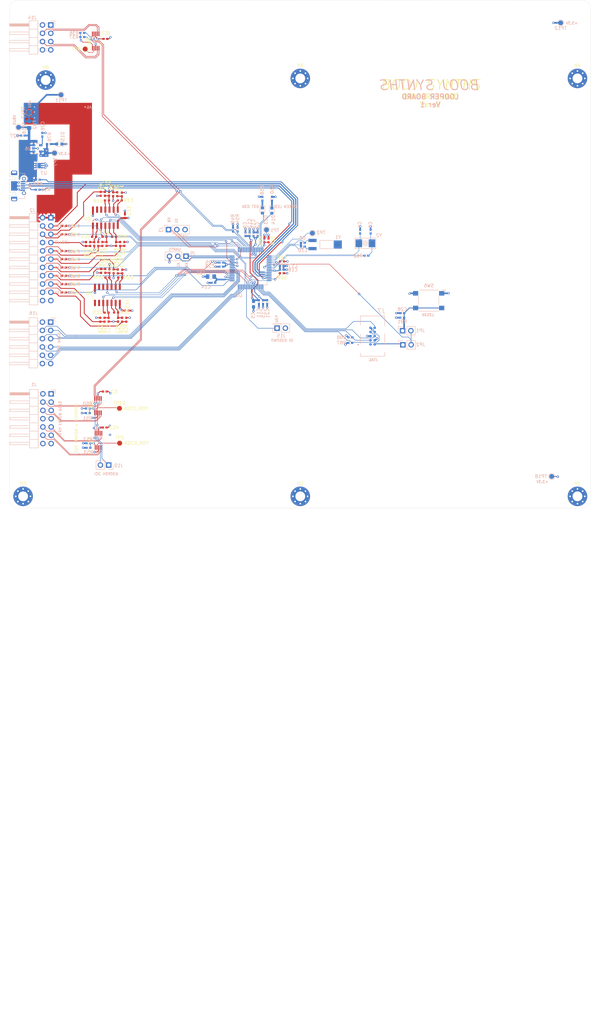
<source format=kicad_pcb>
(kicad_pcb (version 20171130) (host pcbnew "(5.1.9)-1")
  (layers (0 F.Cu signal) (1 In1.Cu signal hide) (2 In2.Cu signal hide) (31 B.Cu signal) (34 B.Paste user) (35 F.Paste user) (36 B.SilkS user) (37 F.SilkS user) (38 B.Mask user) (39 F.Mask user) (44 Edge.Cuts user))
  (net 0 "")
  (net 1 GND)
  (net 2 +3V3)
  (net 3 VDDC)
  (net 4 "Net-(C7-Pad1)")
  (net 5 "Net-(C13-Pad1)")
  (net 6 +3.3VA)
  (net 7 "Net-(C16-Pad1)")
  (net 8 "Net-(C22-Pad1)")
  (net 9 "Net-(C26-Pad1)")
  (net 10 VBUS)
  (net 11 "Net-(C28-Pad1)")
  (net 12 LED0)
  (net 13 LED4)
  (net 14 LED1)
  (net 15 LED5)
  (net 16 LED2)
  (net 17 LED6)
  (net 18 LED3)
  (net 19 LED7)
  (net 20 "Net-(D13-Pad1)")
  (net 21 "Net-(D14-Pad1)")
  (net 22 "Net-(D15-Pad2)")
  (net 23 +5V)
  (net 24 ADC0_IN0)
  (net 25 ADC0_IN1)
  (net 26 ADC0_IN2)
  (net 27 ADC0_IN3)
  (net 28 ADC1_IN0)
  (net 29 ADC1_IN1)
  (net 30 ADC1_IN2)
  (net 31 ADC1_IN3)
  (net 32 UART0_TX)
  (net 33 UART0_RX)
  (net 34 AIN0)
  (net 35 AIN1)
  (net 36 AIN2)
  (net 37 AIN3)
  (net 38 AIN4)
  (net 39 AIN5)
  (net 40 AIN6)
  (net 41 AIN7)
  (net 42 UART1_RX)
  (net 43 UART1_TX)
  (net 44 RST_N)
  (net 45 "Net-(J7-Pad1)")
  (net 46 JTAG_TMS)
  (net 47 JTAG_TCK)
  (net 48 JTAG_TDO)
  (net 49 "Net-(J7-Pad7)")
  (net 50 JTAG_TDI)
  (net 51 JTAG_RST_N)
  (net 52 "Net-(J8-Pad4)")
  (net 53 "Net-(R36-Pad2)")
  (net 54 I2C_SCL)
  (net 55 "Net-(R50-Pad2)")
  (net 56 "Net-(R52-Pad2)")
  (net 57 I2C_SDA)
  (net 58 "Net-(R62-Pad1)")
  (net 59 USB_VBUS)
  (net 60 USB_ID)
  (net 61 BOARD_ID)
  (net 62 "Net-(R93-Pad1)")
  (net 63 "Net-(TP2-Pad1)")
  (net 64 "Net-(C1-Pad1)")
  (net 65 /MCU_PWR_IO/OSC0)
  (net 66 /MCU_PWR_IO/OSC1)
  (net 67 /MCU_PWR_IO/GNDX)
  (net 68 /MCU_PWR_IO/XOSC0)
  (net 69 /MCU_PWR_IO/XOSC1)
  (net 70 "Net-(C20-Pad1)")
  (net 71 "Net-(C29-Pad1)")
  (net 72 "Net-(C30-Pad1)")
  (net 73 "Net-(C32-Pad1)")
  (net 74 /MCU_PWR_IO/RED_LED)
  (net 75 /MCU_PWR_IO/LED_GREEN)
  (net 76 LOOP_SW0)
  (net 77 LED_EXT_0)
  (net 78 LOOP_SW1)
  (net 79 LED_EXT_1)
  (net 80 LOOP_SW2)
  (net 81 LED_EXT_2)
  (net 82 LOOP_SW3)
  (net 83 LED_EXT_3)
  (net 84 LOOP_SW4)
  (net 85 LED_EXT_4)
  (net 86 LOOP_SW5)
  (net 87 LED_EXT_5)
  (net 88 LOOP_SW6)
  (net 89 LED_EXT_6)
  (net 90 LOOP_SW7)
  (net 91 LED_EXT_7)
  (net 92 ADC2_IN0)
  (net 93 ADC2_IN1)
  (net 94 ADC2_IN2)
  (net 95 ADC2_IN3)
  (net 96 PE4)
  (net 97 LOOP0)
  (net 98 LOOP1)
  (net 99 LOOP2)
  (net 100 LOOP3)
  (net 101 LOOP4)
  (net 102 LOOP5)
  (net 103 LOOP6)
  (net 104 LOOP7)
  (net 105 EFFECT)
  (net 106 /MCU_PWR_IO/WAKE_N)
  (net 107 "Net-(TP5-Pad1)")
  (net 108 "Net-(TP9-Pad1)")
  (net 109 "Net-(TP10-Pad1)")
  (net 110 USB_D+)
  (net 111 USB_D-)
  (net 112 EFFECT_SW)
  (module "" (layer F.Cu) (at 100.8634 175.7934)
    (fp_text reference "" (at 99.7458 179.3748) (layer F.SilkS) (effects (font (size 1.27 1.27))))
    (fp_text value "" (at 99.7458 179.3748) (layer F.SilkS) (effects (font (size 1.27 1.27))))
    (fp_text user ADC1_RDY (at -2.1336 -9.0424) (layer F.SilkS))
  )
  (module "" (layer F.Cu) (at 99.7458 179.3748)
    (fp_text reference "" (at 133.9088 123.8123) (layer F.SilkS) (effects (font (size 1.27 1.27))))
    (fp_text value "" (at 133.9088 123.8123) (layer F.SilkS) (effects (font (size 1.27 1.27))))
    (fp_text user ADC0_RDY (at -0.762 -1.9812) (layer F.SilkS))
  )
  (module Package_QFP:LQFP-64_10x10mm_P0.5mm (layer B.Cu) (at 133.9088 123.8123)
    (fp_text reference U5 (at -3.5052 8.2931) (layer B.SilkS) (effects (justify mirror)))
    (fp_text value TM4C123GH6PM)
    (pad 1 smd roundrect (at -5.675 3.75) (size 1.55 0.3) (layers B.Cu B.Paste B.Mask) (net 19 LED7))
    (pad 2 smd roundrect (at -5.675 3.25) (size 1.55 0.3) (layers B.Cu B.Paste B.Mask) (net 6 +3.3VA))
    (pad 3 smd roundrect (at -5.675 2.75) (size 1.55 0.3) (layers B.Cu B.Paste B.Mask) (net 1 GND))
    (pad 4 smd roundrect (at -5.675 2.25) (size 1.55 0.3) (layers B.Cu B.Paste B.Mask) (net 17 LED6))
    (pad 5 smd roundrect (at -5.675 1.75) (size 1.55 0.3) (layers B.Cu B.Paste B.Mask) (net 15 LED5))
    (pad 6 smd roundrect (at -5.675 1.25) (size 1.55 0.3) (layers B.Cu B.Paste B.Mask) (net 34 AIN0))
    (pad 7 smd roundrect (at -5.675 0.75) (size 1.55 0.3) (layers B.Cu B.Paste B.Mask) (net 35 AIN1))
    (pad 8 smd roundrect (at -5.675 0.25) (size 1.55 0.3) (layers B.Cu B.Paste B.Mask) (net 36 AIN2))
    (pad 9 smd roundrect (at -5.675 -0.25) (size 1.55 0.3) (layers B.Cu B.Paste B.Mask) (net 37 AIN3))
    (pad 10 smd roundrect (at -5.675 -0.75) (size 1.55 0.3) (layers B.Cu B.Paste B.Mask) (net 105 EFFECT))
    (pad 11 smd roundrect (at -5.675 -1.25) (size 1.55 0.3) (layers B.Cu B.Paste B.Mask) (net 2 +3V3))
    (pad 12 smd roundrect (at -5.675 -1.75) (size 1.55 0.3) (layers B.Cu B.Paste B.Mask) (net 1 GND))
    (pad 13 smd roundrect (at -5.675 -2.25) (size 1.55 0.3) (layers B.Cu B.Paste B.Mask) (net 101 LOOP4))
    (pad 14 smd roundrect (at -5.675 -2.75) (size 1.55 0.3) (layers B.Cu B.Paste B.Mask) (net 100 LOOP3))
    (pad 15 smd roundrect (at -5.675 -3.25) (size 1.55 0.3) (layers B.Cu B.Paste B.Mask) (net 43 UART1_TX))
    (pad 16 smd roundrect (at -5.675 -3.75) (size 1.55 0.3) (layers B.Cu B.Paste B.Mask) (net 42 UART1_RX))
    (pad 17 smd roundrect (at -3.75 -5.675) (size 0.3 1.55) (layers B.Cu B.Paste B.Mask) (net 33 UART0_RX))
    (pad 18 smd roundrect (at -3.25 -5.675) (size 0.3 1.55) (layers B.Cu B.Paste B.Mask) (net 32 UART0_TX))
    (pad 19 smd roundrect (at -2.75 -5.675) (size 0.3 1.55) (layers B.Cu B.Paste B.Mask) (net 12 LED0))
    (pad 20 smd roundrect (at -2.25 -5.675) (size 0.3 1.55) (layers B.Cu B.Paste B.Mask) (net 99 LOOP2))
    (pad 21 smd roundrect (at -1.75 -5.675) (size 0.3 1.55) (layers B.Cu B.Paste B.Mask) (net 98 LOOP1))
    (pad 22 smd roundrect (at -1.25 -5.675) (size 0.3 1.55) (layers B.Cu B.Paste B.Mask) (net 97 LOOP0))
    (pad 23 smd roundrect (at -0.75 -5.675) (size 0.3 1.55) (layers B.Cu B.Paste B.Mask) (net 54 I2C_SCL))
    (pad 24 smd roundrect (at -0.25 -5.675) (size 0.3 1.55) (layers B.Cu B.Paste B.Mask) (net 57 I2C_SDA))
    (pad 25 smd roundrect (at 0.25 -5.675) (size 0.3 1.55) (layers B.Cu B.Paste B.Mask) (net 3 VDDC))
    (pad 26 smd roundrect (at 0.75 -5.675) (size 0.3 1.55) (layers B.Cu B.Paste B.Mask) (net 2 +3V3))
    (pad 27 smd roundrect (at 1.25 -5.675) (size 0.3 1.55) (layers B.Cu B.Paste B.Mask) (net 1 GND))
    (pad 28 smd roundrect (at 1.75 -5.675) (size 0.3 1.55) (layers B.Cu B.Paste B.Mask) (net 14 LED1))
    (pad 29 smd roundrect (at 2.25 -5.675) (size 0.3 1.55) (layers B.Cu B.Paste B.Mask) (net 74 /MCU_PWR_IO/RED_LED))
    (pad 30 smd roundrect (at 2.75 -5.675) (size 0.3 1.55) (layers B.Cu B.Paste B.Mask) (net 16 LED2))
    (pad 31 smd roundrect (at 3.25 -5.675) (size 0.3 1.55) (layers B.Cu B.Paste B.Mask) (net 75 /MCU_PWR_IO/LED_GREEN))
    (pad 32 smd roundrect (at 3.75 -5.675) (size 0.3 1.55) (layers B.Cu B.Paste B.Mask) (net 106 /MCU_PWR_IO/WAKE_N))
    (pad 33 smd roundrect (at 5.675 -3.75) (size 1.55 0.3) (layers B.Cu B.Paste B.Mask) (net 63 "Net-(TP2-Pad1)"))
    (pad 34 smd roundrect (at 5.675 -3.25) (size 1.55 0.3) (layers B.Cu B.Paste B.Mask) (net 68 /MCU_PWR_IO/XOSC0))
    (pad 35 smd roundrect (at 5.675 -2.75) (size 1.55 0.3) (layers B.Cu B.Paste B.Mask) (net 67 /MCU_PWR_IO/GNDX))
    (pad 36 smd roundrect (at 5.675 -2.25) (size 1.55 0.3) (layers B.Cu B.Paste B.Mask) (net 69 /MCU_PWR_IO/XOSC1))
    (pad 37 smd roundrect (at 5.675 -1.75) (size 1.55 0.3) (layers B.Cu B.Paste B.Mask) (net 62 "Net-(R93-Pad1)"))
    (pad 38 smd roundrect (at 5.675 -1.25) (size 1.55 0.3) (layers B.Cu B.Paste B.Mask) (net 44 RST_N))
    (pad 39 smd roundrect (at 5.675 -0.75) (size 1.55 0.3) (layers B.Cu B.Paste B.Mask) (net 1 GND))
    (pad 40 smd roundrect (at 5.675 -0.25) (size 1.55 0.3) (layers B.Cu B.Paste B.Mask) (net 65 /MCU_PWR_IO/OSC0))
    (pad 41 smd roundrect (at 5.675 0.25) (size 1.55 0.3) (layers B.Cu B.Paste B.Mask) (net 58 "Net-(R62-Pad1)"))
    (pad 42 smd roundrect (at 5.675 0.75) (size 1.55 0.3) (layers B.Cu B.Paste B.Mask) (net 2 +3V3))
    (pad 43 smd roundrect (at 5.675 1.25) (size 1.55 0.3) (layers B.Cu B.Paste B.Mask) (net 111 USB_D-))
    (pad 44 smd roundrect (at 5.675 1.75) (size 1.55 0.3) (layers B.Cu B.Paste B.Mask) (net 110 USB_D+))
    (pad 45 smd roundrect (at 5.675 2.25) (size 1.55 0.3) (layers B.Cu B.Paste B.Mask) (net 60 USB_ID))
    (pad 46 smd roundrect (at 5.675 2.75) (size 1.55 0.3) (layers B.Cu B.Paste B.Mask) (net 59 USB_VBUS))
    (pad 47 smd roundrect (at 5.675 3.25) (size 1.55 0.3) (layers B.Cu B.Paste B.Mask) (net 61 BOARD_ID))
    (pad 48 smd roundrect (at 5.675 3.75) (size 1.55 0.3) (layers B.Cu B.Paste B.Mask) (net 102 LOOP5))
    (pad 49 smd roundrect (at 3.75 5.675) (size 0.3 1.55) (layers B.Cu B.Paste B.Mask) (net 48 JTAG_TDO))
    (pad 50 smd roundrect (at 3.25 5.675) (size 0.3 1.55) (layers B.Cu B.Paste B.Mask) (net 50 JTAG_TDI))
    (pad 51 smd roundrect (at 2.75 5.675) (size 0.3 1.55) (layers B.Cu B.Paste B.Mask) (net 46 JTAG_TMS))
    (pad 52 smd roundrect (at 2.25 5.675) (size 0.3 1.55) (layers B.Cu B.Paste B.Mask) (net 47 JTAG_TCK))
    (pad 53 smd roundrect (at 1.75 5.675) (size 0.3 1.55) (layers B.Cu B.Paste B.Mask) (net 103 LOOP6))
    (pad 54 smd roundrect (at 1.25 5.675) (size 0.3 1.55) (layers B.Cu B.Paste B.Mask) (net 2 +3V3))
    (pad 55 smd roundrect (at 0.75 5.675) (size 0.3 1.55) (layers B.Cu B.Paste B.Mask) (net 1 GND))
    (pad 56 smd roundrect (at 0.25 5.675) (size 0.3 1.55) (layers B.Cu B.Paste B.Mask) (net 3 VDDC))
    (pad 57 smd roundrect (at -0.25 5.675) (size 0.3 1.55) (layers B.Cu B.Paste B.Mask) (net 18 LED3))
    (pad 58 smd roundrect (at -0.75 5.675) (size 0.3 1.55) (layers B.Cu B.Paste B.Mask) (net 104 LOOP7))
    (pad 59 smd roundrect (at -1.25 5.675) (size 0.3 1.55) (layers B.Cu B.Paste B.Mask) (net 96 PE4))
    (pad 60 smd roundrect (at -1.75 5.675) (size 0.3 1.55) (layers B.Cu B.Paste B.Mask) (net 13 LED4))
    (pad 61 smd roundrect (at -2.25 5.675) (size 0.3 1.55) (layers B.Cu B.Paste B.Mask) (net 41 AIN7))
    (pad 62 smd roundrect (at -2.75 5.675) (size 0.3 1.55) (layers B.Cu B.Paste B.Mask) (net 40 AIN6))
    (pad 63 smd roundrect (at -3.25 5.675) (size 0.3 1.55) (layers B.Cu B.Paste B.Mask) (net 39 AIN5))
    (pad 64 smd roundrect (at -3.75 5.675) (size 0.3 1.55) (layers B.Cu B.Paste B.Mask) (net 38 AIN4))
  )
  (module Package_SO:SOIC-14_3.9x8.7mm_P1.27mm (layer F.Cu) (at 89.3445 108.2929 270)
    (fp_text reference U1 (at 0.2667 5.4737 180) (layer F.SilkS))
    (fp_text value 74HC14)
    (pad 14 smd roundrect (at 2.475 -3.81 270) (size 1.95 0.6) (layers F.Cu F.Paste F.Mask) (net 2 +3V3))
    (pad 13 smd roundrect (at 2.475 -2.54 270) (size 1.95 0.6) (layers F.Cu F.Paste F.Mask) (net 5 "Net-(C13-Pad1)"))
    (pad 12 smd roundrect (at 2.475 -1.27 270) (size 1.95 0.6) (layers F.Cu F.Paste F.Mask) (net 100 LOOP3))
    (pad 11 smd roundrect (at 2.475 0 270) (size 1.95 0.6) (layers F.Cu F.Paste F.Mask) (net 4 "Net-(C7-Pad1)"))
    (pad 10 smd roundrect (at 2.475 1.27 270) (size 1.95 0.6) (layers F.Cu F.Paste F.Mask) (net 99 LOOP2))
    (pad 9 smd roundrect (at 2.475 2.54 270) (size 1.95 0.6) (layers F.Cu F.Paste F.Mask) (net 72 "Net-(C30-Pad1)"))
    (pad 8 smd roundrect (at 2.475 3.81 270) (size 1.95 0.6) (layers F.Cu F.Paste F.Mask) (net 105 EFFECT))
    (pad 7 smd roundrect (at -2.475 3.81 270) (size 1.95 0.6) (layers F.Cu F.Paste F.Mask) (net 1 GND))
    (pad 6 smd roundrect (at -2.475 2.54 270) (size 1.95 0.6) (layers F.Cu F.Paste F.Mask))
    (pad 5 smd roundrect (at -2.475 1.27 270) (size 1.95 0.6) (layers F.Cu F.Paste F.Mask))
    (pad 4 smd roundrect (at -2.475 0 270) (size 1.95 0.6) (layers F.Cu F.Paste F.Mask) (net 98 LOOP1))
    (pad 3 smd roundrect (at -2.475 -1.27 270) (size 1.95 0.6) (layers F.Cu F.Paste F.Mask) (net 73 "Net-(C32-Pad1)"))
    (pad 2 smd roundrect (at -2.475 -2.54 270) (size 1.95 0.6) (layers F.Cu F.Paste F.Mask) (net 97 LOOP0))
    (pad 1 smd roundrect (at -2.475 -3.81 270) (size 1.95 0.6) (layers F.Cu F.Paste F.Mask) (net 64 "Net-(C1-Pad1)"))
  )
  (module TestPoint:TestPoint_Pad_D1.5mm (layer B.Cu) (at 65.8749 76.073 270)
    (fp_text reference TP17 (at 0 1.651 90) (layer B.SilkS) (effects (justify mirror)))
    (fp_text value +5V hide)
    (pad 1 smd circle (at 0 0 270) (size 1.5 1.5) (layers B.Cu B.Mask) (net 23 +5V))
  )
  (module TestPoint:TestPoint_Pad_D1.5mm (layer B.Cu) (at 226.2886 187.5917)
    (fp_text reference TP18 (at -3.2766 -0.0127) (layer B.SilkS) (effects (justify mirror)))
    (fp_text value +3.3V)
    (pad 1 smd circle (at 0 0) (size 1.5 1.5) (layers B.Cu B.Mask) (net 2 +3V3))
  )
  (module Connector_PinHeader_2.54mm:PinHeader_1x02_P2.54mm_Vertical (layer B.Cu) (at 90.3605 184.0992 90)
    (fp_text reference J10 (at -0.127 3.0861 180) (layer B.SilkS) (effects (justify mirror)))
    (fp_text value Conn_01x02_Male hide)
    (pad 1 thru_hole rect (at 0 0 90) (size 1.7 1.7) (drill 1) (layers *.Cu *.Mask) (net 57 I2C_SDA))
    (pad 2 thru_hole oval (at 0 -2.54 90) (size 1.7 1.7) (drill 1) (layers *.Cu *.Mask) (net 54 I2C_SCL))
  )
  (module Capacitor_SMD:C_0402_1005Metric_Pad0.74x0.62mm_HandSolder (layer F.Cu) (at 94.3991 101.1809 90)
    (fp_text reference C1 (at 2.0066 -0.0762 90) (layer F.SilkS))
    (fp_text value 0.1uF)
    (pad 2 smd roundrect (at 0.5675 0 90) (size 0.735 0.62) (layers F.Cu F.Paste F.Mask) (net 1 GND))
    (pad 1 smd roundrect (at -0.5675 0 90) (size 0.735 0.62) (layers F.Cu F.Paste F.Mask) (net 64 "Net-(C1-Pad1)"))
  )
  (module Capacitor_SMD:C_0402_1005Metric_Pad0.74x0.62mm_HandSolder (layer F.Cu) (at 89.1921 161.5694)
    (fp_text reference C3 (at 2.8575 -0.0127) (layer F.SilkS))
    (fp_text value 0.1uF)
    (pad 2 smd roundrect (at 0.5675 0) (size 0.735 0.62) (layers F.Cu F.Paste F.Mask) (net 1 GND))
    (pad 1 smd roundrect (at -0.5675 0) (size 0.735 0.62) (layers F.Cu F.Paste F.Mask) (net 2 +3V3))
  )
  (module Capacitor_SMD:C_0402_1005Metric_Pad0.74x0.62mm_HandSolder (layer B.Cu) (at 167.5384 112.5601 90)
    (fp_text reference C4 (at 2.0828 -0.127 270) (layer B.SilkS) (effects (justify mirror)))
    (fp_text value 10pF)
    (pad 2 smd roundrect (at 0.5675 0 90) (size 0.735 0.62) (layers B.Cu B.Paste B.Mask) (net 1 GND))
    (pad 1 smd roundrect (at -0.5675 0 90) (size 0.735 0.62) (layers B.Cu B.Paste B.Mask) (net 65 /MCU_PWR_IO/OSC0))
  )
  (module Capacitor_SMD:C_0603_1608Metric_Pad1.08x0.95mm_HandSolder (layer B.Cu) (at 134.8105 134.7597 270)
    (fp_text reference C5 (at 3.5052 0.2159 90) (layer B.SilkS) (effects (justify mirror)))
    (fp_text value 2.2uF)
    (pad 1 smd roundrect (at -0.8625 0 270) (size 1.075 0.95) (layers B.Cu B.Paste B.Mask) (net 3 VDDC))
    (pad 2 smd roundrect (at 0.8625 0 270) (size 1.075 0.95) (layers B.Cu B.Paste B.Mask) (net 1 GND))
  )
  (module Capacitor_SMD:C_0402_1005Metric_Pad0.74x0.62mm_HandSolder (layer B.Cu) (at 170.7388 112.5601 90)
    (fp_text reference C6 (at 2.1082 -0.0508 90) (layer B.SilkS) (effects (justify mirror)))
    (fp_text value 10pF)
    (pad 1 smd roundrect (at -0.5675 0 90) (size 0.735 0.62) (layers B.Cu B.Paste B.Mask) (net 66 /MCU_PWR_IO/OSC1))
    (pad 2 smd roundrect (at 0.5675 0 90) (size 0.735 0.62) (layers B.Cu B.Paste B.Mask) (net 1 GND))
  )
  (module Capacitor_SMD:C_0402_1005Metric_Pad0.74x0.62mm_HandSolder (layer F.Cu) (at 89.7128 116.3447 270)
    (fp_text reference C7 (at 2.2098 0.0762 90) (layer F.SilkS))
    (fp_text value 0.1uF)
    (pad 2 smd roundrect (at 0.5675 0 270) (size 0.735 0.62) (layers F.Cu F.Paste F.Mask) (net 1 GND))
    (pad 1 smd roundrect (at -0.5675 0 270) (size 0.735 0.62) (layers F.Cu F.Paste F.Mask) (net 4 "Net-(C7-Pad1)"))
  )
  (module Capacitor_SMD:C_0402_1005Metric_Pad0.74x0.62mm_HandSolder (layer B.Cu) (at 149.9362 115.9891 180)
    (fp_text reference C8 (at 0.0762 1.4859) (layer B.SilkS) (effects (justify mirror)))
    (fp_text value 24pF)
    (pad 2 smd roundrect (at 0.5675 0 180) (size 0.735 0.62) (layers B.Cu B.Paste B.Mask) (net 67 /MCU_PWR_IO/GNDX))
    (pad 1 smd roundrect (at -0.5675 0 180) (size 0.735 0.62) (layers B.Cu B.Paste B.Mask) (net 68 /MCU_PWR_IO/XOSC0))
  )
  (module Capacitor_SMD:C_0402_1005Metric_Pad0.74x0.62mm_HandSolder (layer B.Cu) (at 132.334 113.3475 90)
    (fp_text reference C9 (at 2.794 -0.127 270) (layer B.SilkS) (effects (justify mirror)))
    (fp_text value 1uF)
    (pad 2 smd roundrect (at 0.5675 0 90) (size 0.735 0.62) (layers B.Cu B.Paste B.Mask) (net 1 GND))
    (pad 1 smd roundrect (at -0.5675 0 90) (size 0.735 0.62) (layers B.Cu B.Paste B.Mask) (net 3 VDDC))
  )
  (module Capacitor_SMD:C_0402_1005Metric_Pad0.74x0.62mm_HandSolder (layer B.Cu) (at 149.9362 117.1321)
    (fp_text reference C10 (at 0 1.16) (layer B.SilkS) (effects (justify mirror)))
    (fp_text value 24pF)
    (pad 2 smd roundrect (at 0.5675 0) (size 0.735 0.62) (layers B.Cu B.Paste B.Mask) (net 69 /MCU_PWR_IO/XOSC1))
    (pad 1 smd roundrect (at -0.5675 0) (size 0.735 0.62) (layers B.Cu B.Paste B.Mask) (net 67 /MCU_PWR_IO/GNDX))
  )
  (module Capacitor_SMD:C_0402_1005Metric_Pad0.74x0.62mm_HandSolder (layer B.Cu) (at 136.4615 134.1501 270)
    (fp_text reference C11 (at 3.3401 0.0889 90) (layer B.SilkS) (effects (justify mirror)))
    (fp_text value 0.1uF)
    (pad 1 smd roundrect (at -0.5675 0 270) (size 0.735 0.62) (layers B.Cu B.Paste B.Mask) (net 3 VDDC))
    (pad 2 smd roundrect (at 0.5675 0 270) (size 0.735 0.62) (layers B.Cu B.Paste B.Mask) (net 1 GND))
  )
  (module Capacitor_SMD:C_0402_1005Metric_Pad0.74x0.62mm_HandSolder (layer B.Cu) (at 133.604 113.3475 90)
    (fp_text reference C12 (at 3.3528 -0.0127 90) (layer B.SilkS) (effects (justify mirror)))
    (fp_text value 0.1uF)
    (pad 1 smd roundrect (at -0.5675 0 90) (size 0.735 0.62) (layers B.Cu B.Paste B.Mask) (net 3 VDDC))
    (pad 2 smd roundrect (at 0.5675 0 90) (size 0.735 0.62) (layers B.Cu B.Paste B.Mask) (net 1 GND))
  )
  (module Capacitor_SMD:C_0402_1005Metric_Pad0.74x0.62mm_HandSolder (layer F.Cu) (at 92.6338 116.3447 270)
    (fp_text reference C13 (at 2.6924 0 90) (layer F.SilkS))
    (fp_text value 0.1uF)
    (pad 1 smd roundrect (at -0.5675 0 270) (size 0.735 0.62) (layers F.Cu F.Paste F.Mask) (net 5 "Net-(C13-Pad1)"))
    (pad 2 smd roundrect (at 0.5675 0 270) (size 0.735 0.62) (layers F.Cu F.Paste F.Mask) (net 1 GND))
  )
  (module Capacitor_SMD:C_0402_1005Metric_Pad0.74x0.62mm_HandSolder (layer B.Cu) (at 122.4788 128.2446 180)
    (fp_text reference C14 (at 2.2352 -1.2192) (layer B.SilkS) (effects (justify mirror)))
    (fp_text value 0.1uF)
    (pad 1 smd roundrect (at -0.5675 0 180) (size 0.735 0.62) (layers B.Cu B.Paste B.Mask) (net 6 +3.3VA))
    (pad 2 smd roundrect (at 0.5675 0 180) (size 0.735 0.62) (layers B.Cu B.Paste B.Mask) (net 1 GND))
  )
  (module Capacitor_SMD:C_0402_1005Metric_Pad0.74x0.62mm_HandSolder (layer B.Cu) (at 137.7315 134.1501 270)
    (fp_text reference C15 (at 3.4417 0 90) (layer B.SilkS) (effects (justify mirror)))
    (fp_text value 0.01uF)
    (pad 1 smd roundrect (at -0.5675 0 270) (size 0.735 0.62) (layers B.Cu B.Paste B.Mask) (net 2 +3V3))
    (pad 2 smd roundrect (at 0.5675 0 270) (size 0.735 0.62) (layers B.Cu B.Paste B.Mask) (net 1 GND))
  )
  (module Capacitor_SMD:C_0402_1005Metric_Pad0.74x0.62mm_HandSolder (layer F.Cu) (at 94.5388 124.8029 90)
    (fp_text reference C16 (at 2.6543 -0.1437 90) (layer F.SilkS))
    (fp_text value 0.1uF)
    (pad 1 smd roundrect (at -0.5675 0 90) (size 0.735 0.62) (layers F.Cu F.Paste F.Mask) (net 7 "Net-(C16-Pad1)"))
    (pad 2 smd roundrect (at 0.5675 0 90) (size 0.735 0.62) (layers F.Cu F.Paste F.Mask) (net 1 GND))
  )
  (module Capacitor_SMD:C_0402_1005Metric_Pad0.74x0.62mm_HandSolder (layer B.Cu) (at 143.4592 123.0757)
    (fp_text reference C17 (at 3.429 0.0127) (layer B.SilkS) (effects (justify mirror)))
    (fp_text value 0.01uF)
    (pad 2 smd roundrect (at 0.5675 0) (size 0.735 0.62) (layers B.Cu B.Paste B.Mask) (net 1 GND))
    (pad 1 smd roundrect (at -0.5675 0) (size 0.735 0.62) (layers B.Cu B.Paste B.Mask) (net 2 +3V3))
  )
  (module Capacitor_SMD:C_0402_1005Metric_Pad0.74x0.62mm_HandSolder (layer B.Cu) (at 143.4592 124.2314)
    (fp_text reference C18 (at 3.4417 0.0381) (layer B.SilkS) (effects (justify mirror)))
    (fp_text value 0.01uF)
    (pad 1 smd roundrect (at -0.5675 0) (size 0.735 0.62) (layers B.Cu B.Paste B.Mask) (net 2 +3V3))
    (pad 2 smd roundrect (at 0.5675 0) (size 0.735 0.62) (layers B.Cu B.Paste B.Mask) (net 1 GND))
  )
  (module Capacitor_SMD:C_0402_1005Metric_Pad0.74x0.62mm_HandSolder (layer B.Cu) (at 134.8105 113.3602 90)
    (fp_text reference C19 (at 3.1496 -0.0254 90) (layer B.SilkS) (effects (justify mirror)))
    (fp_text value 0.01uF)
    (pad 1 smd roundrect (at -0.5675 0 90) (size 0.735 0.62) (layers B.Cu B.Paste B.Mask) (net 2 +3V3))
    (pad 2 smd roundrect (at 0.5675 0 90) (size 0.735 0.62) (layers B.Cu B.Paste B.Mask) (net 1 GND))
  )
  (module Capacitor_SMD:C_0402_1005Metric_Pad0.74x0.62mm_HandSolder (layer F.Cu) (at 90.6018 124.6505 90)
    (fp_text reference C20 (at 2.5908 -0.0254 90) (layer F.SilkS))
    (fp_text value 0.1uF)
    (pad 1 smd roundrect (at -0.5675 0 90) (size 0.735 0.62) (layers F.Cu F.Paste F.Mask) (net 70 "Net-(C20-Pad1)"))
    (pad 2 smd roundrect (at 0.5675 0 90) (size 0.735 0.62) (layers F.Cu F.Paste F.Mask) (net 1 GND))
  )
  (module Capacitor_SMD:C_0402_1005Metric_Pad0.74x0.62mm_HandSolder (layer B.Cu) (at 139.0015 134.1501 270)
    (fp_text reference C21 (at 3.4417 -0.127 90) (layer B.SilkS) (effects (justify mirror)))
    (fp_text value 0.1uF)
    (pad 1 smd roundrect (at -0.5675 0 270) (size 0.735 0.62) (layers B.Cu B.Paste B.Mask) (net 2 +3V3))
    (pad 2 smd roundrect (at 0.5675 0 270) (size 0.735 0.62) (layers B.Cu B.Paste B.Mask) (net 1 GND))
  )
  (module Capacitor_SMD:C_0402_1005Metric_Pad0.74x0.62mm_HandSolder (layer F.Cu) (at 90.3478 139.5603 270)
    (fp_text reference C22 (at 2.6416 0.0508 90) (layer F.SilkS))
    (fp_text value 0.1uF)
    (pad 2 smd roundrect (at 0.5675 0 270) (size 0.735 0.62) (layers F.Cu F.Paste F.Mask) (net 1 GND))
    (pad 1 smd roundrect (at -0.5675 0 270) (size 0.735 0.62) (layers F.Cu F.Paste F.Mask) (net 8 "Net-(C22-Pad1)"))
  )
  (module Capacitor_SMD:C_0402_1005Metric_Pad0.74x0.62mm_HandSolder (layer B.Cu) (at 124.8918 123.3043 180)
    (fp_text reference C23 (at 3.4798 0.0508) (layer B.SilkS) (effects (justify mirror)))
    (fp_text value 0.1uF)
    (pad 1 smd roundrect (at -0.5675 0 180) (size 0.735 0.62) (layers B.Cu B.Paste B.Mask) (net 2 +3V3))
    (pad 2 smd roundrect (at 0.5675 0 180) (size 0.735 0.62) (layers B.Cu B.Paste B.Mask) (net 1 GND))
  )
  (module Capacitor_SMD:C_0402_1005Metric_Pad0.74x0.62mm_HandSolder (layer F.Cu) (at 89.154 172.593)
    (fp_text reference C24 (at 2.8956 0.0381) (layer F.SilkS))
    (fp_text value 0.1uF)
    (pad 2 smd roundrect (at 0.5675 0) (size 0.735 0.62) (layers F.Cu F.Paste F.Mask) (net 1 GND))
    (pad 1 smd roundrect (at -0.5675 0) (size 0.735 0.62) (layers F.Cu F.Paste F.Mask) (net 2 +3V3))
  )
  (module Capacitor_SMD:C_0402_1005Metric_Pad0.74x0.62mm_HandSolder (layer B.Cu) (at 70.0024 82.8675 90)
    (fp_text reference C26 (at 2.6924 0.1397 90) (layer B.SilkS) (effects (justify mirror)))
    (fp_text value 0.1uF)
    (pad 2 smd roundrect (at 0.5675 0 90) (size 0.735 0.62) (layers B.Cu B.Paste B.Mask) (net 1 GND))
    (pad 1 smd roundrect (at -0.5675 0 90) (size 0.735 0.62) (layers B.Cu B.Paste B.Mask) (net 9 "Net-(C26-Pad1)"))
  )
  (module Capacitor_SMD:C_0402_1005Metric_Pad0.74x0.62mm_HandSolder (layer B.Cu) (at 64.0334 83.1215 180)
    (fp_text reference C27 (at 2.4892 -0.0762) (layer B.SilkS) (effects (justify mirror)))
    (fp_text value 1uF)
    (pad 2 smd roundrect (at 0.5675 0 180) (size 0.735 0.62) (layers B.Cu B.Paste B.Mask) (net 1 GND))
    (pad 1 smd roundrect (at -0.5675 0 180) (size 0.735 0.62) (layers B.Cu B.Paste B.Mask) (net 10 VBUS))
  )
  (module Capacitor_SMD:C_0402_1005Metric_Pad0.74x0.62mm_HandSolder (layer B.Cu) (at 180.4797 137.5283 180)
    (fp_text reference C28 (at 0 1.16) (layer B.SilkS) (effects (justify mirror)))
    (fp_text value 0.1uF)
    (pad 2 smd roundrect (at 0.5675 0 180) (size 0.735 0.62) (layers B.Cu B.Paste B.Mask) (net 1 GND))
    (pad 1 smd roundrect (at -0.5675 0 180) (size 0.735 0.62) (layers B.Cu B.Paste B.Mask) (net 11 "Net-(C28-Pad1)"))
  )
  (module Capacitor_SMD:C_0402_1005Metric_Pad0.74x0.62mm_HandSolder (layer F.Cu) (at 93.2434 139.5603 270)
    (fp_text reference C29 (at 2.7686 0.0508 90) (layer F.SilkS))
    (fp_text value 0.1uF)
    (pad 1 smd roundrect (at -0.5675 0 270) (size 0.735 0.62) (layers F.Cu F.Paste F.Mask) (net 71 "Net-(C29-Pad1)"))
    (pad 2 smd roundrect (at 0.5675 0 270) (size 0.735 0.62) (layers F.Cu F.Paste F.Mask) (net 1 GND))
  )
  (module Capacitor_SMD:C_0402_1005Metric_Pad0.74x0.62mm_HandSolder (layer F.Cu) (at 85.9536 116.3574 270)
    (fp_text reference C30 (at 2.7305 -0.0254 90) (layer F.SilkS))
    (fp_text value 0.1uF)
    (pad 2 smd roundrect (at 0.5675 0 270) (size 0.735 0.62) (layers F.Cu F.Paste F.Mask) (net 1 GND))
    (pad 1 smd roundrect (at -0.5675 0 270) (size 0.735 0.62) (layers F.Cu F.Paste F.Mask) (net 72 "Net-(C30-Pad1)"))
  )
  (module Capacitor_SMD:C_0402_1005Metric_Pad0.74x0.62mm_HandSolder (layer F.Cu) (at 89.3572 53.4924)
    (fp_text reference C31 (at 0.3048 -1.7526) (layer F.SilkS))
    (fp_text value 0.1uF)
    (pad 1 smd roundrect (at -0.5675 0) (size 0.735 0.62) (layers F.Cu F.Paste F.Mask) (net 2 +3V3))
    (pad 2 smd roundrect (at 0.5675 0) (size 0.735 0.62) (layers F.Cu F.Paste F.Mask) (net 1 GND))
  )
  (module Capacitor_SMD:C_0402_1005Metric_Pad0.74x0.62mm_HandSolder (layer F.Cu) (at 90.4875 100.9777 90)
    (fp_text reference C32 (at 2.667 -0.0508 90) (layer F.SilkS))
    (fp_text value 0.1uF)
    (pad 1 smd roundrect (at -0.5675 0 90) (size 0.735 0.62) (layers F.Cu F.Paste F.Mask) (net 73 "Net-(C32-Pad1)"))
    (pad 2 smd roundrect (at 0.5675 0 90) (size 0.735 0.62) (layers F.Cu F.Paste F.Mask) (net 1 GND))
  )
  (module Capacitor_SMD:C_0402_1005Metric_Pad0.74x0.62mm_HandSolder (layer F.Cu) (at 95.3516 107.8357 90)
    (fp_text reference C33 (at 1.6637 1.3208 90) (layer F.SilkS))
    (fp_text value 0.1uF)
    (pad 2 smd roundrect (at 0.5675 0 90) (size 0.735 0.62) (layers F.Cu F.Paste F.Mask) (net 1 GND))
    (pad 1 smd roundrect (at -0.5675 0 90) (size 0.735 0.62) (layers F.Cu F.Paste F.Mask) (net 2 +3V3))
  )
  (module Capacitor_SMD:C_0402_1005Metric_Pad0.74x0.62mm_HandSolder (layer F.Cu) (at 95.9358 136.7663)
    (fp_text reference C34 (at 0.2794 -2.0828 90) (layer F.SilkS))
    (fp_text value 0.1uF)
    (pad 2 smd roundrect (at 0.5675 0) (size 0.735 0.62) (layers F.Cu F.Paste F.Mask) (net 1 GND))
    (pad 1 smd roundrect (at -0.5675 0) (size 0.735 0.62) (layers F.Cu F.Paste F.Mask) (net 2 +3V3))
  )
  (module LED_SMD:LED_0603_1608Metric (layer B.Cu) (at 137.541 106.0958 270)
    (fp_text reference D13 (at 2.8194 -1.0414 90) (layer B.SilkS) (effects (justify mirror)))
    (fp_text value LED_RED)
    (pad 2 smd roundrect (at 0.7875 0 270) (size 0.875 0.95) (layers B.Cu B.Paste B.Mask) (net 74 /MCU_PWR_IO/RED_LED))
    (pad 1 smd roundrect (at -0.7875 0 270) (size 0.875 0.95) (layers B.Cu B.Paste B.Mask) (net 20 "Net-(D13-Pad1)"))
  )
  (module LED_SMD:LED_0603_1608Metric (layer B.Cu) (at 140.4366 106.1466 270)
    (fp_text reference D14 (at 2.794 -0.4572 90) (layer B.SilkS) (effects (justify mirror)))
    (fp_text value LED_GREEN)
    (pad 1 smd roundrect (at -0.7875 0 270) (size 0.875 0.95) (layers B.Cu B.Paste B.Mask) (net 21 "Net-(D14-Pad1)"))
    (pad 2 smd roundrect (at 0.7875 0 270) (size 0.875 0.95) (layers B.Cu B.Paste B.Mask) (net 75 /MCU_PWR_IO/LED_GREEN))
  )
  (module LED_SMD:LED_0603_1608Metric (layer B.Cu) (at 75.2094 85.725 180)
    (fp_text reference D15 (at -1.016 2.3495 90) (layer B.SilkS) (effects (justify mirror)))
    (fp_text value +3.3V)
    (pad 1 smd roundrect (at -0.7875 0 180) (size 0.875 0.95) (layers B.Cu B.Paste B.Mask) (net 1 GND))
    (pad 2 smd roundrect (at 0.7875 0 180) (size 0.875 0.95) (layers B.Cu B.Paste B.Mask) (net 22 "Net-(D15-Pad2)"))
  )
  (module Inductor_SMD:L_0805_2012Metric_Pad1.15x1.40mm_HandSolder (layer B.Cu) (at 121.7295 126.3396)
    (fp_text reference FB1 (at -3.1369 -1.143) (layer B.SilkS) (effects (justify mirror)))
    (fp_text value 330Ohm@100MHz)
    (pad 2 smd roundrect (at 1.025 0) (size 1.15 1.4) (layers B.Cu B.Paste B.Mask) (roundrect_rratio 0.2173904347826087) (net 6 +3.3VA))
    (pad 1 smd roundrect (at -1.025 0) (size 1.15 1.4) (layers B.Cu B.Paste B.Mask) (roundrect_rratio 0.2173904347826087) (net 2 +3V3))
  )
  (module Inductor_SMD:L_0805_2012Metric_Pad1.15x1.40mm_HandSolder (layer B.Cu) (at 65.9384 79.756 270)
    (fp_text reference FB2 (at 0.0889 -1.7272 90) (layer B.SilkS) (effects (justify mirror)))
    (fp_text value 330Ohm@100MHz)
    (pad 1 smd roundrect (at -1.025 0 270) (size 1.15 1.4) (layers B.Cu B.Paste B.Mask) (roundrect_rratio 0.2173904347826087) (net 23 +5V))
    (pad 2 smd roundrect (at 1.025 0 270) (size 1.15 1.4) (layers B.Cu B.Paste B.Mask) (roundrect_rratio 0.2173904347826087) (net 10 VBUS))
  )
  (module Connector_PinHeader_2.54mm:PinHeader_2x07_P2.54mm_Horizontal (layer B.Cu) (at 72.7202 162.2679 180)
    (fp_text reference J1 (at 5.3086 2.8321) (layer B.SilkS) (effects (justify mirror)))
    (fp_text value Conn_02x07_Odd_Even)
    (pad 1 thru_hole rect (at 0 0 180) (size 1.7 1.7) (drill 1) (layers *.Cu *.Mask) (net 2 +3V3))
    (pad 2 thru_hole oval (at 2.54 0 180) (size 1.7 1.7) (drill 1) (layers *.Cu *.Mask) (net 2 +3V3))
    (pad 3 thru_hole oval (at 0 -2.54 180) (size 1.7 1.7) (drill 1) (layers *.Cu *.Mask) (net 24 ADC0_IN0))
    (pad 4 thru_hole oval (at 2.54 -2.54 180) (size 1.7 1.7) (drill 1) (layers *.Cu *.Mask) (net 25 ADC0_IN1))
    (pad 5 thru_hole oval (at 0 -5.08 180) (size 1.7 1.7) (drill 1) (layers *.Cu *.Mask) (net 26 ADC0_IN2))
    (pad 6 thru_hole oval (at 2.54 -5.08 180) (size 1.7 1.7) (drill 1) (layers *.Cu *.Mask) (net 27 ADC0_IN3))
    (pad 7 thru_hole oval (at 0 -7.62 180) (size 1.7 1.7) (drill 1) (layers *.Cu *.Mask) (net 1 GND))
    (pad 8 thru_hole oval (at 2.54 -7.62 180) (size 1.7 1.7) (drill 1) (layers *.Cu *.Mask) (net 1 GND))
    (pad 9 thru_hole oval (at 0 -10.16 180) (size 1.7 1.7) (drill 1) (layers *.Cu *.Mask) (net 28 ADC1_IN0))
    (pad 10 thru_hole oval (at 2.54 -10.16 180) (size 1.7 1.7) (drill 1) (layers *.Cu *.Mask) (net 29 ADC1_IN1))
    (pad 11 thru_hole oval (at 0 -12.7 180) (size 1.7 1.7) (drill 1) (layers *.Cu *.Mask) (net 30 ADC1_IN2))
    (pad 12 thru_hole oval (at 2.54 -12.7 180) (size 1.7 1.7) (drill 1) (layers *.Cu *.Mask) (net 31 ADC1_IN3))
    (pad 13 thru_hole oval (at 0 -15.24 180) (size 1.7 1.7) (drill 1) (layers *.Cu *.Mask) (net 1 GND))
    (pad 14 thru_hole oval (at 2.54 -15.24 180) (size 1.7 1.7) (drill 1) (layers *.Cu *.Mask) (net 1 GND))
  )
  (module Connector_PinHeader_2.54mm:PinHeader_1x03_P2.54mm_Vertical (layer B.Cu) (at 108.7247 111.9378 270)
    (fp_text reference J3 (at 0 2.33 270) (layer B.SilkS) (effects (justify mirror)))
    (fp_text value Conn_01x03_Male)
    (pad 3 thru_hole oval (at 0 -5.08 270) (size 1.7 1.7) (drill 1) (layers *.Cu *.Mask) (net 1 GND))
    (pad 2 thru_hole oval (at 0 -2.54 270) (size 1.7 1.7) (drill 1) (layers *.Cu *.Mask) (net 32 UART0_TX))
    (pad 1 thru_hole rect (at 0 0 270) (size 1.7 1.7) (drill 1) (layers *.Cu *.Mask) (net 33 UART0_RX))
  )
  (module Connector_PinHeader_2.54mm:PinHeader_1x03_P2.54mm_Vertical (layer B.Cu) (at 114.0968 120.1166 90)
    (fp_text reference J5 (at 0.9398 2.0828) (layer B.SilkS) (effects (justify mirror)))
    (fp_text value Conn_01x03_Male)
    (pad 1 thru_hole rect (at 0 0 90) (size 1.7 1.7) (drill 1) (layers *.Cu *.Mask) (net 42 UART1_RX))
    (pad 2 thru_hole oval (at 0 -2.54 90) (size 1.7 1.7) (drill 1) (layers *.Cu *.Mask) (net 43 UART1_TX))
    (pad 3 thru_hole oval (at 0 -5.08 90) (size 1.7 1.7) (drill 1) (layers *.Cu *.Mask) (net 1 GND))
  )
  (module Connector_USB:USB_Micro-AB_Molex_47590-0001 (layer B.Cu) (at 61.3664 98.552 90)
    (fp_text reference J8 (at 0 4.8 90) (layer B.SilkS) (effects (justify mirror)))
    (fp_text value USB_B_Micro)
    (fp_line (start 2.8 -1.45) (end 3.75 -1.45) (layer Edge.Cuts) (width 0.1))
    (fp_line (start 2.8 0.125) (end 2.8 -1.45) (layer Edge.Cuts) (width 0.1))
    (fp_line (start 1.95 0.125) (end 1.95 -1.45) (layer Edge.Cuts) (width 0.1))
    (fp_line (start -1.95 -1.45) (end 1.95 -1.45) (layer Edge.Cuts) (width 0.1))
    (fp_line (start -1.95 0.125) (end -1.95 -1.45) (layer Edge.Cuts) (width 0.1))
    (fp_line (start -2.8 0.125) (end -2.8 -1.45) (layer Edge.Cuts) (width 0.1))
    (fp_line (start -3.75 -1.45) (end -2.8 -1.45) (layer Edge.Cuts) (width 0.1))
    (fp_arc (start 2.375 0.125) (end 1.95 0.125) (angle -180) (layer Edge.Cuts) (width 0.1))
    (fp_arc (start -2.375 0.125) (end -2.8 0.125) (angle -180) (layer Edge.Cuts) (width 0.1))
    (pad 6 thru_hole oval (at -2.225 3 90) (size 1.05 1.25) (drill oval 0.65 0.85) (layers *.Cu *.Mask) (net 1 GND))
    (pad 5 smd rect (at -1.3 2.675 90) (size 0.4 1.35) (layers B.Cu B.Paste B.Mask) (net 1 GND))
    (pad 4 smd rect (at -0.65 2.675 90) (size 0.4 1.35) (layers B.Cu B.Paste B.Mask) (net 52 "Net-(J8-Pad4)"))
    (pad 3 smd rect (at 0 2.675 90) (size 0.4 1.35) (layers B.Cu B.Paste B.Mask) (net 110 USB_D+))
    (pad 1 smd rect (at 1.3 2.675 90) (size 0.4 1.35) (layers B.Cu B.Paste B.Mask) (net 10 VBUS))
    (pad 6 thru_hole oval (at 2.225 3 90) (size 1.05 1.25) (drill oval 0.65 0.85) (layers *.Cu *.Mask) (net 1 GND))
    (pad 6 thru_hole oval (at -4.175 0 90) (size 1 1.9) (drill oval 0.6 1.3) (layers *.Cu *.Mask) (net 1 GND))
    (pad 6 thru_hole oval (at 4.175 0 90) (size 1 1.9) (drill oval 0.6 1.3) (layers *.Cu *.Mask) (net 1 GND))
    (pad 2 smd rect (at 0.65 2.675 90) (size 0.4 1.35) (layers B.Cu B.Paste B.Mask) (net 111 USB_D-))
    (pad 6 smd rect (at 0 0 90) (size 2.9 1.9) (layers B.Cu B.Paste B.Mask) (net 1 GND))
    (pad 6 smd rect (at 3.7375 0 90) (size 0.875 1.9) (layers B.Cu B.Mask) (net 1 GND))
    (pad 6 smd rect (at -3.7375 0 90) (size 0.875 1.9) (layers B.Cu B.Mask) (net 1 GND))
  )
  (module Connector_PinHeader_2.54mm:PinHeader_2x04_P2.54mm_Horizontal (layer B.Cu) (at 72.5932 49.2379 180)
    (fp_text reference J14 (at 5.655 2.27) (layer B.SilkS) (effects (justify mirror)))
    (fp_text value Conn_02x04_Odd_Even)
    (pad 1 thru_hole rect (at 0 0 180) (size 1.7 1.7) (drill 1) (layers *.Cu *.Mask) (net 2 +3V3))
    (pad 2 thru_hole oval (at 2.54 0 180) (size 1.7 1.7) (drill 1) (layers *.Cu *.Mask) (net 2 +3V3))
    (pad 3 thru_hole oval (at 0 -2.54 180) (size 1.7 1.7) (drill 1) (layers *.Cu *.Mask) (net 95 ADC2_IN3))
    (pad 4 thru_hole oval (at 2.54 -2.54 180) (size 1.7 1.7) (drill 1) (layers *.Cu *.Mask) (net 94 ADC2_IN2))
    (pad 5 thru_hole oval (at 0 -5.08 180) (size 1.7 1.7) (drill 1) (layers *.Cu *.Mask) (net 92 ADC2_IN0))
    (pad 6 thru_hole oval (at 2.54 -5.08 180) (size 1.7 1.7) (drill 1) (layers *.Cu *.Mask) (net 93 ADC2_IN1))
    (pad 7 thru_hole oval (at 0 -7.62 180) (size 1.7 1.7) (drill 1) (layers *.Cu *.Mask) (net 1 GND))
    (pad 8 thru_hole oval (at 2.54 -7.62 180) (size 1.7 1.7) (drill 1) (layers *.Cu *.Mask) (net 1 GND))
  )
  (module Connector_PinHeader_2.54mm:PinHeader_2x01_P2.54mm_Vertical (layer B.Cu) (at 142.0368 142.1511)
    (fp_text reference J15 (at 1.27 2.33) (layer B.SilkS) (effects (justify mirror)))
    (fp_text value Conn_02x01)
    (pad 1 thru_hole rect (at 0 0) (size 1.7 1.7) (drill 1) (layers *.Cu *.Mask) (net 96 PE4))
    (pad 2 thru_hole oval (at 2.54 0) (size 1.7 1.7) (drill 1) (layers *.Cu *.Mask) (net 1 GND))
  )
  (module Connector_PinHeader_2.54mm:PinHeader_2x06_P2.54mm_Horizontal (layer B.Cu) (at 72.5678 140.2969 180)
    (fp_text reference J16 (at 5.2832 2.7559) (layer B.SilkS) (effects (justify mirror)))
    (fp_text value Conn_02x06_Odd_Even)
    (pad 1 thru_hole rect (at 0 0 180) (size 1.7 1.7) (drill 1) (layers *.Cu *.Mask) (net 2 +3V3))
    (pad 2 thru_hole oval (at 2.54 0 180) (size 1.7 1.7) (drill 1) (layers *.Cu *.Mask) (net 2 +3V3))
    (pad 3 thru_hole oval (at 0 -2.54 180) (size 1.7 1.7) (drill 1) (layers *.Cu *.Mask) (net 35 AIN1))
    (pad 4 thru_hole oval (at 2.54 -2.54 180) (size 1.7 1.7) (drill 1) (layers *.Cu *.Mask) (net 34 AIN0))
    (pad 5 thru_hole oval (at 0 -5.08 180) (size 1.7 1.7) (drill 1) (layers *.Cu *.Mask) (net 37 AIN3))
    (pad 6 thru_hole oval (at 2.54 -5.08 180) (size 1.7 1.7) (drill 1) (layers *.Cu *.Mask) (net 36 AIN2))
    (pad 7 thru_hole oval (at 0 -7.62 180) (size 1.7 1.7) (drill 1) (layers *.Cu *.Mask) (net 38 AIN4))
    (pad 8 thru_hole oval (at 2.54 -7.62 180) (size 1.7 1.7) (drill 1) (layers *.Cu *.Mask) (net 39 AIN5))
    (pad 9 thru_hole oval (at 0 -10.16 180) (size 1.7 1.7) (drill 1) (layers *.Cu *.Mask) (net 40 AIN6))
    (pad 10 thru_hole oval (at 2.54 -10.16 180) (size 1.7 1.7) (drill 1) (layers *.Cu *.Mask) (net 41 AIN7))
    (pad 11 thru_hole oval (at 0 -12.7 180) (size 1.7 1.7) (drill 1) (layers *.Cu *.Mask) (net 1 GND))
    (pad 12 thru_hole oval (at 2.54 -12.7 180) (size 1.7 1.7) (drill 1) (layers *.Cu *.Mask) (net 1 GND))
  )
  (module Connector_PinHeader_2.54mm:PinHeader_1x02_P2.54mm_Vertical (layer B.Cu) (at 180.5432 142.9258 270)
    (fp_text reference JP1 (at -0.0254 -5.461) (layer B.SilkS) (effects (justify mirror)))
    (fp_text value Jumper_NC_Small)
    (pad 1 thru_hole rect (at 0 0 270) (size 1.7 1.7) (drill 1) (layers *.Cu *.Mask) (net 11 "Net-(C28-Pad1)"))
    (pad 2 thru_hole oval (at 0 -2.54 270) (size 1.7 1.7) (drill 1) (layers *.Cu *.Mask) (net 44 RST_N))
  )
  (module Connector_PinHeader_2.54mm:PinHeader_1x02_P2.54mm_Vertical (layer B.Cu) (at 180.6321 147.2438 270)
    (fp_text reference JP2 (at -0.0508 -5.4483) (layer B.SilkS) (effects (justify mirror)))
    (fp_text value Jumper_NO_Small)
    (pad 2 thru_hole oval (at 0 -2.54 270) (size 1.7 1.7) (drill 1) (layers *.Cu *.Mask) (net 44 RST_N))
    (pad 1 thru_hole rect (at 0 0 270) (size 1.7 1.7) (drill 1) (layers *.Cu *.Mask) (net 51 JTAG_RST_N))
  )
  (module Resistor_SMD:R_0402_1005Metric_Pad0.72x0.64mm_HandSolder (layer F.Cu) (at 76.6572 110.8202 180)
    (fp_text reference R1 (at -3.048 -0.1016) (layer F.SilkS))
    (fp_text value 0)
    (pad 1 smd roundrect (at -0.5975 0 180) (size 0.715 0.64) (layers F.Cu F.Paste F.Mask) (net 12 LED0))
    (pad 2 smd roundrect (at 0.5975 0 180) (size 0.715 0.64) (layers F.Cu F.Paste F.Mask) (net 77 LED_EXT_0))
  )
  (module Resistor_SMD:R_0402_1005Metric_Pad0.72x0.64mm_HandSolder (layer F.Cu) (at 76.6572 113.3856 180)
    (fp_text reference R2 (at -2.9718 -0.0254) (layer F.SilkS))
    (fp_text value 0)
    (pad 2 smd roundrect (at 0.5975 0 180) (size 0.715 0.64) (layers F.Cu F.Paste F.Mask) (net 79 LED_EXT_1))
    (pad 1 smd roundrect (at -0.5975 0 180) (size 0.715 0.64) (layers F.Cu F.Paste F.Mask) (net 14 LED1))
  )
  (module Resistor_SMD:R_0402_1005Metric_Pad0.72x0.64mm_HandSolder (layer F.Cu) (at 76.64196 118.46306 180)
    (fp_text reference R3 (at -3.03784 -0.18034) (layer F.SilkS))
    (fp_text value 0)
    (pad 1 smd roundrect (at -0.5975 0 180) (size 0.715 0.64) (layers F.Cu F.Paste F.Mask) (net 16 LED2))
    (pad 2 smd roundrect (at 0.5975 0 180) (size 0.715 0.64) (layers F.Cu F.Paste F.Mask) (net 81 LED_EXT_2))
  )
  (module Resistor_SMD:R_0402_1005Metric_Pad0.72x0.64mm_HandSolder (layer F.Cu) (at 76.64196 121.00306 180)
    (fp_text reference R4 (at -3.24104 -0.07874) (layer F.SilkS))
    (fp_text value 0)
    (pad 2 smd roundrect (at 0.5975 0 180) (size 0.715 0.64) (layers F.Cu F.Paste F.Mask) (net 83 LED_EXT_3))
    (pad 1 smd roundrect (at -0.5975 0 180) (size 0.715 0.64) (layers F.Cu F.Paste F.Mask) (net 18 LED3))
  )
  (module Resistor_SMD:R_0402_1005Metric_Pad0.72x0.64mm_HandSolder (layer F.Cu) (at 91.7321 101.1047 90)
    (fp_text reference R5 (at 2.0828 -0.0508 90) (layer F.SilkS))
    (fp_text value 10K)
    (pad 1 smd roundrect (at -0.5975 0 90) (size 0.715 0.64) (layers F.Cu F.Paste F.Mask) (net 2 +3V3))
    (pad 2 smd roundrect (at 0.5975 0 90) (size 0.715 0.64) (layers F.Cu F.Paste F.Mask) (net 76 LOOP_SW0))
  )
  (module Resistor_SMD:R_0402_1005Metric_Pad0.72x0.64mm_HandSolder (layer F.Cu) (at 87.8967 100.9777 90)
    (fp_text reference R6 (at 2.2352 -0.0508 90) (layer F.SilkS))
    (fp_text value 10K)
    (pad 2 smd roundrect (at 0.5975 0 90) (size 0.715 0.64) (layers F.Cu F.Paste F.Mask) (net 78 LOOP_SW1))
    (pad 1 smd roundrect (at -0.5975 0 90) (size 0.715 0.64) (layers F.Cu F.Paste F.Mask) (net 2 +3V3))
  )
  (module Resistor_SMD:R_0402_1005Metric_Pad0.72x0.64mm_HandSolder (layer F.Cu) (at 87.1728 116.3447 270)
    (fp_text reference R7 (at 2.1844 0 90) (layer F.SilkS))
    (fp_text value 10K)
    (pad 1 smd roundrect (at -0.5975 0 270) (size 0.715 0.64) (layers F.Cu F.Paste F.Mask) (net 2 +3V3))
    (pad 2 smd roundrect (at 0.5975 0 270) (size 0.715 0.64) (layers F.Cu F.Paste F.Mask) (net 80 LOOP_SW2))
  )
  (module Resistor_SMD:R_0402_1005Metric_Pad0.72x0.64mm_HandSolder (layer F.Cu) (at 95.1738 116.3447 270)
    (fp_text reference R8 (at 2.2352 0.0508 90) (layer F.SilkS))
    (fp_text value 10K)
    (pad 2 smd roundrect (at 0.5975 0 270) (size 0.715 0.64) (layers F.Cu F.Paste F.Mask) (net 82 LOOP_SW3))
    (pad 1 smd roundrect (at -0.5975 0 270) (size 0.715 0.64) (layers F.Cu F.Paste F.Mask) (net 2 +3V3))
  )
  (module Resistor_SMD:R_0402_1005Metric_Pad0.72x0.64mm_HandSolder (layer F.Cu) (at 93.0021 101.1047 90)
    (fp_text reference R9 (at 2.1082 -0.1016 90) (layer F.SilkS))
    (fp_text value 10K)
    (pad 2 smd roundrect (at 0.5975 0 90) (size 0.715 0.64) (layers F.Cu F.Paste F.Mask) (net 76 LOOP_SW0))
    (pad 1 smd roundrect (at -0.5975 0 90) (size 0.715 0.64) (layers F.Cu F.Paste F.Mask) (net 64 "Net-(C1-Pad1)"))
  )
  (module Resistor_SMD:R_0402_1005Metric_Pad0.72x0.64mm_HandSolder (layer F.Cu) (at 89.1921 100.9777 90)
    (fp_text reference R10 (at 2.7178 -0.1016 90) (layer F.SilkS))
    (fp_text value 10K)
    (pad 1 smd roundrect (at -0.5975 0 90) (size 0.715 0.64) (layers F.Cu F.Paste F.Mask) (net 73 "Net-(C32-Pad1)"))
    (pad 2 smd roundrect (at 0.5975 0 90) (size 0.715 0.64) (layers F.Cu F.Paste F.Mask) (net 78 LOOP_SW1))
  )
  (module Resistor_SMD:R_0402_1005Metric_Pad0.72x0.64mm_HandSolder (layer F.Cu) (at 88.4428 116.3447 270)
    (fp_text reference R11 (at 2.6416 0.1016 90) (layer F.SilkS))
    (fp_text value 10K)
    (pad 2 smd roundrect (at 0.5975 0 270) (size 0.715 0.64) (layers F.Cu F.Paste F.Mask) (net 80 LOOP_SW2))
    (pad 1 smd roundrect (at -0.5975 0 270) (size 0.715 0.64) (layers F.Cu F.Paste F.Mask) (net 4 "Net-(C7-Pad1)"))
  )
  (module Resistor_SMD:R_0402_1005Metric_Pad0.72x0.64mm_HandSolder (layer F.Cu) (at 93.9038 116.3447 270)
    (fp_text reference R12 (at 2.667 0.0762 90) (layer F.SilkS))
    (fp_text value 10K)
    (pad 1 smd roundrect (at -0.5975 0 270) (size 0.715 0.64) (layers F.Cu F.Paste F.Mask) (net 5 "Net-(C13-Pad1)"))
    (pad 2 smd roundrect (at 0.5975 0 270) (size 0.715 0.64) (layers F.Cu F.Paste F.Mask) (net 82 LOOP_SW3))
  )
  (module Resistor_SMD:R_0402_1005Metric_Pad0.72x0.64mm_HandSolder (layer F.Cu) (at 93.7641 103.0097)
    (fp_text reference R13 (at 2.6924 -0.0254) (layer F.SilkS))
    (fp_text value 0)
    (pad 1 smd roundrect (at -0.5975 0) (size 0.715 0.64) (layers F.Cu F.Paste F.Mask) (net 97 LOOP0))
    (pad 2 smd roundrect (at 0.5975 0) (size 0.715 0.64) (layers F.Cu F.Paste F.Mask) (net 64 "Net-(C1-Pad1)"))
  )
  (module Resistor_SMD:R_0402_1005Metric_Pad0.72x0.64mm_HandSolder (layer F.Cu) (at 89.8271 103.0097)
    (fp_text reference R14 (at -2.6797 0.1905) (layer F.SilkS))
    (fp_text value 0)
    (pad 2 smd roundrect (at 0.5975 0) (size 0.715 0.64) (layers F.Cu F.Paste F.Mask) (net 73 "Net-(C32-Pad1)"))
    (pad 1 smd roundrect (at -0.5975 0) (size 0.715 0.64) (layers F.Cu F.Paste F.Mask) (net 98 LOOP1))
  )
  (module Resistor_SMD:R_0402_1005Metric_Pad0.72x0.64mm_HandSolder (layer F.Cu) (at 89.0778 114.1603)
    (fp_text reference R15 (at -0.2286 -1.2065) (layer F.SilkS))
    (fp_text value 0)
    (pad 1 smd roundrect (at -0.5975 0) (size 0.715 0.64) (layers F.Cu F.Paste F.Mask) (net 99 LOOP2))
    (pad 2 smd roundrect (at 0.5975 0) (size 0.715 0.64) (layers F.Cu F.Paste F.Mask) (net 4 "Net-(C7-Pad1)"))
  )
  (module Resistor_SMD:R_0402_1005Metric_Pad0.72x0.64mm_HandSolder (layer F.Cu) (at 92.0242 114.1603)
    (fp_text reference R16 (at 2.5654 -0.0762) (layer F.SilkS))
    (fp_text value 0)
    (pad 2 smd roundrect (at 0.5975 0) (size 0.715 0.64) (layers F.Cu F.Paste F.Mask) (net 5 "Net-(C13-Pad1)"))
    (pad 1 smd roundrect (at -0.5975 0) (size 0.715 0.64) (layers F.Cu F.Paste F.Mask) (net 100 LOOP3))
  )
  (module Resistor_SMD:R_0402_1005Metric_Pad0.72x0.64mm_HandSolder (layer F.Cu) (at 76.64196 123.54306 180)
    (fp_text reference R17 (at -3.46964 -0.02794) (layer F.SilkS))
    (fp_text value 0)
    (pad 2 smd roundrect (at 0.5975 0 180) (size 0.715 0.64) (layers F.Cu F.Paste F.Mask) (net 85 LED_EXT_4))
    (pad 1 smd roundrect (at -0.5975 0 180) (size 0.715 0.64) (layers F.Cu F.Paste F.Mask) (net 13 LED4))
  )
  (module Resistor_SMD:R_0402_1005Metric_Pad0.72x0.64mm_HandSolder (layer F.Cu) (at 76.64196 126.08306 180)
    (fp_text reference R18 (at -3.52044 -0.0762) (layer F.SilkS))
    (fp_text value 0)
    (pad 2 smd roundrect (at 0.5975 0 180) (size 0.715 0.64) (layers F.Cu F.Paste F.Mask) (net 87 LED_EXT_5))
    (pad 1 smd roundrect (at -0.5975 0 180) (size 0.715 0.64) (layers F.Cu F.Paste F.Mask) (net 15 LED5))
  )
  (module Resistor_SMD:R_0402_1005Metric_Pad0.72x0.64mm_HandSolder (layer F.Cu) (at 76.64196 128.67132 180)
    (fp_text reference R19 (at -3.44424 0.04572) (layer F.SilkS))
    (fp_text value 0)
    (pad 1 smd roundrect (at -0.5975 0 180) (size 0.715 0.64) (layers F.Cu F.Paste F.Mask) (net 17 LED6))
    (pad 2 smd roundrect (at 0.5975 0 180) (size 0.715 0.64) (layers F.Cu F.Paste F.Mask) (net 89 LED_EXT_6))
  )
  (module Resistor_SMD:R_0402_1005Metric_Pad0.72x0.64mm_HandSolder (layer F.Cu) (at 76.64196 131.19608 180)
    (fp_text reference R20 (at -3.46964 -0.04572) (layer F.SilkS))
    (fp_text value 0)
    (pad 1 smd roundrect (at -0.5975 0 180) (size 0.715 0.64) (layers F.Cu F.Paste F.Mask) (net 19 LED7))
    (pad 2 smd roundrect (at 0.5975 0 180) (size 0.715 0.64) (layers F.Cu F.Paste F.Mask) (net 91 LED_EXT_7))
  )
  (module Resistor_SMD:R_0402_1005Metric_Pad0.72x0.64mm_HandSolder (layer F.Cu) (at 91.8718 124.7267 90)
    (fp_text reference R21 (at 2.7432 -0.0762 90) (layer F.SilkS))
    (fp_text value 10K)
    (pad 1 smd roundrect (at -0.5975 0 90) (size 0.715 0.64) (layers F.Cu F.Paste F.Mask) (net 2 +3V3))
    (pad 2 smd roundrect (at 0.5975 0 90) (size 0.715 0.64) (layers F.Cu F.Paste F.Mask) (net 84 LOOP_SW4))
  )
  (module Resistor_SMD:R_0402_1005Metric_Pad0.72x0.64mm_HandSolder (layer F.Cu) (at 88.0618 124.5997 90)
    (fp_text reference R22 (at 2.7432 -0.0762 90) (layer F.SilkS))
    (fp_text value 10K)
    (pad 1 smd roundrect (at -0.5975 0 90) (size 0.715 0.64) (layers F.Cu F.Paste F.Mask) (net 2 +3V3))
    (pad 2 smd roundrect (at 0.5975 0 90) (size 0.715 0.64) (layers F.Cu F.Paste F.Mask) (net 86 LOOP_SW5))
  )
  (module Resistor_SMD:R_0402_1005Metric_Pad0.72x0.64mm_HandSolder (layer F.Cu) (at 87.8078 139.5603 270)
    (fp_text reference R23 (at 2.7432 0.0254 90) (layer F.SilkS))
    (fp_text value 10K)
    (pad 1 smd roundrect (at -0.5975 0 270) (size 0.715 0.64) (layers F.Cu F.Paste F.Mask) (net 2 +3V3))
    (pad 2 smd roundrect (at 0.5975 0 270) (size 0.715 0.64) (layers F.Cu F.Paste F.Mask) (net 88 LOOP_SW6))
  )
  (module Resistor_SMD:R_0402_1005Metric_Pad0.72x0.64mm_HandSolder (layer F.Cu) (at 95.7834 139.5603 270)
    (fp_text reference R24 (at 2.6416 0 90) (layer F.SilkS))
    (fp_text value 10K)
    (pad 2 smd roundrect (at 0.5975 0 270) (size 0.715 0.64) (layers F.Cu F.Paste F.Mask) (net 90 LOOP_SW7))
    (pad 1 smd roundrect (at -0.5975 0 270) (size 0.715 0.64) (layers F.Cu F.Paste F.Mask) (net 2 +3V3))
  )
  (module Resistor_SMD:R_0402_1005Metric_Pad0.72x0.64mm_HandSolder (layer F.Cu) (at 93.1418 124.7775 90)
    (fp_text reference R25 (at 2.6924 -0.1524 90) (layer F.SilkS))
    (fp_text value 10K)
    (pad 2 smd roundrect (at 0.5975 0 90) (size 0.715 0.64) (layers F.Cu F.Paste F.Mask) (net 84 LOOP_SW4))
    (pad 1 smd roundrect (at -0.5975 0 90) (size 0.715 0.64) (layers F.Cu F.Paste F.Mask) (net 7 "Net-(C16-Pad1)"))
  )
  (module Resistor_SMD:R_0402_1005Metric_Pad0.72x0.64mm_HandSolder (layer F.Cu) (at 89.3318 124.5997 90)
    (fp_text reference R26 (at 2.6416 -0.1016 90) (layer F.SilkS))
    (fp_text value 10K)
    (pad 2 smd roundrect (at 0.5975 0 90) (size 0.715 0.64) (layers F.Cu F.Paste F.Mask) (net 86 LOOP_SW5))
    (pad 1 smd roundrect (at -0.5975 0 90) (size 0.715 0.64) (layers F.Cu F.Paste F.Mask) (net 70 "Net-(C20-Pad1)"))
  )
  (module Resistor_SMD:R_0402_1005Metric_Pad0.72x0.64mm_HandSolder (layer F.Cu) (at 89.0778 139.5603 270)
    (fp_text reference R27 (at 2.6924 0.0762 90) (layer F.SilkS))
    (fp_text value 10K)
    (pad 1 smd roundrect (at -0.5975 0 270) (size 0.715 0.64) (layers F.Cu F.Paste F.Mask) (net 8 "Net-(C22-Pad1)"))
    (pad 2 smd roundrect (at 0.5975 0 270) (size 0.715 0.64) (layers F.Cu F.Paste F.Mask) (net 88 LOOP_SW6))
  )
  (module Resistor_SMD:R_0402_1005Metric_Pad0.72x0.64mm_HandSolder (layer F.Cu) (at 94.5134 139.5603 270)
    (fp_text reference R28 (at 2.6924 0.1016 90) (layer F.SilkS))
    (fp_text value 10K)
    (pad 2 smd roundrect (at 0.5975 0 270) (size 0.715 0.64) (layers F.Cu F.Paste F.Mask) (net 90 LOOP_SW7))
    (pad 1 smd roundrect (at -0.5975 0 270) (size 0.715 0.64) (layers F.Cu F.Paste F.Mask) (net 71 "Net-(C29-Pad1)"))
  )
  (module Resistor_SMD:R_0402_1005Metric_Pad0.72x0.64mm_HandSolder (layer F.Cu) (at 93.9038 126.6317)
    (fp_text reference R29 (at 2.6416 -0.0127) (layer F.SilkS))
    (fp_text value 0)
    (pad 1 smd roundrect (at -0.5975 0) (size 0.715 0.64) (layers F.Cu F.Paste F.Mask) (net 101 LOOP4))
    (pad 2 smd roundrect (at 0.5975 0) (size 0.715 0.64) (layers F.Cu F.Paste F.Mask) (net 7 "Net-(C16-Pad1)"))
  )
  (module Resistor_SMD:R_0402_1005Metric_Pad0.72x0.64mm_HandSolder (layer F.Cu) (at 89.9668 126.6317)
    (fp_text reference R30 (at -2.6924 -0.0254) (layer F.SilkS))
    (fp_text value 0)
    (pad 2 smd roundrect (at 0.5975 0) (size 0.715 0.64) (layers F.Cu F.Paste F.Mask) (net 70 "Net-(C20-Pad1)"))
    (pad 1 smd roundrect (at -0.5975 0) (size 0.715 0.64) (layers F.Cu F.Paste F.Mask) (net 102 LOOP5))
  )
  (module Resistor_SMD:R_0402_1005Metric_Pad0.72x0.64mm_HandSolder (layer F.Cu) (at 89.7128 137.4013)
    (fp_text reference R31 (at -2.794 -0.1016) (layer F.SilkS))
    (fp_text value 0)
    (pad 1 smd roundrect (at -0.5975 0) (size 0.715 0.64) (layers F.Cu F.Paste F.Mask) (net 103 LOOP6))
    (pad 2 smd roundrect (at 0.5975 0) (size 0.715 0.64) (layers F.Cu F.Paste F.Mask) (net 8 "Net-(C22-Pad1)"))
  )
  (module Resistor_SMD:R_0402_1005Metric_Pad0.72x0.64mm_HandSolder (layer F.Cu) (at 92.6338 137.3505)
    (fp_text reference R32 (at 2.794 -0.0254) (layer F.SilkS))
    (fp_text value 0)
    (pad 1 smd roundrect (at -0.5975 0) (size 0.715 0.64) (layers F.Cu F.Paste F.Mask) (net 104 LOOP7))
    (pad 2 smd roundrect (at 0.5975 0) (size 0.715 0.64) (layers F.Cu F.Paste F.Mask) (net 71 "Net-(C29-Pad1)"))
  )
  (module Resistor_SMD:R_0402_1005Metric_Pad0.72x0.64mm_HandSolder (layer F.Cu) (at 83.4136 116.3574 270)
    (fp_text reference R33 (at 2.794 0.0508 90) (layer F.SilkS))
    (fp_text value 10K)
    (pad 2 smd roundrect (at 0.5975 0 270) (size 0.715 0.64) (layers F.Cu F.Paste F.Mask) (net 112 EFFECT_SW))
    (pad 1 smd roundrect (at -0.5975 0 270) (size 0.715 0.64) (layers F.Cu F.Paste F.Mask) (net 2 +3V3))
  )
  (module Resistor_SMD:R_0402_1005Metric_Pad0.72x0.64mm_HandSolder (layer F.Cu) (at 84.6963 116.3574 270)
    (fp_text reference R34 (at 2.7686 0.0254 90) (layer F.SilkS))
    (fp_text value 10K)
    (pad 1 smd roundrect (at -0.5975 0 270) (size 0.715 0.64) (layers F.Cu F.Paste F.Mask) (net 72 "Net-(C30-Pad1)"))
    (pad 2 smd roundrect (at 0.5975 0 270) (size 0.715 0.64) (layers F.Cu F.Paste F.Mask) (net 112 EFFECT_SW))
  )
  (module Resistor_SMD:R_0402_1005Metric_Pad0.72x0.64mm_HandSolder (layer F.Cu) (at 85.9028 114.1603)
    (fp_text reference R35 (at -2.6035 -0.127) (layer F.SilkS))
    (fp_text value 0)
    (pad 1 smd roundrect (at -0.5975 0) (size 0.715 0.64) (layers F.Cu F.Paste F.Mask) (net 105 EFFECT))
    (pad 2 smd roundrect (at 0.5975 0) (size 0.715 0.64) (layers F.Cu F.Paste F.Mask) (net 72 "Net-(C30-Pad1)"))
  )
  (module Resistor_SMD:R_0402_1005Metric_Pad0.72x0.64mm_HandSolder (layer B.Cu) (at 82.2579 51.6509 180)
    (fp_text reference R36 (at 2.5146 -0.0508) (layer B.SilkS) (effects (justify mirror)))
    (fp_text value 0)
    (pad 1 smd roundrect (at -0.5975 0 180) (size 0.715 0.64) (layers B.Cu B.Paste B.Mask) (net 54 I2C_SCL))
    (pad 2 smd roundrect (at 0.5975 0 180) (size 0.715 0.64) (layers B.Cu B.Paste B.Mask) (net 53 "Net-(R36-Pad2)"))
  )
  (module Resistor_SMD:R_0402_1005Metric_Pad0.72x0.64mm_HandSolder (layer B.Cu) (at 82.2833 52.9209)
    (fp_text reference R37 (at -2.5654 0.0381) (layer B.SilkS) (effects (justify mirror)))
    (fp_text value 0)
    (pad 2 smd roundrect (at 0.5975 0) (size 0.715 0.64) (layers B.Cu B.Paste B.Mask) (net 57 I2C_SDA))
    (pad 1 smd roundrect (at -0.5975 0) (size 0.715 0.64) (layers B.Cu B.Paste B.Mask) (net 53 "Net-(R36-Pad2)"))
  )
  (module Resistor_SMD:R_0402_1005Metric_Pad0.72x0.64mm_HandSolder (layer B.Cu) (at 128.524 111.9251 270)
    (fp_text reference R49 (at -3.302 0.0762 90) (layer B.SilkS) (effects (justify mirror)))
    (fp_text value 10K)
    (pad 1 smd roundrect (at -0.5975 0 270) (size 0.715 0.64) (layers B.Cu B.Paste B.Mask) (net 2 +3V3))
    (pad 2 smd roundrect (at 0.5975 0 270) (size 0.715 0.64) (layers B.Cu B.Paste B.Mask) (net 54 I2C_SCL))
  )
  (module Resistor_SMD:R_0402_1005Metric_Pad0.72x0.64mm_HandSolder (layer B.Cu) (at 83.9851 166.7637)
    (fp_text reference R50 (at -0.0889 -1.4859) (layer B.SilkS) (effects (justify mirror)))
    (fp_text value 0)
    (pad 1 smd roundrect (at -0.5975 0) (size 0.715 0.64) (layers B.Cu B.Paste B.Mask) (net 2 +3V3))
    (pad 2 smd roundrect (at 0.5975 0) (size 0.715 0.64) (layers B.Cu B.Paste B.Mask) (net 55 "Net-(R50-Pad2)"))
  )
  (module Resistor_SMD:R_0402_1005Metric_Pad0.72x0.64mm_HandSolder (layer B.Cu) (at 83.947 168.1734 180)
    (fp_text reference R51 (at 0.1016 -1.6256) (layer B.SilkS) (effects (justify mirror)))
    (fp_text value 0)
    (pad 2 smd roundrect (at 0.5975 0 180) (size 0.715 0.64) (layers B.Cu B.Paste B.Mask) (net 1 GND))
    (pad 1 smd roundrect (at -0.5975 0 180) (size 0.715 0.64) (layers B.Cu B.Paste B.Mask) (net 55 "Net-(R50-Pad2)"))
  )
  (module Resistor_SMD:R_0402_1005Metric_Pad0.72x0.64mm_HandSolder (layer B.Cu) (at 84.1502 177.419)
    (fp_text reference R52 (at -0.1397 -1.2192) (layer B.SilkS) (effects (justify mirror)))
    (fp_text value 0)
    (pad 2 smd roundrect (at 0.5975 0) (size 0.715 0.64) (layers B.Cu B.Paste B.Mask) (net 56 "Net-(R52-Pad2)"))
    (pad 1 smd roundrect (at -0.5975 0) (size 0.715 0.64) (layers B.Cu B.Paste B.Mask) (net 2 +3V3))
  )
  (module Resistor_SMD:R_0402_1005Metric_Pad0.72x0.64mm_HandSolder (layer B.Cu) (at 84.1502 178.816 180)
    (fp_text reference R53 (at 0 -1.350799) (layer B.SilkS) (effects (justify mirror)))
    (fp_text value 0)
    (pad 1 smd roundrect (at -0.5975 0 180) (size 0.715 0.64) (layers B.Cu B.Paste B.Mask) (net 56 "Net-(R52-Pad2)"))
    (pad 2 smd roundrect (at 0.5975 0 180) (size 0.715 0.64) (layers B.Cu B.Paste B.Mask) (net 1 GND))
  )
  (module Resistor_SMD:R_0402_1005Metric_Pad0.72x0.64mm_HandSolder (layer B.Cu) (at 129.921 111.9251 270)
    (fp_text reference R54 (at -3.3528 0.0381 90) (layer B.SilkS) (effects (justify mirror)))
    (fp_text value 10K)
    (pad 1 smd roundrect (at -0.5975 0 270) (size 0.715 0.64) (layers B.Cu B.Paste B.Mask) (net 2 +3V3))
    (pad 2 smd roundrect (at 0.5975 0 270) (size 0.715 0.64) (layers B.Cu B.Paste B.Mask) (net 57 I2C_SDA))
  )
  (module Resistor_SMD:R_0402_1005Metric_Pad0.72x0.64mm_HandSolder (layer F.Cu) (at 139.4079 115.2398 270)
    (fp_text reference R55 (at 0.0254 -1.3081 90) (layer F.SilkS))
    (fp_text value 10K)
    (pad 1 smd roundrect (at -0.5975 0 270) (size 0.715 0.64) (layers F.Cu F.Paste F.Mask) (net 2 +3V3))
    (pad 2 smd roundrect (at 0.5975 0 270) (size 0.715 0.64) (layers F.Cu F.Paste F.Mask) (net 106 /MCU_PWR_IO/WAKE_N))
  )
  (module Resistor_SMD:R_0402_1005Metric_Pad0.72x0.64mm_HandSolder (layer F.Cu) (at 138.1506 115.2398 90)
    (fp_text reference R56 (at 0 -1.17 90) (layer F.SilkS))
    (fp_text value 0)
    (pad 2 smd roundrect (at 0.5975 0 90) (size 0.715 0.64) (layers F.Cu F.Paste F.Mask) (net 1 GND))
    (pad 1 smd roundrect (at -0.5975 0 90) (size 0.715 0.64) (layers F.Cu F.Paste F.Mask) (net 106 /MCU_PWR_IO/WAKE_N))
  )
  (module Resistor_SMD:R_0402_1005Metric_Pad0.72x0.64mm_HandSolder (layer B.Cu) (at 137.5283 102.489 90)
    (fp_text reference R58 (at 2.6543 -0.0889 90) (layer B.SilkS) (effects (justify mirror)))
    (fp_text value 4.7K)
    (pad 2 smd roundrect (at 0.5975 0 90) (size 0.715 0.64) (layers B.Cu B.Paste B.Mask) (net 1 GND))
    (pad 1 smd roundrect (at -0.5975 0 90) (size 0.715 0.64) (layers B.Cu B.Paste B.Mask) (net 20 "Net-(D13-Pad1)"))
  )
  (module Resistor_SMD:R_0402_1005Metric_Pad0.72x0.64mm_HandSolder (layer B.Cu) (at 140.462 102.5017 90)
    (fp_text reference R60 (at 2.921 0.0508 90) (layer B.SilkS) (effects (justify mirror)))
    (fp_text value 4.7K)
    (pad 2 smd roundrect (at 0.5975 0 90) (size 0.715 0.64) (layers B.Cu B.Paste B.Mask) (net 1 GND))
    (pad 1 smd roundrect (at -0.5975 0 90) (size 0.715 0.64) (layers B.Cu B.Paste B.Mask) (net 21 "Net-(D14-Pad1)"))
  )
  (module Resistor_SMD:R_0402_1005Metric_Pad0.72x0.64mm_HandSolder (layer B.Cu) (at 169.4434 119.9261)
    (fp_text reference R62 (at -2.5908 0.0254 180) (layer B.SilkS) (effects (justify mirror)))
    (fp_text value 0)
    (pad 1 smd roundrect (at -0.5975 0) (size 0.715 0.64) (layers B.Cu B.Paste B.Mask) (net 58 "Net-(R62-Pad1)"))
    (pad 2 smd roundrect (at 0.5975 0) (size 0.715 0.64) (layers B.Cu B.Paste B.Mask) (net 66 /MCU_PWR_IO/OSC1))
  )
  (module Resistor_SMD:R_0402_1005Metric_Pad0.72x0.64mm_HandSolder (layer B.Cu) (at 72.0344 85.725)
    (fp_text reference R76 (at 0.1778 -2.1844 90) (layer B.SilkS) (effects (justify mirror)))
    (fp_text value 10K)
    (pad 2 smd roundrect (at 0.5975 0) (size 0.715 0.64) (layers B.Cu B.Paste B.Mask) (net 22 "Net-(D15-Pad2)"))
    (pad 1 smd roundrect (at -0.5975 0) (size 0.715 0.64) (layers B.Cu B.Paste B.Mask) (net 2 +3V3))
  )
  (module Resistor_SMD:R_0402_1005Metric_Pad0.72x0.64mm_HandSolder (layer B.Cu) (at 164.4904 146.6596)
    (fp_text reference R87 (at -2.667 -0.0508) (layer B.SilkS) (effects (justify mirror)))
    (fp_text value 10K)
    (pad 2 smd roundrect (at 0.5975 0) (size 0.715 0.64) (layers B.Cu B.Paste B.Mask) (net 47 JTAG_TCK))
    (pad 1 smd roundrect (at -0.5975 0) (size 0.715 0.64) (layers B.Cu B.Paste B.Mask) (net 2 +3V3))
  )
  (module Resistor_SMD:R_0402_1005Metric_Pad0.72x0.64mm_HandSolder (layer B.Cu) (at 164.5285 144.9705)
    (fp_text reference R88 (at -2.7051 0.0127) (layer B.SilkS) (effects (justify mirror)))
    (fp_text value 10K)
    (pad 1 smd roundrect (at -0.5975 0) (size 0.715 0.64) (layers B.Cu B.Paste B.Mask) (net 2 +3V3))
    (pad 2 smd roundrect (at 0.5975 0) (size 0.715 0.64) (layers B.Cu B.Paste B.Mask) (net 46 JTAG_TMS))
  )
  (module Resistor_SMD:R_0402_1005Metric_Pad0.72x0.64mm_HandSolder (layer B.Cu) (at 68.6054 96.647)
    (fp_text reference R89 (at 0.0762 1.2827) (layer B.SilkS) (effects (justify mirror)))
    (fp_text value 100)
    (pad 2 smd roundrect (at 0.5975 0) (size 0.715 0.64) (layers B.Cu B.Paste B.Mask) (net 59 USB_VBUS))
    (pad 1 smd roundrect (at -0.5975 0) (size 0.715 0.64) (layers B.Cu B.Paste B.Mask) (net 10 VBUS))
  )
  (module Resistor_SMD:R_0402_1005Metric_Pad0.72x0.64mm_HandSolder (layer B.Cu) (at 68.5673 99.7204)
    (fp_text reference R90 (at 2.5146 -0.0254) (layer B.SilkS) (effects (justify mirror)))
    (fp_text value 100)
    (pad 1 smd roundrect (at -0.5975 0) (size 0.715 0.64) (layers B.Cu B.Paste B.Mask) (net 52 "Net-(J8-Pad4)"))
    (pad 2 smd roundrect (at 0.5975 0) (size 0.715 0.64) (layers B.Cu B.Paste B.Mask) (net 60 USB_ID))
  )
  (module Resistor_SMD:R_0402_1005Metric_Pad0.72x0.64mm_HandSolder (layer B.Cu) (at 180.4162 138.9253)
    (fp_text reference R91 (at 0 1.17) (layer B.SilkS) (effects (justify mirror)))
    (fp_text value 10K)
    (pad 2 smd roundrect (at 0.5975 0) (size 0.715 0.64) (layers B.Cu B.Paste B.Mask) (net 11 "Net-(C28-Pad1)"))
    (pad 1 smd roundrect (at -0.5975 0) (size 0.715 0.64) (layers B.Cu B.Paste B.Mask) (net 2 +3V3))
  )
  (module Resistor_SMD:R_0402_1005Metric_Pad0.72x0.64mm_HandSolder (layer F.Cu) (at 143.4846 125.3109 180)
    (fp_text reference R92 (at -0.1524 -1.3589) (layer F.SilkS))
    (fp_text value 10K)
    (pad 2 smd roundrect (at 0.5975 0 180) (size 0.715 0.64) (layers F.Cu F.Paste F.Mask) (net 61 BOARD_ID))
    (pad 1 smd roundrect (at -0.5975 0 180) (size 0.715 0.64) (layers F.Cu F.Paste F.Mask) (net 2 +3V3))
  )
  (module Resistor_SMD:R_0402_1005Metric_Pad0.72x0.64mm_HandSolder (layer F.Cu) (at 143.5608 121.7041)
    (fp_text reference R93 (at 0 -1.17) (layer F.SilkS))
    (fp_text value 0)
    (pad 2 smd roundrect (at 0.5975 0) (size 0.715 0.64) (layers F.Cu F.Paste F.Mask) (net 2 +3V3))
    (pad 1 smd roundrect (at -0.5975 0) (size 0.715 0.64) (layers F.Cu F.Paste F.Mask) (net 62 "Net-(R93-Pad1)"))
  )
  (module Button_Switch_SMD:SW_SPST_Omron_B3FS-100xP (layer B.Cu) (at 188.5442 133.7183 180)
    (fp_text reference SW6 (at -0.0508 4.6101) (layer B.SilkS) (effects (justify mirror)))
    (fp_text value B3F-1000)
    (pad 2 smd rect (at 4 2.25) (size 1.6 1.4) (layers B.Cu B.Paste B.Mask) (net 1 GND))
    (pad 1 smd rect (at -4 2.25) (size 1.6 1.4) (layers B.Cu B.Paste B.Mask) (net 1 GND))
    (pad 4 smd rect (at 4 -2.25) (size 1.6 1.4) (layers B.Cu B.Paste B.Mask) (net 11 "Net-(C28-Pad1)"))
    (pad 3 smd rect (at -4 -2.25) (size 1.6 1.4) (layers B.Cu B.Paste B.Mask) (net 11 "Net-(C28-Pad1)"))
  )
  (module TestPoint:TestPoint_Pad_D1.5mm (layer B.Cu) (at 138.7856 112.0013 180)
    (fp_text reference TP1 (at -2.5273 -0.1778) (layer B.SilkS) (effects (justify mirror)))
    (fp_text value WAKE_N)
    (pad 1 smd circle (at 0 0 180) (size 1.5 1.5) (layers B.Cu B.Mask) (net 106 /MCU_PWR_IO/WAKE_N))
  )
  (module TestPoint:TestPoint_Pad_D1.5mm (layer B.Cu) (at 152.8699 113.03 180)
    (fp_text reference TP2 (at -2.6162 0.1524) (layer B.SilkS) (effects (justify mirror)))
    (fp_text value HIB)
    (pad 1 smd circle (at 0 0 180) (size 1.5 1.5) (layers B.Cu B.Mask) (net 63 "Net-(TP2-Pad1)"))
  )
  (module TestPoint:TestPoint_Pad_D1.5mm (layer F.Cu) (at 93.726 177.3936)
    (fp_text reference TP5 (at 0.0254 -1.7018) (layer F.SilkS))
    (fp_text value ADC0_RDY)
    (pad 1 smd circle (at 0 0) (size 1.5 1.5) (layers F.Cu F.Mask) (net 107 "Net-(TP5-Pad1)"))
  )
  (module TestPoint:TestPoint_Pad_D1.5mm (layer B.Cu) (at 73.7489 88.4809)
    (fp_text reference TP7 (at 0.2794 2.7051 90) (layer B.SilkS) (effects (justify mirror)))
    (fp_text value 3.3V)
    (pad 1 smd circle (at 0 0) (size 1.5 1.5) (layers B.Cu B.Mask) (net 2 +3V3))
  )
  (module TestPoint:TestPoint_Pad_D1.5mm (layer F.Cu) (at 83.1596 56.6039)
    (fp_text reference TP9 (at -2.7432 0.0381) (layer F.SilkS))
    (fp_text value ADC2_RDY)
    (pad 1 smd circle (at 0 0) (size 1.5 1.5) (layers F.Cu F.Mask) (net 108 "Net-(TP9-Pad1)"))
  )
  (module TestPoint:TestPoint_Pad_D1.5mm (layer F.Cu) (at 93.6752 166.7256)
    (fp_text reference TP10 (at 0 -1.648) (layer F.SilkS))
    (fp_text value ADC1_RDY)
    (pad 1 smd circle (at 0 0) (size 1.5 1.5) (layers F.Cu F.Mask) (net 109 "Net-(TP10-Pad1)"))
  )
  (module TestPoint:TestPoint_Pad_D1.5mm (layer B.Cu) (at 75.7428 70.6374)
    (fp_text reference TP11 (at 0 1.648) (layer B.SilkS) (effects (justify mirror)))
    (fp_text value +5V)
    (pad 1 smd circle (at 0 0) (size 1.5 1.5) (layers B.Cu B.Mask) (net 23 +5V))
  )
  (module TestPoint:TestPoint_Pad_D1.5mm (layer B.Cu) (at 229.0572 48.5775)
    (fp_text reference TP12 (at 0 1.648) (layer B.SilkS) (effects (justify mirror)))
    (fp_text value +3.3V)
    (pad 1 smd circle (at 0 0) (size 1.5 1.5) (layers B.Cu B.Mask) (net 2 +3V3))
  )
  (module TestPoint:TestPoint_Pad_D1.5mm (layer B.Cu) (at 62.7253 80.5942)
    (fp_text reference TP16 (at 1.6891 0.2794 90) (layer B.SilkS) (effects (justify mirror)))
    (fp_text value VBUS)
    (pad 1 smd circle (at 0 0) (size 1.5 1.5) (layers B.Cu B.Mask) (net 10 VBUS))
  )
  (module Package_SO:SOIC-14_3.9x8.7mm_P1.27mm (layer F.Cu) (at 89.9668 131.9403 270)
    (fp_text reference U4 (at -0.5207 5.6388 180) (layer F.SilkS))
    (fp_text value 74HC14)
    (pad 1 smd roundrect (at -2.475 -3.81 270) (size 1.95 0.6) (layers F.Cu F.Paste F.Mask) (net 7 "Net-(C16-Pad1)"))
    (pad 2 smd roundrect (at -2.475 -2.54 270) (size 1.95 0.6) (layers F.Cu F.Paste F.Mask) (net 101 LOOP4))
    (pad 3 smd roundrect (at -2.475 -1.27 270) (size 1.95 0.6) (layers F.Cu F.Paste F.Mask) (net 70 "Net-(C20-Pad1)"))
    (pad 4 smd roundrect (at -2.475 0 270) (size 1.95 0.6) (layers F.Cu F.Paste F.Mask) (net 102 LOOP5))
    (pad 5 smd roundrect (at -2.475 1.27 270) (size 1.95 0.6) (layers F.Cu F.Paste F.Mask))
    (pad 6 smd roundrect (at -2.475 2.54 270) (size 1.95 0.6) (layers F.Cu F.Paste F.Mask))
    (pad 7 smd roundrect (at -2.475 3.81 270) (size 1.95 0.6) (layers F.Cu F.Paste F.Mask) (net 1 GND))
    (pad 8 smd roundrect (at 2.475 3.81 270) (size 1.95 0.6) (layers F.Cu F.Paste F.Mask))
    (pad 9 smd roundrect (at 2.475 2.54 270) (size 1.95 0.6) (layers F.Cu F.Paste F.Mask))
    (pad 10 smd roundrect (at 2.475 1.27 270) (size 1.95 0.6) (layers F.Cu F.Paste F.Mask) (net 103 LOOP6))
    (pad 11 smd roundrect (at 2.475 0 270) (size 1.95 0.6) (layers F.Cu F.Paste F.Mask) (net 8 "Net-(C22-Pad1)"))
    (pad 12 smd roundrect (at 2.475 -1.27 270) (size 1.95 0.6) (layers F.Cu F.Paste F.Mask) (net 104 LOOP7))
    (pad 13 smd roundrect (at 2.475 -2.54 270) (size 1.95 0.6) (layers F.Cu F.Paste F.Mask) (net 71 "Net-(C29-Pad1)"))
    (pad 14 smd roundrect (at 2.475 -3.81 270) (size 1.95 0.6) (layers F.Cu F.Paste F.Mask) (net 2 +3V3))
  )
  (module Package_TO_SOT_SMD:SOT-23-5 (layer B.Cu) (at 68.4149 87.0585)
    (fp_text reference U6 (at -2.794 0.0762) (layer B.SilkS) (effects (justify mirror)))
    (fp_text value TPS73633DBV)
    (pad 1 smd rect (at -1.1 0.95) (size 1.06 0.65) (layers B.Cu B.Paste B.Mask) (net 10 VBUS))
    (pad 2 smd rect (at -1.1 0) (size 1.06 0.65) (layers B.Cu B.Paste B.Mask) (net 1 GND))
    (pad 3 smd rect (at -1.1 -0.95) (size 1.06 0.65) (layers B.Cu B.Paste B.Mask) (net 10 VBUS))
    (pad 4 smd rect (at 1.1 -0.95) (size 1.06 0.65) (layers B.Cu B.Paste B.Mask) (net 9 "Net-(C26-Pad1)"))
    (pad 5 smd rect (at 1.1 0.95) (size 1.06 0.65) (layers B.Cu B.Paste B.Mask) (net 2 +3V3))
  )
  (module Package_SON:WSON-6-1EP_2x2mm_P0.65mm_EP1x1.6mm (layer B.Cu) (at 68.9864 92.329 180)
    (fp_text reference U7 (at -1.4478 -2.286) (layer B.SilkS) (effects (justify mirror)))
    (fp_text value TVS0500DRV)
    (pad 1 smd roundrect (at -0.8875 0.65 180) (size 0.375 0.4) (layers B.Cu B.Paste B.Mask) (net 1 GND))
    (pad 2 smd roundrect (at -0.8875 0 180) (size 0.375 0.4) (layers B.Cu B.Paste B.Mask) (net 1 GND))
    (pad 3 smd roundrect (at -0.8875 -0.65 180) (size 0.375 0.4) (layers B.Cu B.Paste B.Mask) (net 1 GND))
    (pad 4 smd roundrect (at 0.8875 -0.65 180) (size 0.375 0.4) (layers B.Cu B.Paste B.Mask) (net 10 VBUS))
    (pad 5 smd roundrect (at 0.8875 0 180) (size 0.375 0.4) (layers B.Cu B.Paste B.Mask) (net 10 VBUS))
    (pad 6 smd roundrect (at 0.8875 0.65 180) (size 0.375 0.4) (layers B.Cu B.Paste B.Mask) (net 10 VBUS))
    (pad 7 smd rect (at 0 0 180) (size 1 1.6) (layers B.Cu B.Mask) (net 1 GND))
  )
  (module TC2050-IDC:TAG-CONNECT_TC2050-IDC (layer B.Cu) (at 171.3357 144.5768 90)
    (fp_text reference J7 (at 7.6454 2.7559 180) (layer B.SilkS) (effects (font (size 1.40248 1.40248)) (justify mirror)))
    (fp_text value TC2050-IDC)
    (pad 10 smd circle (at -2.54 0.635 90) (size 0.7874 0.7874) (layers B.Cu B.Mask) (net 51 JTAG_RST_N))
    (pad 9 smd circle (at -1.27 0.635 90) (size 0.7874 0.7874) (layers B.Cu B.Mask) (net 1 GND))
    (pad 8 smd circle (at 0 0.635 90) (size 0.7874 0.7874) (layers B.Cu B.Mask) (net 50 JTAG_TDI))
    (pad 7 smd circle (at 1.27 0.635 90) (size 0.7874 0.7874) (layers B.Cu B.Mask) (net 49 "Net-(J7-Pad7)"))
    (pad 6 smd circle (at 2.54 0.635 90) (size 0.7874 0.7874) (layers B.Cu B.Mask) (net 48 JTAG_TDO))
    (pad 5 smd circle (at 2.54 -0.635 90) (size 0.7874 0.7874) (layers B.Cu B.Mask) (net 1 GND))
    (pad 4 smd circle (at 1.27 -0.635 90) (size 0.7874 0.7874) (layers B.Cu B.Mask) (net 47 JTAG_TCK))
    (pad 3 smd circle (at 0 -0.635 90) (size 0.7874 0.7874) (layers B.Cu B.Mask) (net 1 GND))
    (pad 2 smd circle (at -1.27 -0.635 90) (size 0.7874 0.7874) (layers B.Cu B.Mask) (net 46 JTAG_TMS))
    (pad 1 smd circle (at -2.54 -0.635 90) (size 0.7874 0.7874) (layers B.Cu B.Mask) (net 45 "Net-(J7-Pad1)"))
    (pad None np_thru_hole circle (at 1.905 -2.54 90) (size 2.3749 2.3749) (drill 2.3749) (layers *.Cu *.Mask))
    (pad None np_thru_hole circle (at -3.81 -2.54 90) (size 2.3749 2.3749) (drill 2.3749) (layers *.Cu *.Mask))
    (pad None np_thru_hole circle (at 1.905 2.54 90) (size 2.3749 2.3749) (drill 2.3749) (layers *.Cu *.Mask))
    (pad None np_thru_hole circle (at -3.81 2.54 90) (size 2.3749 2.3749) (drill 2.3749) (layers *.Cu *.Mask))
    (pad None np_thru_hole circle (at 3.81 -1.015 90) (size 0.9906 0.9906) (drill 0.9906) (layers *.Cu *.Mask))
    (pad None np_thru_hole circle (at 3.81 1.015 90) (size 0.9906 0.9906) (drill 0.9906) (layers *.Cu *.Mask))
    (pad None np_thru_hole circle (at -3.81 0 90) (size 0.9906 0.9906) (drill 0.9906) (layers *.Cu *.Mask))
  )
  (module AB26TRB-32:XTAL_AB26TRB-32.768KHZ-T (layer B.Cu) (at 156.783 116.5171 180)
    (fp_text reference Y1 (at -3.9736 2.2171) (layer B.SilkS) (effects (font (size 1.001772 1.001772)) (justify mirror)))
    (fp_text value 32.768KHz)
    (pad 2 smd rect (at 3.875 -1.25 180) (size 2.5 1) (layers B.Cu B.Paste B.Mask) (net 69 /MCU_PWR_IO/XOSC1))
    (pad 1 smd rect (at 3.875 1.25 180) (size 2.5 1) (layers B.Cu B.Paste B.Mask) (net 68 /MCU_PWR_IO/XOSC0))
    (pad 3 smd rect (at -3.875 0 180) (size 2.5 2.5) (layers B.Cu B.Paste B.Mask))
  )
  (module NX5032GA-16MHZ:CRYSTAL_5_3.2MM (layer B.Cu) (at 169.1386 116.1415)
    (fp_text reference Y2 (at 4.191 -2.4511) (layer B.SilkS) (effects (justify mirror)))
    (fp_text value 16MHz)
    (pad 2 smd rect (at 2 0) (size 2 2.4) (layers B.Cu B.Paste B.Mask) (net 66 /MCU_PWR_IO/OSC1))
    (pad 1 smd rect (at -2 0) (size 2 2.4) (layers B.Cu B.Paste B.Mask) (net 65 /MCU_PWR_IO/OSC0))
  )
  (module Capacitor_SMD:C_0402_1005Metric_Pad0.74x0.62mm_HandSolder (layer B.Cu) (at 136.0805 113.3602 90)
    (fp_text reference C2 (at 2.7559 -0.0762 90) (layer B.SilkS) (effects (justify mirror)))
    (fp_text value 0.1uF)
    (pad 2 smd roundrect (at 0.5675 0 90) (size 0.735 0.62) (layers B.Cu B.Paste B.Mask) (net 1 GND))
    (pad 1 smd roundrect (at -0.5675 0 90) (size 0.735 0.62) (layers B.Cu B.Paste B.Mask) (net 2 +3V3))
  )
  (module Capacitor_SMD:C_0402_1005Metric_Pad0.74x0.62mm_HandSolder (layer B.Cu) (at 124.9045 122.0343 180)
    (fp_text reference C25 (at 3.4163 -0.0254) (layer B.SilkS) (effects (justify mirror)))
    (fp_text value 0.1uF)
    (pad 1 smd roundrect (at -0.5675 0 180) (size 0.735 0.62) (layers B.Cu B.Paste B.Mask) (net 2 +3V3))
    (pad 2 smd roundrect (at 0.5675 0 180) (size 0.735 0.62) (layers B.Cu B.Paste B.Mask) (net 1 GND))
  )
  (module Connector_PinHeader_2.54mm:PinHeader_2x11_P2.54mm_Horizontal (layer B.Cu) (at 72.6186 108.2929 180)
    (fp_text reference J2 (at 5.655 2.27) (layer B.SilkS) (effects (justify mirror)))
    (fp_text value Conn_02x11_Odd_Even)
    (pad 1 thru_hole rect (at 0 0 180) (size 1.7 1.7) (drill 1) (layers *.Cu *.Mask) (net 23 +5V))
    (pad 2 thru_hole oval (at 2.54 0 180) (size 1.7 1.7) (drill 1) (layers *.Cu *.Mask) (net 23 +5V))
    (pad 3 thru_hole oval (at 0 -2.54 180) (size 1.7 1.7) (drill 1) (layers *.Cu *.Mask) (net 76 LOOP_SW0))
    (pad 4 thru_hole oval (at 2.54 -2.54 180) (size 1.7 1.7) (drill 1) (layers *.Cu *.Mask) (net 77 LED_EXT_0))
    (pad 5 thru_hole oval (at 0 -5.08 180) (size 1.7 1.7) (drill 1) (layers *.Cu *.Mask) (net 78 LOOP_SW1))
    (pad 6 thru_hole oval (at 2.54 -5.08 180) (size 1.7 1.7) (drill 1) (layers *.Cu *.Mask) (net 79 LED_EXT_1))
    (pad 7 thru_hole oval (at 0 -7.62 180) (size 1.7 1.7) (drill 1) (layers *.Cu *.Mask) (net 112 EFFECT_SW))
    (pad 8 thru_hole oval (at 2.54 -7.62 180) (size 1.7 1.7) (drill 1) (layers *.Cu *.Mask) (net 1 GND))
    (pad 9 thru_hole oval (at 0 -10.16 180) (size 1.7 1.7) (drill 1) (layers *.Cu *.Mask) (net 80 LOOP_SW2))
    (pad 10 thru_hole oval (at 2.54 -10.16 180) (size 1.7 1.7) (drill 1) (layers *.Cu *.Mask) (net 81 LED_EXT_2))
    (pad 11 thru_hole oval (at 0 -12.7 180) (size 1.7 1.7) (drill 1) (layers *.Cu *.Mask) (net 82 LOOP_SW3))
    (pad 12 thru_hole oval (at 2.54 -12.7 180) (size 1.7 1.7) (drill 1) (layers *.Cu *.Mask) (net 83 LED_EXT_3))
    (pad 13 thru_hole oval (at 0 -15.24 180) (size 1.7 1.7) (drill 1) (layers *.Cu *.Mask) (net 84 LOOP_SW4))
    (pad 14 thru_hole oval (at 2.54 -15.24 180) (size 1.7 1.7) (drill 1) (layers *.Cu *.Mask) (net 85 LED_EXT_4))
    (pad 15 thru_hole oval (at 0 -17.78 180) (size 1.7 1.7) (drill 1) (layers *.Cu *.Mask) (net 86 LOOP_SW5))
    (pad 16 thru_hole oval (at 2.54 -17.78 180) (size 1.7 1.7) (drill 1) (layers *.Cu *.Mask) (net 87 LED_EXT_5))
    (pad 17 thru_hole oval (at 0 -20.32 180) (size 1.7 1.7) (drill 1) (layers *.Cu *.Mask) (net 88 LOOP_SW6))
    (pad 18 thru_hole oval (at 2.54 -20.32 180) (size 1.7 1.7) (drill 1) (layers *.Cu *.Mask) (net 89 LED_EXT_6))
    (pad 19 thru_hole oval (at 0 -22.86 180) (size 1.7 1.7) (drill 1) (layers *.Cu *.Mask) (net 90 LOOP_SW7))
    (pad 20 thru_hole oval (at 2.54 -22.86 180) (size 1.7 1.7) (drill 1) (layers *.Cu *.Mask) (net 91 LED_EXT_7))
    (pad 21 thru_hole oval (at 0 -25.4 180) (size 1.7 1.7) (drill 1) (layers *.Cu *.Mask) (net 1 GND))
    (pad 22 thru_hole oval (at 2.54 -25.4 180) (size 1.7 1.7) (drill 1) (layers *.Cu *.Mask) (net 1 GND))
  )
  (module MountingHole:MountingHole_3mm_Pad_Via (layer F.Cu) (at 234.2042 193.6879)
    (fp_text reference H1 (at 0 -4) (layer F.SilkS))
    (fp_text value MountingHole_Pad)
    (pad 1 thru_hole circle (at 1.59099 -1.59099) (size 0.8 0.8) (drill 0.5) (layers *.Cu *.Mask) (net 1 GND))
    (pad 1 thru_hole circle (at 0 -2.25) (size 0.8 0.8) (drill 0.5) (layers *.Cu *.Mask) (net 1 GND))
    (pad 1 thru_hole circle (at -1.59099 -1.59099) (size 0.8 0.8) (drill 0.5) (layers *.Cu *.Mask) (net 1 GND))
    (pad 1 thru_hole circle (at -2.25 0) (size 0.8 0.8) (drill 0.5) (layers *.Cu *.Mask) (net 1 GND))
    (pad 1 thru_hole circle (at -1.59099 1.59099) (size 0.8 0.8) (drill 0.5) (layers *.Cu *.Mask) (net 1 GND))
    (pad 1 thru_hole circle (at 0 2.25) (size 0.8 0.8) (drill 0.5) (layers *.Cu *.Mask) (net 1 GND))
    (pad 1 thru_hole circle (at 1.59099 1.59099) (size 0.8 0.8) (drill 0.5) (layers *.Cu *.Mask) (net 1 GND))
    (pad 1 thru_hole circle (at 2.25 0) (size 0.8 0.8) (drill 0.5) (layers *.Cu *.Mask) (net 1 GND))
    (pad 1 thru_hole circle (at 0 0) (size 6 6) (drill 3) (layers *.Cu *.Mask) (net 1 GND))
  )
  (module MountingHole:MountingHole_3mm_Pad_Via (layer F.Cu) (at 149.1542 193.6879)
    (fp_text reference H2 (at 0 -4) (layer F.SilkS))
    (fp_text value MountingHole_Pad)
    (pad 1 thru_hole circle (at 0 0) (size 6 6) (drill 3) (layers *.Cu *.Mask) (net 1 GND))
    (pad 1 thru_hole circle (at 2.25 0) (size 0.8 0.8) (drill 0.5) (layers *.Cu *.Mask) (net 1 GND))
    (pad 1 thru_hole circle (at 1.59099 1.59099) (size 0.8 0.8) (drill 0.5) (layers *.Cu *.Mask) (net 1 GND))
    (pad 1 thru_hole circle (at 0 2.25) (size 0.8 0.8) (drill 0.5) (layers *.Cu *.Mask) (net 1 GND))
    (pad 1 thru_hole circle (at -1.59099 1.59099) (size 0.8 0.8) (drill 0.5) (layers *.Cu *.Mask) (net 1 GND))
    (pad 1 thru_hole circle (at -2.25 0) (size 0.8 0.8) (drill 0.5) (layers *.Cu *.Mask) (net 1 GND))
    (pad 1 thru_hole circle (at -1.59099 -1.59099) (size 0.8 0.8) (drill 0.5) (layers *.Cu *.Mask) (net 1 GND))
    (pad 1 thru_hole circle (at 0 -2.25) (size 0.8 0.8) (drill 0.5) (layers *.Cu *.Mask) (net 1 GND))
    (pad 1 thru_hole circle (at 1.59099 -1.59099) (size 0.8 0.8) (drill 0.5) (layers *.Cu *.Mask) (net 1 GND))
  )
  (module MountingHole:MountingHole_3mm_Pad_Via (layer F.Cu) (at 64.1042 193.6879)
    (fp_text reference H3 (at 0 -4) (layer F.SilkS))
    (fp_text value MountingHole_Pad)
    (pad 1 thru_hole circle (at 0 0) (size 6 6) (drill 3) (layers *.Cu *.Mask) (net 1 GND))
    (pad 1 thru_hole circle (at 2.25 0) (size 0.8 0.8) (drill 0.5) (layers *.Cu *.Mask) (net 1 GND))
    (pad 1 thru_hole circle (at 1.59099 1.59099) (size 0.8 0.8) (drill 0.5) (layers *.Cu *.Mask) (net 1 GND))
    (pad 1 thru_hole circle (at 0 2.25) (size 0.8 0.8) (drill 0.5) (layers *.Cu *.Mask) (net 1 GND))
    (pad 1 thru_hole circle (at -1.59099 1.59099) (size 0.8 0.8) (drill 0.5) (layers *.Cu *.Mask) (net 1 GND))
    (pad 1 thru_hole circle (at -2.25 0) (size 0.8 0.8) (drill 0.5) (layers *.Cu *.Mask) (net 1 GND))
    (pad 1 thru_hole circle (at -1.59099 -1.59099) (size 0.8 0.8) (drill 0.5) (layers *.Cu *.Mask) (net 1 GND))
    (pad 1 thru_hole circle (at 0 -2.25) (size 0.8 0.8) (drill 0.5) (layers *.Cu *.Mask) (net 1 GND))
    (pad 1 thru_hole circle (at 1.59099 -1.59099) (size 0.8 0.8) (drill 0.5) (layers *.Cu *.Mask) (net 1 GND))
  )
  (module MountingHole:MountingHole_3mm_Pad_Via (layer F.Cu) (at 234.2042 65.6079)
    (fp_text reference H4 (at 0 -4) (layer F.SilkS))
    (fp_text value MountingHole_Pad)
    (pad 1 thru_hole circle (at 1.59099 -1.59099) (size 0.8 0.8) (drill 0.5) (layers *.Cu *.Mask) (net 1 GND))
    (pad 1 thru_hole circle (at 0 -2.25) (size 0.8 0.8) (drill 0.5) (layers *.Cu *.Mask) (net 1 GND))
    (pad 1 thru_hole circle (at -1.59099 -1.59099) (size 0.8 0.8) (drill 0.5) (layers *.Cu *.Mask) (net 1 GND))
    (pad 1 thru_hole circle (at -2.25 0) (size 0.8 0.8) (drill 0.5) (layers *.Cu *.Mask) (net 1 GND))
    (pad 1 thru_hole circle (at -1.59099 1.59099) (size 0.8 0.8) (drill 0.5) (layers *.Cu *.Mask) (net 1 GND))
    (pad 1 thru_hole circle (at 0 2.25) (size 0.8 0.8) (drill 0.5) (layers *.Cu *.Mask) (net 1 GND))
    (pad 1 thru_hole circle (at 1.59099 1.59099) (size 0.8 0.8) (drill 0.5) (layers *.Cu *.Mask) (net 1 GND))
    (pad 1 thru_hole circle (at 2.25 0) (size 0.8 0.8) (drill 0.5) (layers *.Cu *.Mask) (net 1 GND))
    (pad 1 thru_hole circle (at 0 0) (size 6 6) (drill 3) (layers *.Cu *.Mask) (net 1 GND))
  )
  (module MountingHole:MountingHole_3mm_Pad_Via (layer F.Cu) (at 149.1542 65.6079)
    (fp_text reference H5 (at 0 -4) (layer F.SilkS))
    (fp_text value MountingHole_Pad)
    (pad 1 thru_hole circle (at 0 0) (size 6 6) (drill 3) (layers *.Cu *.Mask) (net 1 GND))
    (pad 1 thru_hole circle (at 2.25 0) (size 0.8 0.8) (drill 0.5) (layers *.Cu *.Mask) (net 1 GND))
    (pad 1 thru_hole circle (at 1.59099 1.59099) (size 0.8 0.8) (drill 0.5) (layers *.Cu *.Mask) (net 1 GND))
    (pad 1 thru_hole circle (at 0 2.25) (size 0.8 0.8) (drill 0.5) (layers *.Cu *.Mask) (net 1 GND))
    (pad 1 thru_hole circle (at -1.59099 1.59099) (size 0.8 0.8) (drill 0.5) (layers *.Cu *.Mask) (net 1 GND))
    (pad 1 thru_hole circle (at -2.25 0) (size 0.8 0.8) (drill 0.5) (layers *.Cu *.Mask) (net 1 GND))
    (pad 1 thru_hole circle (at -1.59099 -1.59099) (size 0.8 0.8) (drill 0.5) (layers *.Cu *.Mask) (net 1 GND))
    (pad 1 thru_hole circle (at 0 -2.25) (size 0.8 0.8) (drill 0.5) (layers *.Cu *.Mask) (net 1 GND))
    (pad 1 thru_hole circle (at 1.59099 -1.59099) (size 0.8 0.8) (drill 0.5) (layers *.Cu *.Mask) (net 1 GND))
  )
  (module MountingHole:MountingHole_3mm_Pad_Via (layer F.Cu) (at 71.0438 66.1162)
    (fp_text reference H6 (at 0 -4) (layer F.SilkS))
    (fp_text value MountingHole_Pad)
    (pad 1 thru_hole circle (at 0 0) (size 6 6) (drill 3) (layers *.Cu *.Mask) (net 1 GND))
    (pad 1 thru_hole circle (at 2.25 0) (size 0.8 0.8) (drill 0.5) (layers *.Cu *.Mask) (net 1 GND))
    (pad 1 thru_hole circle (at 1.59099 1.59099) (size 0.8 0.8) (drill 0.5) (layers *.Cu *.Mask) (net 1 GND))
    (pad 1 thru_hole circle (at 0 2.25) (size 0.8 0.8) (drill 0.5) (layers *.Cu *.Mask) (net 1 GND))
    (pad 1 thru_hole circle (at -1.59099 1.59099) (size 0.8 0.8) (drill 0.5) (layers *.Cu *.Mask) (net 1 GND))
    (pad 1 thru_hole circle (at -2.25 0) (size 0.8 0.8) (drill 0.5) (layers *.Cu *.Mask) (net 1 GND))
    (pad 1 thru_hole circle (at -1.59099 -1.59099) (size 0.8 0.8) (drill 0.5) (layers *.Cu *.Mask) (net 1 GND))
    (pad 1 thru_hole circle (at 0 -2.25) (size 0.8 0.8) (drill 0.5) (layers *.Cu *.Mask) (net 1 GND))
    (pad 1 thru_hole circle (at 1.59099 -1.59099) (size 0.8 0.8) (drill 0.5) (layers *.Cu *.Mask) (net 1 GND))
  )
  (module Package_SO:VSSOP-10_3x3mm_P0.5mm (layer F.Cu) (at 87.0712 165.8747 90)
    (fp_text reference U2 (at 0 -2.45 90) (layer F.SilkS))
    (fp_text value ADS1015IDGS)
    (pad 1 smd roundrect (at -2.2 -1 90) (size 1.45 0.3) (layers F.Cu F.Paste F.Mask) (net 55 "Net-(R50-Pad2)"))
    (pad 2 smd roundrect (at -2.2 -0.5 90) (size 1.45 0.3) (layers F.Cu F.Paste F.Mask) (net 109 "Net-(TP10-Pad1)"))
    (pad 3 smd roundrect (at -2.2 0 90) (size 1.45 0.3) (layers F.Cu F.Paste F.Mask) (net 1 GND))
    (pad 4 smd roundrect (at -2.2 0.5 90) (size 1.45 0.3) (layers F.Cu F.Paste F.Mask) (net 26 ADC0_IN2))
    (pad 5 smd roundrect (at -2.2 1 90) (size 1.45 0.3) (layers F.Cu F.Paste F.Mask) (net 27 ADC0_IN3))
    (pad 6 smd roundrect (at 2.2 1 90) (size 1.45 0.3) (layers F.Cu F.Paste F.Mask) (net 25 ADC0_IN1))
    (pad 7 smd roundrect (at 2.2 0.5 90) (size 1.45 0.3) (layers F.Cu F.Paste F.Mask) (net 24 ADC0_IN0))
    (pad 8 smd roundrect (at 2.2 0 90) (size 1.45 0.3) (layers F.Cu F.Paste F.Mask) (net 2 +3V3))
    (pad 9 smd roundrect (at 2.2 -0.5 90) (size 1.45 0.3) (layers F.Cu F.Paste F.Mask) (net 57 I2C_SDA))
    (pad 10 smd roundrect (at 2.2 -1 90) (size 1.45 0.3) (layers F.Cu F.Paste F.Mask) (net 54 I2C_SCL))
  )
  (module Package_SO:VSSOP-10_3x3mm_P0.5mm (layer F.Cu) (at 87.246601 176.53 90)
    (fp_text reference U3 (at 0 -2.45 90) (layer F.SilkS))
    (fp_text value ADS1015IDGS)
    (pad 1 smd roundrect (at -2.2 -1 90) (size 1.45 0.3) (layers F.Cu F.Paste F.Mask) (net 56 "Net-(R52-Pad2)"))
    (pad 2 smd roundrect (at -2.2 -0.5 90) (size 1.45 0.3) (layers F.Cu F.Paste F.Mask) (net 107 "Net-(TP5-Pad1)"))
    (pad 3 smd roundrect (at -2.2 0 90) (size 1.45 0.3) (layers F.Cu F.Paste F.Mask) (net 1 GND))
    (pad 4 smd roundrect (at -2.2 0.5 90) (size 1.45 0.3) (layers F.Cu F.Paste F.Mask) (net 30 ADC1_IN2))
    (pad 5 smd roundrect (at -2.2 1 90) (size 1.45 0.3) (layers F.Cu F.Paste F.Mask) (net 31 ADC1_IN3))
    (pad 6 smd roundrect (at 2.2 1 90) (size 1.45 0.3) (layers F.Cu F.Paste F.Mask) (net 29 ADC1_IN1))
    (pad 7 smd roundrect (at 2.2 0.5 90) (size 1.45 0.3) (layers F.Cu F.Paste F.Mask) (net 28 ADC1_IN0))
    (pad 8 smd roundrect (at 2.2 0 90) (size 1.45 0.3) (layers F.Cu F.Paste F.Mask) (net 2 +3V3))
    (pad 9 smd roundrect (at 2.2 -0.5 90) (size 1.45 0.3) (layers F.Cu F.Paste F.Mask) (net 57 I2C_SDA))
    (pad 10 smd roundrect (at 2.2 -1 90) (size 1.45 0.3) (layers F.Cu F.Paste F.Mask) (net 54 I2C_SCL))
  )
  (module Package_SO:VSSOP-10_3x3mm_P0.5mm (layer F.Cu) (at 86.383001 54.1528 90)
    (fp_text reference U8 (at 0 -2.45 90) (layer F.SilkS))
    (fp_text value ADS1015IDGS)
    (pad 10 smd roundrect (at 2.2 -1 90) (size 1.45 0.3) (layers F.Cu F.Paste F.Mask) (net 54 I2C_SCL))
    (pad 9 smd roundrect (at 2.2 -0.5 90) (size 1.45 0.3) (layers F.Cu F.Paste F.Mask) (net 57 I2C_SDA))
    (pad 8 smd roundrect (at 2.2 0 90) (size 1.45 0.3) (layers F.Cu F.Paste F.Mask) (net 2 +3V3))
    (pad 7 smd roundrect (at 2.2 0.5 90) (size 1.45 0.3) (layers F.Cu F.Paste F.Mask) (net 95 ADC2_IN3))
    (pad 6 smd roundrect (at 2.2 1 90) (size 1.45 0.3) (layers F.Cu F.Paste F.Mask) (net 94 ADC2_IN2))
    (pad 5 smd roundrect (at -2.2 1 90) (size 1.45 0.3) (layers F.Cu F.Paste F.Mask) (net 93 ADC2_IN1))
    (pad 4 smd roundrect (at -2.2 0.5 90) (size 1.45 0.3) (layers F.Cu F.Paste F.Mask) (net 92 ADC2_IN0))
    (pad 3 smd roundrect (at -2.2 0 90) (size 1.45 0.3) (layers F.Cu F.Paste F.Mask) (net 1 GND))
    (pad 2 smd roundrect (at -2.2 -0.5 90) (size 1.45 0.3) (layers F.Cu F.Paste F.Mask) (net 108 "Net-(TP9-Pad1)"))
    (pad 1 smd roundrect (at -2.2 -1 90) (size 1.45 0.3) (layers F.Cu F.Paste F.Mask) (net 53 "Net-(R36-Pad2)"))
  )
  (gr_text "LOOPER BOARD\nVer 1" (at 189.0522 72.4408) (layer B.SilkS) (effects (font (size 1.524 1.524) (thickness 0.3048)) (justify mirror)))
  (gr_text "BOOJ SYNTHS" (at 188.8744 67.691) (layer B.SilkS) (effects (font (size 3 3) (thickness 0.3048) italic) (justify mirror)))
  (gr_text PE4 (at 141.8082 139.2936 270) (layer B.SilkS) (effects (font (size 0.8128 0.8128) (thickness 0.1524)) (justify mirror)))
  (gr_text "LED/LOOP 7" (at 77.7494 131.2418 180) (layer B.SilkS) (effects (font (size 0.8128 0.8128) (thickness 0.1524)) (justify mirror)))
  (gr_text "LED/LOOP 6" (at 77.7494 128.651 180) (layer B.SilkS) (effects (font (size 0.8128 0.8128) (thickness 0.1524)) (justify mirror)))
  (gr_text "LED/LOOP 5" (at 77.7494 126.1364 180) (layer B.SilkS) (effects (font (size 0.8128 0.8128) (thickness 0.1524)) (justify mirror)))
  (gr_text "LED/LOOP 4" (at 77.7494 123.6218 180) (layer B.SilkS) (effects (font (size 0.8128 0.8128) (thickness 0.1524)) (justify mirror)))
  (gr_text "LED/LOOP 3" (at 77.7494 121.0056 180) (layer B.SilkS) (effects (font (size 0.8128 0.8128) (thickness 0.1524)) (justify mirror)))
  (gr_text "LED/LOOP 2" (at 77.724 118.5672 180) (layer B.SilkS) (effects (font (size 0.8128 0.8128) (thickness 0.1524)) (justify mirror)))
  (gr_text EFFECT (at 76.073 115.7478 180) (layer B.SilkS) (effects (font (size 0.8128 0.8128) (thickness 0.1524)) (justify mirror)))
  (gr_text "LED/LOOP 1" (at 77.7494 113.4618 180) (layer B.SilkS) (effects (font (size 0.8128 0.8128) (thickness 0.1524)) (justify mirror)))
  (gr_text "LED/LOOP 0" (at 77.7494 110.7694 180) (layer B.SilkS) (effects (font (size 0.8128 0.8128) (thickness 0.1524)) (justify mirror)))
  (gr_text "10K POTS" (at 75.0062 146.6088 -90) (layer B.SilkS) (effects (font (size 0.8128 0.8128) (thickness 0.1524)) (justify mirror)))
  (gr_text "P164 FADER POTS" (at 75.3618 170.0784 -90) (layer B.SilkS) (effects (font (size 0.8128 0.8128) (thickness 0.1524)) (justify mirror)))
  (gr_text "LOOPER BOARD\nVer 1" (at 189.0268 72.39) (layer F.SilkS) (effects (font (size 1.524 1.524) (thickness 0.3048))))
  (gr_text "BOOJ SYNTHS" (at 189.23 67.564) (layer F.SilkS) (effects (font (size 3 3) (thickness 0.3048) italic)))
  (gr_text +5V (at 83.8962 74.422 180) (layer B.SilkS) (effects (font (size 0.8128 0.8128) (thickness 0.1524)) (justify mirror)))
  (gr_text +3.3V (at 232.4735 48.6664) (layer B.SilkS) (effects (font (size 0.8128 0.8128) (thickness 0.1524)) (justify mirror)))
  (gr_arc (start 62.4586 194.7418) (end 62.4586 197.2818) (angle 90) (layer Edge.Cuts) (width 0.0381))
  (gr_arc (start 235.6358 194.7164) (end 238.2012 194.7164) (angle 90) (layer Edge.Cuts) (width 0.0381))
  (gr_arc (start 235.6612 44.1452) (end 235.635801 41.605201) (angle 89.3999985) (layer Edge.Cuts) (width 0.0381))
  (gr_arc (start 62.4586 44.1706) (end 59.9186 44.1706) (angle 90.6) (layer Edge.Cuts) (width 0.0381))
  (gr_line (start 59.9186 102.3239) (end 59.9186 194.7418) (layer Edge.Cuts) (width 0.05))
  (gr_line (start 59.9186 102.3239) (end 59.9164 102.302) (layer Edge.Cuts) (width 0.0381))
  (gr_line (start 59.9164 94.802) (end 59.9186 44.1706) (layer Edge.Cuts) (width 0.05))
  (gr_text "I2C HEADER" (at 89.6112 186.7154 180) (layer B.SilkS) (effects (font (size 0.8128 0.8128) (thickness 0.1524)) (justify mirror)))
  (gr_text "JOYSTICK + ROTARY POT" (at 80.4799 172.7454 90) (layer F.SilkS) (effects (font (size 0.8128 0.8128) (thickness 0.1524)) (justify mirror)))
  (gr_text +3.3V (at 223.4438 189.2046) (layer B.SilkS) (effects (font (size 0.8128 0.8128) (thickness 0.1524)) (justify mirror)))
  (gr_text +3.3V (at 76.7588 88.6714) (layer B.SilkS) (effects (font (size 0.8128 0.8128) (thickness 0.1524)) (justify mirror)))
  (gr_text +5V (at 66.1416 73.3679 90) (layer B.SilkS) (effects (font (size 0.8128 0.8128) (thickness 0.1524)) (justify mirror)))
  (gr_text VBUS (at 61.468 78.359 90) (layer B.SilkS) (effects (font (size 0.8128 0.8128) (thickness 0.1524)) (justify mirror)))
  (gr_text JTAG (at 171.6024 151.8666) (layer B.SilkS) (effects (font (size 0.8128 0.8128) (thickness 0.1524)) (justify mirror)))
  (gr_text RESET (at 188.3537 137.9728 180) (layer B.SilkS) (effects (font (size 0.8128 0.8128) (thickness 0.1524)) (justify mirror)))
  (gr_text "RED LED" (at 133.8834 104.8004 180) (layer B.SilkS) (effects (font (size 0.8128 0.8128) (thickness 0.1524)) (justify mirror)))
  (gr_text "GREEN LED" (at 144.6784 104.902) (layer B.SilkS) (effects (font (size 0.8128 0.8128) (thickness 0.1524)) (justify mirror)))
  (gr_text UART1 (at 110.617 118.0084) (layer B.SilkS) (effects (font (size 0.8128 0.8128) (thickness 0.1524)) (justify mirror)))
  (gr_text TX (at 111.6965 122.7074 270) (layer B.SilkS) (effects (font (size 0.8128 0.8128) (thickness 0.1524)) (justify mirror)))
  (gr_text RX (at 114.1603 122.7709 270) (layer B.SilkS) (effects (font (size 0.8128 0.8128) (thickness 0.1524)) (justify mirror)))
  (gr_text TX (at 111.02848 109.24794 270) (layer B.SilkS) (effects (font (size 0.8128 0.8128) (thickness 0.1524)) (justify mirror)))
  (gr_text RX (at 108.80598 108.94314 270) (layer B.SilkS) (effects (font (size 0.8128 0.8128) (thickness 0.1524)) (justify mirror)))
  (gr_text UART0 (at 112.6998 114.0714) (layer B.SilkS) (effects (font (size 0.8128 0.8128) (thickness 0.1524)) (justify mirror)))
  (gr_text "UNUSED IO" (at 143.5608 145.8214 180) (layer B.SilkS) (effects (font (size 0.8128 0.8128) (thickness 0.1524)) (justify mirror)))
  (gr_line (start 235.6358 197.2818) (end 62.4586 197.2818) (layer Edge.Cuts) (width 0.05))
  (gr_line (start 238.200794 44.093204) (end 238.201326 194.7164) (layer Edge.Cuts) (width 0.05))
  (gr_line (start 62.485198 41.630739) (end 235.635801 41.605201) (layer Edge.Cuts) (width 0.05))
  (segment (start 96.5033 136.7663) (end 97.5868 136.7663) (width 0.508) (layer F.Cu) (net 1))
  (via (at 97.5868 136.7663) (size 0.6858) (drill 0.3302) (layers F.Cu B.Cu) (net 1))
  (segment (start 94.5388 124.2267) (end 95.6738 124.2267) (width 0.254) (layer F.Cu) (net 1))
  (segment (start 90.6018 124.0917) (end 90.6018 122.5677) (width 0.254) (layer F.Cu) (net 1))
  (segment (start 90.3478 140.1278) (end 91.8123 140.1278) (width 0.254) (layer F.Cu) (net 1))
  (segment (start 95.6738 124.2267) (end 95.6818 124.2187) (width 0.254) (layer F.Cu) (net 1))
  (segment (start 93.2688 140.1278) (end 91.8123 140.1278) (width 0.254) (layer F.Cu) (net 1))
  (segment (start 86.1568 129.4653) (end 86.1568 131.3053) (width 0.508) (layer F.Cu) (net 1))
  (via (at 86.1568 131.3053) (size 0.6858) (drill 0.3302) (layers F.Cu B.Cu) (net 1))
  (via (at 91.8123 140.1278) (size 0.6858) (drill 0.3302) (layers F.Cu B.Cu) (net 1))
  (via (at 95.6818 124.2187) (size 0.6858) (drill 0.3302) (layers F.Cu B.Cu) (net 1))
  (via (at 90.6018 122.5677) (size 0.6858) (drill 0.3302) (layers F.Cu B.Cu) (net 1))
  (segment (start 90.3986 53.4924) (end 90.8939 52.9971) (width 0.254) (layer F.Cu) (net 1))
  (segment (start 89.9247 53.4924) (end 90.3986 53.4924) (width 0.254) (layer F.Cu) (net 1))
  (via (at 86.36 55.0799) (size 0.6858) (drill 0.3302) (layers F.Cu B.Cu) (net 1))
  (via (at 90.8939 52.9971) (size 0.6858) (drill 0.3302) (layers F.Cu B.Cu) (net 1))
  (segment (start 170.7007 144.5768) (end 170.749384 144.5768) (width 0.254) (layer B.Cu) (net 1))
  (segment (start 171.9707 145.8468) (end 171.9707 145.798116) (width 0.254) (layer B.Cu) (net 1))
  (via (at 171.360042 142.696142) (size 0.6858) (drill 0.3302) (layers F.Cu B.Cu) (net 1))
  (via (at 82.169 168.1607) (size 0.6858) (drill 0.3302) (layers F.Cu B.Cu) (net 1))
  (segment (start 83.3495 168.1607) (end 82.169 168.1607) (width 0.254) (layer B.Cu) (net 1))
  (via (at 95.5421 100.5967) (size 0.6858) (drill 0.3302) (layers F.Cu B.Cu) (net 1))
  (segment (start 95.5341 100.6047) (end 95.5421 100.5967) (width 0.254) (layer F.Cu) (net 1))
  (segment (start 94.3991 100.6047) (end 95.5341 100.6047) (width 0.254) (layer F.Cu) (net 1))
  (via (at 91.1773 116.9122) (size 0.6858) (drill 0.3302) (layers F.Cu B.Cu) (net 1))
  (segment (start 89.7128 116.9122) (end 91.1773 116.9122) (width 0.254) (layer F.Cu) (net 1))
  (segment (start 92.6338 116.9122) (end 91.1773 116.9122) (width 0.254) (layer F.Cu) (net 1))
  (via (at 85.5345 107.7087) (size 0.6858) (drill 0.3302) (layers F.Cu B.Cu) (net 1))
  (segment (start 85.5345 105.8687) (end 85.5345 107.7087) (width 0.508) (layer F.Cu) (net 1))
  (via (at 95.3516 106.1847) (size 0.6858) (drill 0.3302) (layers F.Cu B.Cu) (net 1))
  (segment (start 95.3516 107.2682) (end 95.3516 106.1847) (width 0.508) (layer F.Cu) (net 1))
  (via (at 77.3684 85.725) (size 0.6858) (drill 0.3302) (layers F.Cu B.Cu) (net 1))
  (segment (start 75.9969 85.725) (end 77.3684 85.725) (width 0.508) (layer B.Cu) (net 1))
  (via (at 70.8914 92.964) (size 0.6858) (drill 0.3302) (layers F.Cu B.Cu) (net 1))
  (segment (start 70.8764 92.979) (end 70.8914 92.964) (width 0.254) (layer B.Cu) (net 1))
  (segment (start 69.8739 92.979) (end 70.8764 92.979) (width 0.254) (layer B.Cu) (net 1))
  (via (at 71.3994 92.329) (size 0.6858) (drill 0.3302) (layers F.Cu B.Cu) (net 1))
  (segment (start 69.8739 92.329) (end 71.3994 92.329) (width 0.254) (layer B.Cu) (net 1))
  (via (at 70.8914 91.694) (size 0.6858) (drill 0.3302) (layers F.Cu B.Cu) (net 1))
  (segment (start 70.8764 91.679) (end 70.8914 91.694) (width 0.254) (layer B.Cu) (net 1))
  (segment (start 69.8739 91.679) (end 70.8764 91.679) (width 0.254) (layer B.Cu) (net 1))
  (via (at 178.6382 137.5283) (size 0.6858) (drill 0.3302) (layers F.Cu B.Cu) (net 1))
  (segment (start 179.9082 137.5283) (end 178.6382 137.5283) (width 0.508) (layer B.Cu) (net 1))
  (segment (start 144.0267 123.0757) (end 144.0267 124.2187) (width 0.508) (layer B.Cu) (net 1))
  (via (at 145.0467 123.0757) (size 0.6858) (drill 0.3302) (layers F.Cu B.Cu) (net 1))
  (segment (start 144.0267 123.0757) (end 145.0467 123.0757) (width 0.508) (layer B.Cu) (net 1))
  (via (at 145.0467 124.2187) (size 0.6858) (drill 0.3302) (layers F.Cu B.Cu) (net 1))
  (segment (start 144.0267 124.2187) (end 145.0467 124.2187) (width 0.508) (layer B.Cu) (net 1))
  (via (at 167.5384 110.9091) (size 0.6858) (drill 0.3302) (layers F.Cu B.Cu) (net 1))
  (segment (start 167.5384 111.9926) (end 167.5384 110.9091) (width 0.508) (layer B.Cu) (net 1))
  (via (at 170.7134 110.9091) (size 0.6858) (drill 0.3302) (layers F.Cu B.Cu) (net 1))
  (segment (start 170.7134 111.9926) (end 170.7134 110.9091) (width 0.508) (layer B.Cu) (net 1))
  (segment (start 134.8105 112.7927) (end 136.0805 112.7927) (width 0.508) (layer B.Cu) (net 1))
  (via (at 136.0805 111.7092) (size 0.6858) (drill 0.3302) (layers F.Cu B.Cu) (net 1))
  (segment (start 136.0805 112.7927) (end 136.0805 111.7092) (width 0.508) (layer B.Cu) (net 1))
  (via (at 134.8105 111.7727) (size 0.6858) (drill 0.3302) (layers F.Cu B.Cu) (net 1))
  (segment (start 134.8105 112.7927) (end 134.8105 111.7727) (width 0.508) (layer B.Cu) (net 1))
  (via (at 133.604 111.7473) (size 0.6858) (drill 0.3302) (layers F.Cu B.Cu) (net 1))
  (segment (start 133.604 112.78) (end 133.604 111.7473) (width 0.508) (layer B.Cu) (net 1))
  (via (at 132.334 111.7473) (size 0.6858) (drill 0.3302) (layers F.Cu B.Cu) (net 1))
  (segment (start 132.334 112.78) (end 132.334 111.7473) (width 0.508) (layer B.Cu) (net 1))
  (via (at 138.1379 113.5634) (size 0.6858) (drill 0.3302) (layers F.Cu B.Cu) (net 1))
  (segment (start 138.1379 114.6423) (end 138.1379 113.5634) (width 0.508) (layer F.Cu) (net 1))
  (via (at 141.5288 101.8921) (size 0.6858) (drill 0.3302) (layers F.Cu B.Cu) (net 1))
  (segment (start 141.5167 101.9042) (end 141.5288 101.8921) (width 0.508) (layer B.Cu) (net 1))
  (segment (start 140.462 101.9042) (end 141.5167 101.9042) (width 0.508) (layer B.Cu) (net 1))
  (via (at 136.4869 101.854) (size 0.6858) (drill 0.3302) (layers F.Cu B.Cu) (net 1))
  (segment (start 136.5244 101.8915) (end 136.4869 101.854) (width 0.508) (layer B.Cu) (net 1))
  (segment (start 137.5283 101.8915) (end 136.5244 101.8915) (width 0.508) (layer B.Cu) (net 1))
  (via (at 123.1392 123.3043) (size 0.6858) (drill 0.3302) (layers F.Cu B.Cu) (net 1))
  (segment (start 124.3243 123.3043) (end 123.1392 123.3043) (width 0.508) (layer B.Cu) (net 1))
  (via (at 129.7178 122.0851) (size 0.6858) (drill 0.3302) (layers F.Cu B.Cu) (net 1))
  (segment (start 129.695 122.0623) (end 129.7178 122.0851) (width 0.254) (layer B.Cu) (net 1))
  (segment (start 128.2338 122.0623) (end 129.695 122.0623) (width 0.254) (layer B.Cu) (net 1))
  (via (at 136.4615 135.7503) (size 0.6858) (drill 0.3302) (layers F.Cu B.Cu) (net 1))
  (segment (start 136.4615 134.7176) (end 136.4615 135.7503) (width 0.508) (layer B.Cu) (net 1))
  (via (at 137.7315 135.7503) (size 0.6858) (drill 0.3302) (layers F.Cu B.Cu) (net 1))
  (segment (start 137.7315 134.7176) (end 137.7315 135.7503) (width 0.508) (layer B.Cu) (net 1))
  (via (at 139.0015 135.7503) (size 0.6858) (drill 0.3302) (layers F.Cu B.Cu) (net 1))
  (segment (start 139.0015 134.7176) (end 139.0015 135.7503) (width 0.508) (layer B.Cu) (net 1))
  (via (at 134.7851 136.9695) (size 0.6858) (drill 0.3302) (layers F.Cu B.Cu) (net 1))
  (segment (start 134.8105 136.9441) (end 134.7851 136.9695) (width 0.508) (layer B.Cu) (net 1))
  (segment (start 134.8105 135.6211) (end 134.8105 136.9441) (width 0.508) (layer B.Cu) (net 1))
  (segment (start 147.066 64.8335) (end 147.066 67.1449) (width 0.508) (layer B.Cu) (net 1))
  (segment (start 149.606 64.8335) (end 149.606 67.1195) (width 0.508) (layer B.Cu) (net 1))
  (via (at 90.8431 162.0774) (size 0.6858) (drill 0.3302) (layers F.Cu B.Cu) (net 1))
  (segment (start 90.3351 161.5694) (end 90.8431 162.0774) (width 0.254) (layer F.Cu) (net 1))
  (segment (start 89.7596 161.5694) (end 90.3351 161.5694) (width 0.254) (layer F.Cu) (net 1))
  (via (at 172.7073 145.3261) (size 0.6858) (drill 0.3302) (layers F.Cu B.Cu) (net 1))
  (via (at 169.7101 144.5641) (size 0.6858) (drill 0.3302) (layers F.Cu B.Cu) (net 1))
  (segment (start 169.7228 144.5768) (end 169.7101 144.5641) (width 0.508) (layer B.Cu) (net 1))
  (segment (start 170.7007 144.5768) (end 169.7228 144.5768) (width 0.508) (layer B.Cu) (net 1))
  (segment (start 170.7007 142.0368) (end 171.360042 142.696142) (width 0.508) (layer B.Cu) (net 1))
  (segment (start 172.6946 145.3261) (end 172.7073 145.3261) (width 0.508) (layer B.Cu) (net 1))
  (segment (start 172.1739 145.8468) (end 172.6946 145.3261) (width 0.508) (layer B.Cu) (net 1))
  (segment (start 171.9707 145.8468) (end 172.1739 145.8468) (width 0.508) (layer B.Cu) (net 1))
  (via (at 126.2507 126.4158) (size 0.6858) (drill 0.3302) (layers F.Cu B.Cu) (net 1))
  (segment (start 128.2338 126.5623) (end 126.3972 126.5623) (width 0.254) (layer B.Cu) (net 1))
  (segment (start 126.3972 126.5623) (end 126.2507 126.4158) (width 0.254) (layer B.Cu) (net 1))
  (segment (start 123.149518 122.0343) (end 123.144359 122.039459) (width 0.508) (layer B.Cu) (net 1))
  (via (at 123.144359 122.039459) (size 0.6858) (drill 0.3302) (layers F.Cu B.Cu) (net 1))
  (segment (start 124.3243 122.0343) (end 123.149518 122.0343) (width 0.508) (layer B.Cu) (net 1))
  (via (at 182.7022 131.5593) (size 0.6858) (drill 0.3302) (layers F.Cu B.Cu) (net 1))
  (segment (start 182.7932 131.4683) (end 182.7022 131.5593) (width 0.508) (layer B.Cu) (net 1))
  (segment (start 184.5442 131.4683) (end 182.7932 131.4683) (width 0.508) (layer B.Cu) (net 1))
  (via (at 194.6402 131.4323) (size 0.6858) (drill 0.3302) (layers F.Cu B.Cu) (net 1))
  (segment (start 194.6042 131.4683) (end 194.6402 131.4323) (width 0.508) (layer B.Cu) (net 1))
  (segment (start 192.5442 131.4683) (end 194.6042 131.4683) (width 0.508) (layer B.Cu) (net 1))
  (via (at 109.0168 121.9581) (size 0.6858) (drill 0.3302) (layers F.Cu B.Cu) (net 1))
  (segment (start 109.0168 120.1166) (end 109.0168 121.9581) (width 0.508) (layer B.Cu) (net 1))
  (via (at 90.7669 174.8282) (size 0.6858) (drill 0.3302) (layers F.Cu B.Cu) (net 1))
  (segment (start 89.7215 172.593) (end 90.1954 172.593) (width 0.254) (layer F.Cu) (net 1))
  (via (at 70.9676 82.3214) (size 0.6858) (drill 0.3302) (layers F.Cu B.Cu) (net 1))
  (segment (start 70.9462 82.3) (end 70.9676 82.3214) (width 0.254) (layer B.Cu) (net 1))
  (segment (start 70.0024 82.3) (end 70.9462 82.3) (width 0.254) (layer B.Cu) (net 1))
  (via (at 62.3316 83.1469) (size 0.6858) (drill 0.3302) (layers F.Cu B.Cu) (net 1))
  (segment (start 62.357 83.1215) (end 62.3316 83.1469) (width 0.254) (layer B.Cu) (net 1))
  (segment (start 63.4659 83.1215) (end 62.357 83.1215) (width 0.254) (layer B.Cu) (net 1))
  (via (at 68.6181 87.0839) (size 0.6858) (drill 0.3302) (layers F.Cu B.Cu) (net 1))
  (segment (start 68.5927 87.0585) (end 68.6181 87.0839) (width 0.254) (layer B.Cu) (net 1))
  (segment (start 67.3149 87.0585) (end 68.5927 87.0585) (width 0.254) (layer B.Cu) (net 1))
  (via (at 62.7761 98.5774) (size 0.6858) (drill 0.3302) (layers F.Cu B.Cu) (net 1))
  (segment (start 62.7507 98.552) (end 62.7761 98.5774) (width 0.254) (layer B.Cu) (net 1))
  (segment (start 61.3664 98.552) (end 62.7507 98.552) (width 0.254) (layer B.Cu) (net 1))
  (segment (start 61.3664 98.552) (end 61.3664 98.0821) (width 0.254) (layer B.Cu) (net 1))
  (via (at 62.7761 97.4979) (size 0.6858) (drill 0.3302) (layers F.Cu B.Cu) (net 1))
  (segment (start 61.9506 97.4979) (end 62.7761 97.4979) (width 0.254) (layer B.Cu) (net 1))
  (segment (start 61.3664 98.0821) (end 61.9506 97.4979) (width 0.254) (layer B.Cu) (net 1))
  (segment (start 61.3664 98.8822) (end 61.3664 98.552) (width 0.254) (layer B.Cu) (net 1))
  (via (at 62.7761 99.5934) (size 0.6858) (drill 0.3302) (layers F.Cu B.Cu) (net 1))
  (segment (start 62.0776 99.5934) (end 62.7761 99.5934) (width 0.254) (layer B.Cu) (net 1))
  (segment (start 61.3664 98.8822) (end 62.0776 99.5934) (width 0.254) (layer B.Cu) (net 1))
  (segment (start 63.0347 99.852) (end 62.7761 99.5934) (width 0.254) (layer B.Cu) (net 1))
  (segment (start 64.0414 99.852) (end 63.0347 99.852) (width 0.254) (layer B.Cu) (net 1))
  (segment (start 86.36 56.279799) (end 86.383001 56.3028) (width 0.254) (layer F.Cu) (net 1))
  (segment (start 86.36 55.0799) (end 86.36 56.279799) (width 0.254) (layer F.Cu) (net 1))
  (segment (start 138.5577 123.0623) (end 138.1252 123.4948) (width 0.254) (layer B.Cu) (net 1))
  (segment (start 139.5838 123.0623) (end 138.5577 123.0623) (width 0.254) (layer B.Cu) (net 1))
  (via (at 138.1252 123.4948) (size 0.6858) (drill 0.3302) (layers F.Cu B.Cu) (net 1))
  (via (at 134.2644 128.1049) (size 0.6858) (drill 0.3302) (layers F.Cu B.Cu) (net 1))
  (segment (start 134.6588 128.4993) (end 134.2644 128.1049) (width 0.254) (layer B.Cu) (net 1))
  (segment (start 134.6588 129.4873) (end 134.6588 128.4993) (width 0.254) (layer B.Cu) (net 1))
  (via (at 86.0044 180.0987) (size 0.6858) (drill 0.3302) (layers F.Cu B.Cu) (net 1))
  (segment (start 87.246601 179.728001) (end 87.246601 178.68) (width 0.254) (layer F.Cu) (net 1))
  (segment (start 87.249 179.7304) (end 87.246601 179.728001) (width 0.254) (layer F.Cu) (net 1))
  (segment (start 86.8807 180.0987) (end 87.249 179.7304) (width 0.254) (layer F.Cu) (net 1))
  (segment (start 86.0044 180.0987) (end 86.8807 180.0987) (width 0.254) (layer F.Cu) (net 1))
  (via (at 90.5256 99.3394) (size 0.6858) (drill 0.3302) (layers F.Cu B.Cu) (net 1))
  (segment (start 90.4875 99.3775) (end 90.5256 99.3394) (width 0.254) (layer F.Cu) (net 1))
  (segment (start 90.4875 100.4102) (end 90.4875 99.3775) (width 0.254) (layer F.Cu) (net 1))
  (via (at 85.9536 118.0338) (size 0.6858) (drill 0.3302) (layers F.Cu B.Cu) (net 1))
  (segment (start 85.9536 116.9249) (end 85.9536 118.0338) (width 0.254) (layer F.Cu) (net 1))
  (via (at 90.6907 172.085) (size 0.6858) (drill 0.3302) (layers F.Cu B.Cu) (net 1))
  (segment (start 90.3605 172.4279) (end 90.3605 172.4152) (width 0.1524) (layer F.Cu) (net 1))
  (segment (start 90.3605 172.4152) (end 90.6907 172.085) (width 0.1524) (layer F.Cu) (net 1))
  (segment (start 90.1954 172.593) (end 90.3605 172.4279) (width 0.254) (layer F.Cu) (net 1))
  (segment (start 90.3605 172.4279) (end 90.6907 172.0977) (width 0.254) (layer F.Cu) (net 1))
  (via (at 120.777 128.2446) (size 0.6858) (drill 0.3302) (layers F.Cu B.Cu) (net 1))
  (segment (start 121.9113 128.2446) (end 120.777 128.2446) (width 0.508) (layer B.Cu) (net 1))
  (segment (start 69.6364 91.679) (end 68.9864 92.329) (width 0.254) (layer B.Cu) (net 1))
  (segment (start 69.8739 91.679) (end 69.6364 91.679) (width 0.254) (layer B.Cu) (net 1))
  (segment (start 69.8739 92.329) (end 68.9864 92.329) (width 0.254) (layer B.Cu) (net 1))
  (segment (start 69.6364 92.979) (end 68.9864 92.329) (width 0.254) (layer B.Cu) (net 1))
  (segment (start 69.8739 92.979) (end 69.6364 92.979) (width 0.254) (layer B.Cu) (net 1))
  (via (at 135.2296 119.634) (size 0.6858) (drill 0.3302) (layers F.Cu B.Cu) (net 1))
  (segment (start 135.1588 119.5632) (end 135.2296 119.634) (width 0.254) (layer B.Cu) (net 1))
  (segment (start 135.1588 118.1373) (end 135.1588 119.5632) (width 0.254) (layer B.Cu) (net 1))
  (via (at 85.5726 169.6466) (size 0.6858) (drill 0.3302) (layers F.Cu B.Cu) (net 1))
  (segment (start 87.0712 168.0247) (end 87.0712 169.0878) (width 0.254) (layer F.Cu) (net 1))
  (segment (start 87.0712 169.0878) (end 86.5124 169.6466) (width 0.254) (layer F.Cu) (net 1))
  (segment (start 86.5124 169.6466) (end 85.5726 169.6466) (width 0.254) (layer F.Cu) (net 1))
  (via (at 82.4992 178.7652) (size 0.6858) (drill 0.3302) (layers F.Cu B.Cu) (net 1))
  (segment (start 83.5527 178.816) (end 82.55 178.816) (width 0.508) (layer B.Cu) (net 1))
  (segment (start 82.55 178.816) (end 82.4992 178.7652) (width 0.508) (layer B.Cu) (net 1))
  (segment (start 94.5388 136.7663) (end 94.0943 136.3218) (width 0.508) (layer F.Cu) (net 2))
  (segment (start 95.3683 136.7663) (end 94.5388 136.7663) (width 0.508) (layer F.Cu) (net 2))
  (segment (start 93.7768 136.0043) (end 94.0943 136.3218) (width 0.508) (layer F.Cu) (net 2))
  (segment (start 93.7768 134.4153) (end 93.7768 136.0043) (width 0.508) (layer F.Cu) (net 2))
  (via (at 94.0943 136.3218) (size 0.6858) (drill 0.3302) (layers F.Cu B.Cu) (net 2))
  (via (at 145.1102 125.3109) (size 0.6858) (drill 0.3302) (layers F.Cu B.Cu) (net 2))
  (segment (start 144.0821 125.3109) (end 145.1102 125.3109) (width 0.254) (layer F.Cu) (net 2))
  (segment (start 91.8718 125.3242) (end 91.8718 126.7587) (width 0.254) (layer F.Cu) (net 2))
  (segment (start 86.8813 125.1972) (end 86.7918 125.1077) (width 0.254) (layer F.Cu) (net 2))
  (segment (start 95.8088 138.9628) (end 96.7873 138.9628) (width 0.254) (layer F.Cu) (net 2))
  (segment (start 96.7873 138.9628) (end 96.8248 138.9253) (width 0.254) (layer F.Cu) (net 2))
  (segment (start 88.0618 125.1972) (end 86.8813 125.1972) (width 0.254) (layer F.Cu) (net 2))
  (segment (start 86.5753 138.9628) (end 86.5378 138.9253) (width 0.254) (layer F.Cu) (net 2))
  (segment (start 87.8078 138.9628) (end 86.5753 138.9628) (width 0.254) (layer F.Cu) (net 2))
  (via (at 91.8718 126.7587) (size 0.6858) (drill 0.3302) (layers F.Cu B.Cu) (net 2))
  (via (at 96.8248 138.9253) (size 0.6858) (drill 0.3302) (layers F.Cu B.Cu) (net 2))
  (via (at 86.5378 138.9253) (size 0.6858) (drill 0.3302) (layers F.Cu B.Cu) (net 2))
  (via (at 86.7918 125.1077) (size 0.6858) (drill 0.3302) (layers F.Cu B.Cu) (net 2))
  (segment (start 125.4793 122.0543) (end 125.4593 122.0343) (width 0.254) (layer B.Cu) (net 2))
  (segment (start 126.4358 122.5623) (end 126.6498 122.5623) (width 0.254) (layer B.Cu) (net 2))
  (segment (start 125.9078 122.0343) (end 126.4358 122.5623) (width 0.508) (layer B.Cu) (net 2))
  (segment (start 125.4593 122.0343) (end 125.9078 122.0343) (width 0.508) (layer B.Cu) (net 2))
  (segment (start 125.4593 123.3043) (end 125.9078 123.3043) (width 0.508) (layer B.Cu) (net 2))
  (segment (start 125.9078 123.3043) (end 126.5428 122.6693) (width 0.508) (layer B.Cu) (net 2))
  (segment (start 136.0805 114.0982) (end 135.4335 114.7452) (width 0.508) (layer B.Cu) (net 2))
  (segment (start 136.0805 113.9277) (end 136.0805 114.0982) (width 0.508) (layer B.Cu) (net 2))
  (segment (start 134.8105 114.1222) (end 135.4335 114.7452) (width 0.508) (layer B.Cu) (net 2))
  (segment (start 134.8105 113.9277) (end 134.8105 114.1222) (width 0.508) (layer B.Cu) (net 2))
  (segment (start 139.0015 133.5826) (end 137.7315 133.5826) (width 0.508) (layer B.Cu) (net 2))
  (segment (start 142.6932 123.1907) (end 142.8917 123.3892) (width 0.254) (layer B.Cu) (net 2))
  (segment (start 142.8917 123.3892) (end 142.8917 123.0757) (width 0.508) (layer B.Cu) (net 2))
  (segment (start 142.8917 124.2187) (end 142.8917 123.3892) (width 0.508) (layer B.Cu) (net 2))
  (via (at 82.169 166.7637) (size 0.6858) (drill 0.3302) (layers F.Cu B.Cu) (net 2))
  (segment (start 83.387 166.7637) (end 82.169 166.7637) (width 0.254) (layer B.Cu) (net 2))
  (via (at 91.7321 103.1367) (size 0.6858) (drill 0.3302) (layers F.Cu B.Cu) (net 2))
  (segment (start 91.7321 101.7022) (end 91.7321 103.1367) (width 0.254) (layer F.Cu) (net 2))
  (via (at 86.8553 101.6127) (size 0.6858) (drill 0.3302) (layers F.Cu B.Cu) (net 2))
  (via (at 96.1898 115.7097) (size 0.6858) (drill 0.3302) (layers F.Cu B.Cu) (net 2))
  (segment (start 96.1523 115.7472) (end 96.1898 115.7097) (width 0.254) (layer F.Cu) (net 2))
  (segment (start 95.1738 115.7472) (end 96.1523 115.7472) (width 0.254) (layer F.Cu) (net 2))
  (via (at 71.1454 89.154) (size 0.6858) (drill 0.3302) (layers F.Cu B.Cu) (net 2))
  (via (at 69.6214 89.281) (size 0.6858) (drill 0.3302) (layers F.Cu B.Cu) (net 2))
  (via (at 71.2724 87.757) (size 0.6858) (drill 0.3302) (layers F.Cu B.Cu) (net 2))
  (segment (start 71.4369 85.725) (end 71.4369 87.1595) (width 0.508) (layer B.Cu) (net 2))
  (segment (start 71.6534 88.646) (end 71.1454 89.154) (width 0.508) (layer B.Cu) (net 2))
  (via (at 178.5747 138.9253) (size 0.6858) (drill 0.3302) (layers F.Cu B.Cu) (net 2))
  (segment (start 179.8187 138.9253) (end 178.5747 138.9253) (width 0.508) (layer B.Cu) (net 2))
  (via (at 129.921 110.2995) (size 0.6858) (drill 0.3302) (layers F.Cu B.Cu) (net 2))
  (segment (start 129.921 111.3276) (end 129.921 110.2995) (width 0.508) (layer B.Cu) (net 2))
  (via (at 139.4079 113.5634) (size 0.6858) (drill 0.3302) (layers F.Cu B.Cu) (net 2))
  (segment (start 139.4079 114.6423) (end 139.4079 113.5634) (width 0.508) (layer F.Cu) (net 2))
  (via (at 135.4335 114.8214) (size 0.6858) (drill 0.3302) (layers F.Cu B.Cu) (net 2))
  (segment (start 135.4335 114.8214) (end 135.4335 114.7452) (width 0.254) (layer B.Cu) (net 2))
  (via (at 126.5428 122.6693) (size 0.6858) (drill 0.3302) (layers F.Cu B.Cu) (net 2))
  (segment (start 126.6498 122.5623) (end 126.5428 122.6693) (width 0.254) (layer B.Cu) (net 2))
  (segment (start 128.2338 122.5623) (end 126.6498 122.5623) (width 0.254) (layer B.Cu) (net 2))
  (segment (start 88.5865 172.593) (end 88.4682 172.593) (width 0.508) (layer F.Cu) (net 2))
  (segment (start 135.1588 131.0694) (end 135.1588 129.4873) (width 0.254) (layer B.Cu) (net 2))
  (via (at 134.35702 119.564227) (size 0.6858) (drill 0.3302) (layers F.Cu B.Cu) (net 2))
  (segment (start 134.6588 118.1373) (end 134.6588 119.262447) (width 0.254) (layer B.Cu) (net 2))
  (segment (start 134.6588 119.262447) (end 134.35702 119.564227) (width 0.254) (layer B.Cu) (net 2))
  (via (at 128.51129 110.2995) (size 0.6858) (drill 0.3302) (layers F.Cu B.Cu) (net 2))
  (segment (start 128.524 111.3276) (end 128.524 110.31221) (width 0.508) (layer B.Cu) (net 2))
  (segment (start 128.524 110.31221) (end 128.51129 110.2995) (width 0.508) (layer B.Cu) (net 2))
  (via (at 163.0172 147.1803) (size 0.6858) (drill 0.3302) (layers F.Cu B.Cu) (net 2))
  (segment (start 163.5379 146.6596) (end 163.0172 147.1803) (width 0.508) (layer B.Cu) (net 2))
  (segment (start 163.8929 146.6596) (end 163.5379 146.6596) (width 0.508) (layer B.Cu) (net 2))
  (via (at 163.2712 144.3863) (size 0.6858) (drill 0.3302) (layers F.Cu B.Cu) (net 2))
  (segment (start 163.8681 144.9832) (end 163.2712 144.3863) (width 0.508) (layer B.Cu) (net 2))
  (segment (start 163.931 144.9832) (end 163.8681 144.9832) (width 0.508) (layer B.Cu) (net 2))
  (via (at 228.1682 187.6679) (size 0.6858) (drill 0.3302) (layers F.Cu B.Cu) (net 2))
  (via (at 136.50595 132.41655) (size 0.6858) (drill 0.3302) (layers F.Cu B.Cu) (net 2))
  (segment (start 137.672 133.5826) (end 136.50595 132.41655) (width 0.254) (layer B.Cu) (net 2))
  (segment (start 137.7315 133.5826) (end 137.672 133.5826) (width 0.254) (layer B.Cu) (net 2))
  (segment (start 136.50595 132.41655) (end 135.1588 131.0694) (width 0.254) (layer B.Cu) (net 2))
  (via (at 141.2882 124.5623) (size 0.6858) (drill 0.3302) (layers F.Cu B.Cu) (net 2))
  (segment (start 139.5838 124.5623) (end 141.2882 124.5623) (width 0.254) (layer B.Cu) (net 2))
  (segment (start 87.8592 101.6127) (end 87.8967 101.5752) (width 0.254) (layer F.Cu) (net 2))
  (segment (start 86.8553 101.6127) (end 87.8592 101.6127) (width 0.254) (layer F.Cu) (net 2))
  (segment (start 142.5481 124.5623) (end 142.8917 124.2187) (width 0.254) (layer B.Cu) (net 2))
  (segment (start 141.2882 124.5623) (end 142.5481 124.5623) (width 0.254) (layer B.Cu) (net 2))
  (segment (start 135.1588 128.0595) (end 135.1534 128.0541) (width 0.254) (layer B.Cu) (net 2))
  (via (at 135.1534 128.0541) (size 0.6858) (drill 0.3302) (layers F.Cu B.Cu) (net 2))
  (segment (start 135.1588 128.6183) (end 135.1588 128.0595) (width 0.254) (layer B.Cu) (net 2))
  (segment (start 135.1588 129.4873) (end 135.1588 128.6183) (width 0.254) (layer B.Cu) (net 2))
  (segment (start 135.1588 128.6183) (end 135.1588 128.468568) (width 0.254) (layer B.Cu) (net 2))
  (via (at 145.1864 121.7041) (size 0.6858) (drill 0.3302) (layers F.Cu B.Cu) (net 2))
  (segment (start 144.1583 121.7041) (end 145.1864 121.7041) (width 0.254) (layer F.Cu) (net 2))
  (segment (start 71.8185 88.4809) (end 71.6534 88.646) (width 0.508) (layer B.Cu) (net 2))
  (segment (start 73.7489 88.4809) (end 71.8185 88.4809) (width 0.508) (layer B.Cu) (net 2))
  (via (at 226.8474 48.5648) (size 0.6858) (drill 0.3302) (layers F.Cu B.Cu) (net 2))
  (segment (start 226.8601 48.5775) (end 226.8474 48.5648) (width 0.508) (layer B.Cu) (net 2))
  (segment (start 229.0572 48.5775) (end 226.8601 48.5775) (width 0.508) (layer B.Cu) (net 2))
  (via (at 87.4649 114.6683) (size 0.6858) (drill 0.3302) (layers F.Cu B.Cu) (net 2))
  (segment (start 87.1728 114.9604) (end 87.4649 114.6683) (width 0.254) (layer F.Cu) (net 2))
  (segment (start 87.1728 115.7472) (end 87.1728 114.9604) (width 0.254) (layer F.Cu) (net 2))
  (via (at 82.3849 115.7351) (size 0.6858) (drill 0.3302) (layers F.Cu B.Cu) (net 2))
  (segment (start 82.4097 115.7599) (end 82.3849 115.7351) (width 0.254) (layer F.Cu) (net 2))
  (segment (start 83.4136 115.7599) (end 82.4097 115.7599) (width 0.254) (layer F.Cu) (net 2))
  (segment (start 93.1545 110.7679) (end 93.1545 109.3597) (width 0.508) (layer F.Cu) (net 2))
  (segment (start 93.1545 109.3597) (end 94.111 108.4032) (width 0.508) (layer F.Cu) (net 2))
  (segment (start 87.0712 163.7247) (end 87.0712 162.1917) (width 0.254) (layer F.Cu) (net 2))
  (via (at 87.0712 162.1917) (size 0.6858) (drill 0.3302) (layers F.Cu B.Cu) (net 2))
  (segment (start 87.6935 161.5694) (end 87.0712 162.1917) (width 0.254) (layer F.Cu) (net 2))
  (segment (start 88.1761 161.5694) (end 87.6935 161.5694) (width 0.254) (layer F.Cu) (net 2))
  (segment (start 88.6246 161.5694) (end 88.1761 161.5694) (width 0.254) (layer F.Cu) (net 2))
  (segment (start 88.1761 161.5694) (end 87.9729 161.5694) (width 0.254) (layer F.Cu) (net 2))
  (segment (start 119.2911 126.3396) (end 119.2784 126.3523) (width 0.508) (layer B.Cu) (net 2))
  (via (at 119.2784 126.3523) (size 0.6858) (drill 0.3302) (layers F.Cu B.Cu) (net 2))
  (segment (start 120.7045 126.3396) (end 119.2911 126.3396) (width 0.508) (layer B.Cu) (net 2))
  (segment (start 134.6588 117.2584) (end 134.6588 118.1373) (width 0.254) (layer B.Cu) (net 2))
  (segment (start 135.4328 116.4844) (end 134.6588 117.2584) (width 0.254) (layer B.Cu) (net 2))
  (via (at 135.4328 116.4844) (size 0.6858) (drill 0.3302) (layers F.Cu B.Cu) (net 2))
  (segment (start 135.4328 114.8221) (end 135.4335 114.8214) (width 0.254) (layer B.Cu) (net 2))
  (segment (start 135.4328 116.4844) (end 135.4328 114.8221) (width 0.254) (layer B.Cu) (net 2))
  (via (at 96.3676 108.37672) (size 0.6858) (drill 0.3302) (layers F.Cu B.Cu) (net 2))
  (segment (start 96.34112 108.4032) (end 96.3676 108.37672) (width 0.508) (layer F.Cu) (net 2))
  (segment (start 94.88024 108.4032) (end 96.34112 108.4032) (width 0.508) (layer F.Cu) (net 2))
  (segment (start 94.111 108.4032) (end 94.88024 108.4032) (width 0.508) (layer F.Cu) (net 2))
  (segment (start 94.88024 108.4032) (end 95.3516 108.4032) (width 0.508) (layer F.Cu) (net 2))
  (segment (start 228.092 187.5917) (end 228.1682 187.6679) (width 0.254) (layer B.Cu) (net 2))
  (segment (start 226.2886 187.5917) (end 228.092 187.5917) (width 0.254) (layer B.Cu) (net 2))
  (segment (start 86.383001 52.905801) (end 86.9696 53.4924) (width 0.254) (layer F.Cu) (net 2))
  (segment (start 86.383001 52.0028) (end 86.383001 52.905801) (width 0.254) (layer F.Cu) (net 2))
  (segment (start 88.7897 53.4924) (end 86.9696 53.4924) (width 0.254) (layer F.Cu) (net 2))
  (via (at 86.9696 53.4924) (size 0.6858) (drill 0.3302) (layers F.Cu B.Cu) (net 2))
  (via (at 87.483149 172.750951) (size 0.6858) (drill 0.3302) (layers F.Cu B.Cu) (net 2))
  (segment (start 88.5865 172.593) (end 87.6411 172.593) (width 0.508) (layer F.Cu) (net 2))
  (segment (start 87.6411 172.593) (end 87.483149 172.750951) (width 0.508) (layer F.Cu) (net 2))
  (segment (start 87.246601 174.38) (end 87.246601 172.987499) (width 0.254) (layer F.Cu) (net 2))
  (segment (start 87.246601 172.987499) (end 87.483149 172.750951) (width 0.254) (layer F.Cu) (net 2))
  (via (at 82.55 177.3936) (size 0.6858) (drill 0.3302) (layers F.Cu B.Cu) (net 2))
  (segment (start 83.5527 177.419) (end 82.5754 177.419) (width 0.508) (layer B.Cu) (net 2))
  (segment (start 82.5754 177.419) (end 82.55 177.3936) (width 0.508) (layer B.Cu) (net 2))
  (segment (start 136.4615 133.5826) (end 136.3305 133.4516) (width 0.254) (layer B.Cu) (net 3))
  (segment (start 134.8105 133.8961) (end 134.8105 133.7691) (width 0.508) (layer B.Cu) (net 3))
  (segment (start 134.997 133.5826) (end 136.4615 133.5826) (width 0.508) (layer B.Cu) (net 3))
  (segment (start 134.8105 133.7691) (end 134.997 133.5826) (width 0.508) (layer B.Cu) (net 3))
  (segment (start 132.334 113.915) (end 133.604 113.915) (width 0.508) (layer B.Cu) (net 3))
  (segment (start 133.604 114.5921) (end 133.604 113.915) (width 0.254) (layer B.Cu) (net 3))
  (segment (start 134.1588 118.1373) (end 134.1588 116.1629) (width 0.254) (layer B.Cu) (net 3))
  (segment (start 134.1588 131.2799) (end 134.1588 129.4873) (width 0.254) (layer B.Cu) (net 3))
  (segment (start 136.4615 133.5826) (end 134.1588 131.2799) (width 0.254) (layer B.Cu) (net 3))
  (via (at 134.3787 132.994379) (size 0.6858) (drill 0.3302) (layers F.Cu B.Cu) (net 3))
  (segment (start 134.8105 133.426179) (end 134.3787 132.994379) (width 0.508) (layer B.Cu) (net 3))
  (segment (start 134.8105 133.8961) (end 134.8105 133.426179) (width 0.508) (layer B.Cu) (net 3))
  (segment (start 134.1588 116.1629) (end 134.1588 116.1502) (width 0.254) (layer B.Cu) (net 3))
  (via (at 134.1755 115.2398) (size 0.6858) (drill 0.3302) (layers F.Cu B.Cu) (net 3))
  (segment (start 133.604 114.6683) (end 134.1755 115.2398) (width 0.254) (layer B.Cu) (net 3))
  (segment (start 133.604 113.915) (end 133.604 114.6683) (width 0.254) (layer B.Cu) (net 3))
  (segment (start 134.1588 115.2565) (end 134.1755 115.2398) (width 0.254) (layer B.Cu) (net 3))
  (segment (start 134.1588 116.1629) (end 134.1588 115.2565) (width 0.254) (layer B.Cu) (net 3))
  (segment (start 134.3787 132.994379) (end 134.3787 130.4417) (width 0.254) (layer F.Cu) (net 3))
  (segment (start 134.3787 130.4417) (end 136.144 128.6764) (width 0.254) (layer F.Cu) (net 3))
  (segment (start 133.760119 125.142405) (end 133.760119 115.655181) (width 0.254) (layer F.Cu) (net 3))
  (segment (start 133.760119 115.655181) (end 134.1755 115.2398) (width 0.254) (layer F.Cu) (net 3))
  (segment (start 136.144 127.526286) (end 133.760119 125.142405) (width 0.254) (layer F.Cu) (net 3))
  (segment (start 136.144 128.6764) (end 136.144 127.526286) (width 0.254) (layer F.Cu) (net 3))
  (segment (start 89.6828 115.7472) (end 89.7128 115.7772) (width 0.254) (layer F.Cu) (net 4))
  (segment (start 88.4428 115.7472) (end 89.6828 115.7472) (width 0.254) (layer F.Cu) (net 4))
  (segment (start 89.7128 114.2232) (end 89.6753 114.1857) (width 0.254) (layer F.Cu) (net 4))
  (segment (start 89.6753 114.1603) (end 89.6753 113.1449) (width 0.254) (layer F.Cu) (net 4))
  (segment (start 89.3445 112.8141) (end 89.3445 110.7679) (width 0.254) (layer F.Cu) (net 4))
  (segment (start 89.6753 113.1449) (end 89.3445 112.8141) (width 0.254) (layer F.Cu) (net 4))
  (segment (start 89.7128 114.1978) (end 89.6753 114.1603) (width 0.254) (layer F.Cu) (net 4))
  (segment (start 89.7128 115.7772) (end 89.7128 114.1978) (width 0.254) (layer F.Cu) (net 4))
  (segment (start 92.6638 115.7472) (end 92.6338 115.7772) (width 0.254) (layer F.Cu) (net 5))
  (segment (start 92.5963 115.7397) (end 92.6338 115.7772) (width 0.254) (layer F.Cu) (net 5))
  (segment (start 92.6338 114.1724) (end 92.6217 114.1603) (width 0.254) (layer F.Cu) (net 5))
  (segment (start 92.6338 115.7772) (end 92.6338 114.1724) (width 0.254) (layer F.Cu) (net 5))
  (segment (start 93.8738 115.7772) (end 93.9038 115.7472) (width 0.254) (layer F.Cu) (net 5))
  (segment (start 92.6338 115.7772) (end 93.8738 115.7772) (width 0.254) (layer F.Cu) (net 5))
  (segment (start 92.6217 114.1603) (end 92.6217 113.5767) (width 0.254) (layer F.Cu) (net 5))
  (segment (start 91.8845 112.8395) (end 91.8845 110.7679) (width 0.254) (layer F.Cu) (net 5))
  (segment (start 92.6217 113.5767) (end 91.8845 112.8395) (width 0.254) (layer F.Cu) (net 5))
  (segment (start 125.476 127.2413) (end 126.0856 127.2413) (width 0.508) (layer B.Cu) (net 6))
  (segment (start 125.5395 127.1778) (end 125.476 127.2413) (width 0.254) (layer B.Cu) (net 6))
  (segment (start 127.172216 127.1778) (end 125.5395 127.1778) (width 0.254) (layer B.Cu) (net 6))
  (segment (start 127.287716 127.0623) (end 127.172216 127.1778) (width 0.254) (layer B.Cu) (net 6))
  (segment (start 128.2338 127.0623) (end 127.287716 127.0623) (width 0.254) (layer B.Cu) (net 6))
  (segment (start 123.6562 127.2413) (end 122.7545 126.3396) (width 0.508) (layer B.Cu) (net 6))
  (segment (start 125.476 127.2413) (end 123.6562 127.2413) (width 0.508) (layer B.Cu) (net 6))
  (segment (start 123.0463 127.8512) (end 123.6562 127.2413) (width 0.508) (layer B.Cu) (net 6))
  (segment (start 123.0463 128.2446) (end 123.0463 127.8512) (width 0.508) (layer B.Cu) (net 6))
  (segment (start 94.5013 125.3242) (end 94.5388 125.3617) (width 0.254) (layer F.Cu) (net 7))
  (segment (start 94.5013 126.6317) (end 94.5013 127.1772) (width 0.254) (layer F.Cu) (net 7))
  (segment (start 94.5388 126.5942) (end 94.5013 126.6317) (width 0.254) (layer F.Cu) (net 7))
  (segment (start 94.5388 125.3617) (end 94.5388 126.5942) (width 0.254) (layer F.Cu) (net 7))
  (segment (start 93.1418 125.3242) (end 94.5013 125.3242) (width 0.254) (layer F.Cu) (net 7))
  (segment (start 94.5013 127.1772) (end 93.7768 127.9017) (width 0.254) (layer F.Cu) (net 7))
  (segment (start 93.7768 127.9017) (end 93.7768 129.4653) (width 0.254) (layer F.Cu) (net 7))
  (segment (start 89.0778 138.9628) (end 90.3178 138.9628) (width 0.254) (layer F.Cu) (net 8))
  (segment (start 90.3478 137.4388) (end 90.3103 137.4013) (width 0.254) (layer F.Cu) (net 8))
  (segment (start 90.3178 138.9628) (end 90.3478 138.9928) (width 0.254) (layer F.Cu) (net 8))
  (segment (start 90.3478 138.9928) (end 90.3478 137.4388) (width 0.254) (layer F.Cu) (net 8))
  (segment (start 90.3103 137.4013) (end 90.3103 137.2495) (width 0.254) (layer F.Cu) (net 8))
  (segment (start 89.9668 136.906) (end 89.9668 134.4153) (width 0.254) (layer F.Cu) (net 8))
  (segment (start 90.3103 137.2495) (end 89.9668 136.906) (width 0.254) (layer F.Cu) (net 8))
  (segment (start 70.0024 85.621) (end 69.5149 86.1085) (width 0.254) (layer B.Cu) (net 9))
  (segment (start 70.0024 83.435) (end 70.0024 85.621) (width 0.254) (layer B.Cu) (net 9))
  (segment (start 67.4029 97.252) (end 68.0079 96.647) (width 0.254) (layer B.Cu) (net 10))
  (segment (start 64.0414 97.252) (end 67.4029 97.252) (width 0.254) (layer B.Cu) (net 10))
  (segment (start 68.0989 92.979) (end 68.0824 92.979) (width 0.254) (layer B.Cu) (net 10))
  (segment (start 68.0824 92.979) (end 68.0674 92.964) (width 0.254) (layer B.Cu) (net 10))
  (segment (start 68.0674 92.964) (end 67.3354 92.964) (width 0.254) (layer B.Cu) (net 10))
  (segment (start 68.0989 92.329) (end 67.2084 92.329) (width 0.254) (layer B.Cu) (net 10))
  (segment (start 68.0989 91.679) (end 67.3504 91.679) (width 0.254) (layer B.Cu) (net 10))
  (segment (start 65.8659 80.7085) (end 65.9384 80.781) (width 0.508) (layer B.Cu) (net 10))
  (segment (start 65.9384 84.836) (end 65.8749 84.8995) (width 0.762) (layer B.Cu) (net 10))
  (segment (start 65.659 83.1215) (end 65.9384 82.8421) (width 0.508) (layer B.Cu) (net 10))
  (segment (start 64.6009 83.1215) (end 65.659 83.1215) (width 0.508) (layer B.Cu) (net 10))
  (segment (start 65.9384 82.8421) (end 65.9384 84.836) (width 0.762) (layer B.Cu) (net 10))
  (segment (start 65.9384 80.781) (end 65.9384 82.8421) (width 0.762) (layer B.Cu) (net 10))
  (segment (start 67.3149 88.0085) (end 67.3149 89.2761) (width 0.254) (layer B.Cu) (net 10))
  (segment (start 67.3149 86.1085) (end 67.3149 84.9552) (width 0.254) (layer B.Cu) (net 10))
  (segment (start 65.7516 80.5942) (end 65.9384 80.781) (width 0.508) (layer B.Cu) (net 10))
  (segment (start 62.7253 80.5942) (end 65.7516 80.5942) (width 0.508) (layer B.Cu) (net 10))
  (segment (start 68.0989 91.679) (end 68.0989 92.329) (width 0.254) (layer B.Cu) (net 10))
  (segment (start 68.0989 92.329) (end 68.0989 92.979) (width 0.254) (layer B.Cu) (net 10))
  (segment (start 181.0432 138.8958) (end 181.0137 138.9253) (width 0.254) (layer B.Cu) (net 11))
  (segment (start 181.0432 137.5283) (end 181.0432 138.8958) (width 0.254) (layer B.Cu) (net 11))
  (segment (start 181.0137 142.4553) (end 180.5432 142.9258) (width 0.508) (layer B.Cu) (net 11))
  (segment (start 181.0137 138.9253) (end 181.0137 142.4553) (width 0.508) (layer B.Cu) (net 11))
  (segment (start 192.5442 135.9683) (end 184.5442 135.9683) (width 0.254) (layer B.Cu) (net 11))
  (segment (start 182.6032 135.9683) (end 181.0432 137.5283) (width 0.254) (layer B.Cu) (net 11))
  (segment (start 184.5442 135.9683) (end 182.6032 135.9683) (width 0.254) (layer B.Cu) (net 11))
  (segment (start 131.1588 117.0999) (end 131.1588 118.1373) (width 0.117348) (layer B.Cu) (net 12))
  (via (at 78.35138 110.8075) (size 0.6858) (drill 0.3302) (layers F.Cu B.Cu) (net 12))
  (segment (start 78.35138 110.8075) (end 77.2674 110.8075) (width 0.117348) (layer F.Cu) (net 12))
  (segment (start 123.76912 115.86972) (end 124.05868 116.15928) (width 0.117348) (layer B.Cu) (net 12))
  (segment (start 77.2674 110.8075) (end 77.2547 110.8202) (width 0.117348) (layer F.Cu) (net 12))
  (segment (start 99.06508 115.86972) (end 123.76912 115.86972) (width 0.117348) (layer B.Cu) (net 12))
  (segment (start 78.35138 110.8075) (end 86.3854 110.8075) (width 0.117348) (layer B.Cu) (net 12))
  (segment (start 86.3854 110.8075) (end 89.4842 113.9063) (width 0.117348) (layer B.Cu) (net 12))
  (segment (start 89.4842 113.9063) (end 97.10166 113.9063) (width 0.117348) (layer B.Cu) (net 12))
  (segment (start 97.10166 113.9063) (end 99.06508 115.86972) (width 0.117348) (layer B.Cu) (net 12))
  (segment (start 124.05868 116.15928) (end 127.50292 116.15928) (width 0.117348) (layer B.Cu) (net 12))
  (segment (start 127.50292 116.15928) (end 127.79248 115.86972) (width 0.117348) (layer B.Cu) (net 12))
  (segment (start 127.79248 115.86972) (end 129.92862 115.86972) (width 0.117348) (layer B.Cu) (net 12))
  (segment (start 129.92862 115.86972) (end 131.1588 117.0999) (width 0.117348) (layer B.Cu) (net 12))
  (segment (start 128.3716 118.7958) (end 127.0762 118.7958) (width 0.117348) (layer B.Cu) (net 13))
  (segment (start 128.3716 118.7958) (end 126.746 118.7958) (width 0.117348) (layer B.Cu) (net 13))
  (segment (start 123.0884 118.7958) (end 123.063 118.7958) (width 0.117348) (layer B.Cu) (net 13))
  (segment (start 126.746 118.7958) (end 123.0884 118.7958) (width 0.117348) (layer B.Cu) (net 13))
  (segment (start 123.063 118.7958) (end 121.285 117.0178) (width 0.117348) (layer B.Cu) (net 13))
  (segment (start 121.285 117.0178) (end 121.0056 117.0178) (width 0.117348) (layer B.Cu) (net 13))
  (segment (start 121.0056 117.0178) (end 99.7966 117.0178) (width 0.117348) (layer B.Cu) (net 13))
  (segment (start 99.7966 117.0178) (end 99.4918 117.0178) (width 0.117348) (layer B.Cu) (net 13))
  (segment (start 99.4918 117.0178) (end 95.5167 120.9929) (width 0.117348) (layer B.Cu) (net 13))
  (segment (start 128.5621 118.7958) (end 128.3716 118.7958) (width 0.117348) (layer B.Cu) (net 13))
  (segment (start 132.1588 122.3925) (end 128.5621 118.7958) (width 0.117348) (layer B.Cu) (net 13))
  (segment (start 132.1588 129.4873) (end 132.1588 122.3925) (width 0.117348) (layer B.Cu) (net 13))
  (segment (start 78.34122 123.54306) (end 78.34376 123.5456) (width 0.1524) (layer F.Cu) (net 13))
  (via (at 78.34376 123.5456) (size 0.6858) (drill 0.3302) (layers F.Cu B.Cu) (net 13))
  (segment (start 77.23946 123.54306) (end 78.34122 123.54306) (width 0.1524) (layer F.Cu) (net 13))
  (segment (start 92.964 123.5456) (end 95.5167 120.9929) (width 0.117348) (layer B.Cu) (net 13))
  (segment (start 78.34376 123.5456) (end 92.964 123.5456) (width 0.117348) (layer B.Cu) (net 13))
  (segment (start 126.9492 117.9576) (end 126.8222 117.9576) (width 0.117348) (layer B.Cu) (net 14))
  (segment (start 128.7907 117.9576) (end 126.9492 117.9576) (width 0.117348) (layer B.Cu) (net 14))
  (segment (start 131.2672 120.4341) (end 128.7907 117.9576) (width 0.117348) (layer B.Cu) (net 14))
  (segment (start 135.8011 119.2911) (end 135.8011 119.8499) (width 0.117348) (layer B.Cu) (net 14))
  (segment (start 135.8011 119.8499) (end 135.2169 120.4341) (width 0.117348) (layer B.Cu) (net 14))
  (segment (start 135.6588 119.1488) (end 135.8011 119.2911) (width 0.117348) (layer B.Cu) (net 14))
  (segment (start 135.2169 120.4341) (end 131.2672 120.4341) (width 0.117348) (layer B.Cu) (net 14))
  (segment (start 135.6588 118.1373) (end 135.6588 119.1488) (width 0.117348) (layer B.Cu) (net 14))
  (segment (start 121.6406 116.1288) (end 123.4694 117.9576) (width 0.117348) (layer B.Cu) (net 14))
  (segment (start 89.1286 114.1984) (end 96.9772 114.1984) (width 0.117348) (layer B.Cu) (net 14))
  (segment (start 96.9772 114.1984) (end 98.9076 116.1288) (width 0.117348) (layer B.Cu) (net 14))
  (segment (start 88.3158 113.3856) (end 89.1286 114.1984) (width 0.117348) (layer B.Cu) (net 14))
  (segment (start 98.9076 116.1288) (end 121.6406 116.1288) (width 0.117348) (layer B.Cu) (net 14))
  (segment (start 78.32344 113.3856) (end 77.2547 113.3856) (width 0.117348) (layer F.Cu) (net 14))
  (segment (start 123.4694 117.9576) (end 126.9492 117.9576) (width 0.117348) (layer B.Cu) (net 14))
  (segment (start 78.32344 113.3856) (end 88.3158 113.3856) (width 0.117348) (layer B.Cu) (net 14))
  (via (at 78.32344 113.3856) (size 0.6858) (drill 0.3302) (layers F.Cu B.Cu) (net 14))
  (segment (start 115.7224 124.5997) (end 114.6302 123.5075) (width 0.1524) (layer B.Cu) (net 15))
  (segment (start 126.0221 124.5997) (end 115.7224 124.5997) (width 0.1524) (layer B.Cu) (net 15))
  (segment (start 126.9847 125.5623) (end 126.0221 124.5997) (width 0.1524) (layer B.Cu) (net 15))
  (segment (start 128.2338 125.5623) (end 126.9847 125.5623) (width 0.1524) (layer B.Cu) (net 15))
  (segment (start 114.6302 123.5075) (end 105.1687 123.5075) (width 0.1524) (layer B.Cu) (net 15))
  (segment (start 104.6861 123.5075) (end 104.6607 123.5075) (width 0.1524) (layer B.Cu) (net 15))
  (segment (start 105.1687 123.5075) (end 104.6861 123.5075) (width 0.1524) (layer B.Cu) (net 15))
  (via (at 78.34884 126.0856) (size 0.6858) (drill 0.3302) (layers F.Cu B.Cu) (net 15))
  (segment (start 78.3463 126.08306) (end 78.34884 126.0856) (width 0.1524) (layer F.Cu) (net 15))
  (segment (start 77.23946 126.08306) (end 78.3463 126.08306) (width 0.1524) (layer F.Cu) (net 15))
  (segment (start 101.90988 126.0856) (end 104.48798 123.5075) (width 0.1524) (layer B.Cu) (net 15))
  (segment (start 78.34884 126.0856) (end 101.90988 126.0856) (width 0.1524) (layer B.Cu) (net 15))
  (segment (start 104.48798 123.5075) (end 104.6861 123.5075) (width 0.1524) (layer B.Cu) (net 15))
  (segment (start 123.3424 118.237) (end 121.539 116.4336) (width 0.117348) (layer B.Cu) (net 16))
  (segment (start 128.7145 118.237) (end 123.3424 118.237) (width 0.117348) (layer B.Cu) (net 16))
  (segment (start 131.2037 120.7262) (end 128.7145 118.237) (width 0.117348) (layer B.Cu) (net 16))
  (segment (start 135.3566 120.7262) (end 131.2037 120.7262) (width 0.117348) (layer B.Cu) (net 16))
  (segment (start 136.6588 119.424) (end 135.3566 120.7262) (width 0.117348) (layer B.Cu) (net 16))
  (segment (start 136.6588 118.1373) (end 136.6588 119.424) (width 0.117348) (layer B.Cu) (net 16))
  (segment (start 78.33614 118.46306) (end 78.36408 118.491) (width 0.1524) (layer F.Cu) (net 16))
  (via (at 78.36408 118.491) (size 0.6858) (drill 0.3302) (layers F.Cu B.Cu) (net 16))
  (segment (start 77.23946 118.46306) (end 78.33614 118.46306) (width 0.1524) (layer F.Cu) (net 16))
  (segment (start 78.36408 118.491) (end 85.0138 118.491) (width 0.117348) (layer B.Cu) (net 16))
  (segment (start 85.0138 118.491) (end 85.31352 118.79072) (width 0.117348) (layer B.Cu) (net 16))
  (segment (start 96.647 118.79072) (end 99.00412 116.4336) (width 0.117348) (layer B.Cu) (net 16))
  (segment (start 86.32952 118.79072) (end 96.647 118.79072) (width 0.117348) (layer B.Cu) (net 16))
  (segment (start 121.539 116.4336) (end 99.00412 116.4336) (width 0.117348) (layer B.Cu) (net 16))
  (segment (start 85.31352 118.79072) (end 86.32952 118.79072) (width 0.117348) (layer B.Cu) (net 16))
  (segment (start 86.32952 118.79072) (end 86.47684 118.79072) (width 0.117348) (layer B.Cu) (net 16))
  (segment (start 128.2338 126.0623) (end 127.1799 126.0623) (width 0.1524) (layer B.Cu) (net 17))
  (segment (start 126.9259 126.0623) (end 128.2338 126.0623) (width 0.1524) (layer B.Cu) (net 17))
  (segment (start 115.4557 125.0188) (end 125.8824 125.0188) (width 0.1524) (layer B.Cu) (net 17))
  (segment (start 125.8824 125.0188) (end 126.9259 126.0623) (width 0.1524) (layer B.Cu) (net 17))
  (segment (start 114.2873 123.8504) (end 115.4557 125.0188) (width 0.1524) (layer B.Cu) (net 17))
  (segment (start 104.7623 123.8504) (end 114.2873 123.8504) (width 0.1524) (layer B.Cu) (net 17))
  (segment (start 102.5525 126.0602) (end 104.7623 123.8504) (width 0.1524) (layer B.Cu) (net 17))
  (via (at 78.35392 128.65608) (size 0.6858) (drill 0.3302) (layers F.Cu B.Cu) (net 17))
  (segment (start 78.33868 128.67132) (end 78.35392 128.65608) (width 0.1524) (layer F.Cu) (net 17))
  (segment (start 77.23946 128.67132) (end 78.33868 128.67132) (width 0.1524) (layer F.Cu) (net 17))
  (segment (start 99.95662 128.65608) (end 102.5525 126.0602) (width 0.1524) (layer B.Cu) (net 17))
  (segment (start 78.35392 128.65608) (end 99.95662 128.65608) (width 0.1524) (layer B.Cu) (net 17))
  (segment (start 99.2505 116.7384) (end 97.0915 118.8974) (width 0.117348) (layer B.Cu) (net 18))
  (segment (start 123.19 118.5164) (end 121.412 116.7384) (width 0.117348) (layer B.Cu) (net 18))
  (segment (start 121.412 116.7384) (end 99.2505 116.7384) (width 0.117348) (layer B.Cu) (net 18))
  (segment (start 128.6383 118.5164) (end 123.19 118.5164) (width 0.117348) (layer B.Cu) (net 18))
  (segment (start 132.461 122.3391) (end 128.6383 118.5164) (width 0.117348) (layer B.Cu) (net 18))
  (segment (start 132.461 126.9238) (end 132.461 122.3391) (width 0.117348) (layer B.Cu) (net 18))
  (segment (start 133.6588 128.1216) (end 132.461 126.9238) (width 0.117348) (layer B.Cu) (net 18))
  (segment (start 133.6588 129.4873) (end 133.6588 128.1216) (width 0.117348) (layer B.Cu) (net 18))
  (via (at 78.36916 121.01576) (size 0.6858) (drill 0.3302) (layers F.Cu B.Cu) (net 18))
  (segment (start 78.35646 121.00306) (end 78.36916 121.01576) (width 0.1524) (layer F.Cu) (net 18))
  (segment (start 77.23946 121.00306) (end 78.35646 121.00306) (width 0.1524) (layer F.Cu) (net 18))
  (segment (start 94.97314 121.01576) (end 97.0915 118.8974) (width 0.117348) (layer B.Cu) (net 18))
  (segment (start 78.36916 121.01576) (end 94.97314 121.01576) (width 0.117348) (layer B.Cu) (net 18))
  (segment (start 104.0257 125.1331) (end 104.013 125.1331) (width 0.1524) (layer B.Cu) (net 19))
  (segment (start 104.9655 124.1933) (end 104.0257 125.1331) (width 0.1524) (layer B.Cu) (net 19))
  (segment (start 118.999 129.0955) (end 114.0968 124.1933) (width 0.1524) (layer B.Cu) (net 19))
  (segment (start 125.5268 129.0955) (end 118.999 129.0955) (width 0.1524) (layer B.Cu) (net 19))
  (segment (start 127.06 127.5623) (end 125.5268 129.0955) (width 0.1524) (layer B.Cu) (net 19))
  (segment (start 114.0968 124.1933) (end 104.9655 124.1933) (width 0.1524) (layer B.Cu) (net 19))
  (segment (start 128.2338 127.5623) (end 127.06 127.5623) (width 0.1524) (layer B.Cu) (net 19))
  (via (at 78.31328 131.17576) (size 0.6858) (drill 0.3302) (layers F.Cu B.Cu) (net 19))
  (segment (start 78.29296 131.19608) (end 78.31328 131.17576) (width 0.1524) (layer F.Cu) (net 19))
  (segment (start 77.23946 131.19608) (end 78.29296 131.19608) (width 0.1524) (layer F.Cu) (net 19))
  (segment (start 98.72472 130.43408) (end 104.0257 125.1331) (width 0.1524) (layer B.Cu) (net 19))
  (segment (start 85.88756 130.43408) (end 98.72472 130.43408) (width 0.1524) (layer B.Cu) (net 19))
  (segment (start 85.14588 131.17576) (end 85.88756 130.43408) (width 0.1524) (layer B.Cu) (net 19))
  (segment (start 78.31328 131.17576) (end 85.14588 131.17576) (width 0.1524) (layer B.Cu) (net 19))
  (segment (start 137.5283 105.2829) (end 137.5537 105.3083) (width 0.508) (layer B.Cu) (net 20))
  (segment (start 137.5283 103.0865) (end 137.5283 105.2829) (width 0.508) (layer B.Cu) (net 20))
  (segment (start 140.4874 105.321) (end 140.4366 105.3718) (width 0.508) (layer B.Cu) (net 21))
  (segment (start 140.4874 103.0992) (end 140.4874 105.321) (width 0.508) (layer B.Cu) (net 21))
  (segment (start 140.462 105.3464) (end 140.4366 105.3718) (width 0.508) (layer B.Cu) (net 21))
  (segment (start 140.462 103.0992) (end 140.462 105.3464) (width 0.508) (layer B.Cu) (net 21))
  (segment (start 74.4219 85.725) (end 72.6319 85.725) (width 0.508) (layer B.Cu) (net 22))
  (via (at 67.6021 75.9079) (size 0.6858) (drill 0.3302) (layers F.Cu B.Cu) (net 23))
  (via (at 67.6021 77.6859) (size 0.6858) (drill 0.3302) (layers F.Cu B.Cu) (net 23))
  (segment (start 65.9384 76.1365) (end 65.8749 76.073) (width 0.508) (layer B.Cu) (net 23))
  (segment (start 65.9384 78.731) (end 65.9384 76.1365) (width 0.508) (layer B.Cu) (net 23))
  (via (at 67.6021 74.3839) (size 0.6858) (drill 0.3302) (layers F.Cu B.Cu) (net 23))
  (segment (start 71.3486 70.6374) (end 67.6021 74.3839) (width 0.508) (layer B.Cu) (net 23))
  (segment (start 75.7428 70.6374) (end 71.3486 70.6374) (width 0.508) (layer B.Cu) (net 23))
  (segment (start 73.7489 165.8366) (end 72.7202 164.8079) (width 0.117348) (layer F.Cu) (net 24))
  (segment (start 86.995 165.8366) (end 73.7489 165.8366) (width 0.117348) (layer F.Cu) (net 24))
  (segment (start 87.5712 165.2604) (end 86.995 165.8366) (width 0.117348) (layer F.Cu) (net 24))
  (segment (start 87.5712 163.7247) (end 87.5712 165.2604) (width 0.117348) (layer F.Cu) (net 24))
  (segment (start 70.7644 164.8079) (end 70.1802 164.8079) (width 0.117348) (layer F.Cu) (net 25))
  (segment (start 72.0979 166.1414) (end 70.7644 164.8079) (width 0.117348) (layer F.Cu) (net 25))
  (segment (start 87.1474 166.1414) (end 72.0979 166.1414) (width 0.117348) (layer F.Cu) (net 25))
  (segment (start 88.0712 165.2176) (end 87.1474 166.1414) (width 0.117348) (layer F.Cu) (net 25))
  (segment (start 88.0712 163.7247) (end 88.0712 165.2176) (width 0.117348) (layer F.Cu) (net 25))
  (segment (start 75.8063 170.434) (end 72.7202 167.3479) (width 0.117348) (layer F.Cu) (net 26))
  (segment (start 86.3854 170.434) (end 75.8063 170.434) (width 0.117348) (layer F.Cu) (net 26))
  (segment (start 87.5712 169.2482) (end 86.3854 170.434) (width 0.117348) (layer F.Cu) (net 26))
  (segment (start 87.5712 168.0247) (end 87.5712 169.2482) (width 0.117348) (layer F.Cu) (net 26))
  (segment (start 71.4375 168.6052) (end 70.1802 167.3479) (width 0.117348) (layer F.Cu) (net 27))
  (segment (start 73.5965 168.6052) (end 71.4375 168.6052) (width 0.117348) (layer F.Cu) (net 27))
  (segment (start 75.6793 170.688) (end 73.5965 168.6052) (width 0.117348) (layer F.Cu) (net 27))
  (segment (start 86.5124 170.688) (end 75.6793 170.688) (width 0.117348) (layer F.Cu) (net 27))
  (segment (start 88.0712 169.1292) (end 86.5124 170.688) (width 0.117348) (layer F.Cu) (net 27))
  (segment (start 88.0712 168.0247) (end 88.0712 169.1292) (width 0.117348) (layer F.Cu) (net 27))
  (segment (start 76.8477 176.5554) (end 72.7202 172.4279) (width 0.117348) (layer F.Cu) (net 28))
  (segment (start 87.1474 176.5554) (end 76.8477 176.5554) (width 0.117348) (layer F.Cu) (net 28))
  (segment (start 87.746601 175.956199) (end 87.1474 176.5554) (width 0.117348) (layer F.Cu) (net 28))
  (segment (start 87.746601 174.38) (end 87.746601 175.956199) (width 0.117348) (layer F.Cu) (net 28))
  (segment (start 73.619226 173.6725) (end 71.4248 173.6725) (width 0.117348) (layer F.Cu) (net 29))
  (segment (start 71.4248 173.6725) (end 70.1802 172.4279) (width 0.117348) (layer F.Cu) (net 29))
  (segment (start 76.756126 176.8094) (end 73.619226 173.6725) (width 0.117348) (layer F.Cu) (net 29))
  (segment (start 87.3252 176.8094) (end 76.756126 176.8094) (width 0.117348) (layer F.Cu) (net 29))
  (segment (start 88.246601 175.887999) (end 87.3252 176.8094) (width 0.117348) (layer F.Cu) (net 29))
  (segment (start 88.246601 174.38) (end 88.246601 175.887999) (width 0.117348) (layer F.Cu) (net 29))
  (segment (start 87.746601 178.68) (end 87.746601 179.842399) (width 0.117348) (layer F.Cu) (net 30))
  (segment (start 87.746601 179.842399) (end 86.8426 180.7464) (width 0.117348) (layer F.Cu) (net 30))
  (segment (start 78.4987 180.7464) (end 77.2668 179.5145) (width 0.117348) (layer F.Cu) (net 30))
  (segment (start 81.4832 180.7464) (end 78.4987 180.7464) (width 0.117348) (layer F.Cu) (net 30))
  (segment (start 77.2668 179.5145) (end 72.7202 174.9679) (width 0.117348) (layer F.Cu) (net 30))
  (segment (start 86.8426 180.7464) (end 81.4832 180.7464) (width 0.117348) (layer F.Cu) (net 30))
  (segment (start 81.4832 180.7464) (end 81.153 180.7464) (width 0.117348) (layer F.Cu) (net 30))
  (segment (start 88.246601 178.68) (end 88.246601 179.774199) (width 0.117348) (layer F.Cu) (net 31))
  (segment (start 88.246601 179.774199) (end 86.9823 181.0385) (width 0.117348) (layer F.Cu) (net 31))
  (segment (start 86.9823 181.0385) (end 80.8482 181.0385) (width 0.117348) (layer F.Cu) (net 31))
  (segment (start 80.8482 181.0385) (end 80.7593 181.0385) (width 0.117348) (layer F.Cu) (net 31))
  (segment (start 71.4375 176.2252) (end 70.1802 174.9679) (width 0.117348) (layer F.Cu) (net 31))
  (segment (start 73.5584 176.2252) (end 71.4375 176.2252) (width 0.117348) (layer F.Cu) (net 31))
  (segment (start 78.3717 181.0385) (end 73.5584 176.2252) (width 0.117348) (layer F.Cu) (net 31))
  (segment (start 80.8482 181.0385) (end 78.3717 181.0385) (width 0.117348) (layer F.Cu) (net 31))
  (segment (start 130.6588 118.1373) (end 130.6588 117.2476) (width 0.117348) (layer B.Cu) (net 32))
  (segment (start 111.4806 112.1537) (end 111.2647 111.9378) (width 0.117348) (layer F.Cu) (net 32))
  (segment (start 111.4806 112.89792) (end 111.4806 112.1537) (width 0.117348) (layer F.Cu) (net 32))
  (segment (start 115.5954 117.01272) (end 111.4806 112.89792) (width 0.117348) (layer F.Cu) (net 32))
  (segment (start 130.6588 117.1841) (end 130.6588 118.1373) (width 0.117348) (layer B.Cu) (net 32))
  (segment (start 129.88798 116.41328) (end 130.6588 117.1841) (width 0.117348) (layer B.Cu) (net 32))
  (segment (start 122.96648 116.41328) (end 129.88798 116.41328) (width 0.117348) (layer B.Cu) (net 32))
  (via (at 122.96648 116.41328) (size 0.6858) (drill 0.3302) (layers F.Cu B.Cu) (net 32))
  (segment (start 122.36704 117.01272) (end 122.96648 116.41328) (width 0.117348) (layer F.Cu) (net 32))
  (segment (start 121.9708 117.01272) (end 122.36704 117.01272) (width 0.117348) (layer F.Cu) (net 32))
  (segment (start 121.9708 117.01272) (end 115.5954 117.01272) (width 0.117348) (layer F.Cu) (net 32))
  (segment (start 108.9406 112.1537) (end 108.7247 111.9378) (width 0.117348) (layer F.Cu) (net 33))
  (segment (start 109.72038 112.1537) (end 108.9406 112.1537) (width 0.117348) (layer F.Cu) (net 33))
  (segment (start 114.85372 117.28704) (end 109.72038 112.1537) (width 0.117348) (layer F.Cu) (net 33))
  (segment (start 123.35764 117.28704) (end 114.85372 117.28704) (width 0.117348) (layer F.Cu) (net 33))
  (segment (start 123.698 116.94668) (end 123.35764 117.28704) (width 0.117348) (layer F.Cu) (net 33))
  (segment (start 129.77368 116.94668) (end 130.1588 117.3318) (width 0.117348) (layer B.Cu) (net 33))
  (segment (start 123.698 116.94668) (end 129.77368 116.94668) (width 0.117348) (layer B.Cu) (net 33))
  (segment (start 130.1588 117.3318) (end 130.1588 118.1373) (width 0.117348) (layer B.Cu) (net 33))
  (via (at 123.698 116.94668) (size 0.6858) (drill 0.3302) (layers F.Cu B.Cu) (net 33))
  (segment (start 128.2338 125.0623) (end 129.0755 125.0623) (width 0.1524) (layer B.Cu) (net 34))
  (segment (start 129.0755 125.0623) (end 129.69239 125.67919) (width 0.1524) (layer B.Cu) (net 34))
  (segment (start 129.69239 125.67919) (end 129.69239 127.45721) (width 0.1524) (layer B.Cu) (net 34))
  (segment (start 129.69239 127.45721) (end 128.7018 128.4478) (width 0.1524) (layer B.Cu) (net 34))
  (segment (start 128.7018 128.4478) (end 126.238 130.9116) (width 0.1524) (layer B.Cu) (net 34))
  (segment (start 126.238 130.9116) (end 125.5268 131.6228) (width 0.1524) (layer B.Cu) (net 34))
  (segment (start 125.5268 131.6228) (end 111.0234 131.6228) (width 0.1524) (layer B.Cu) (net 34))
  (segment (start 111.0234 131.6228) (end 109.5248 131.6228) (width 0.1524) (layer B.Cu) (net 34))
  (segment (start 109.5248 131.6228) (end 96.8502 144.2974) (width 0.1524) (layer B.Cu) (net 34))
  (segment (start 80.4926 144.2974) (end 77.2414 144.2974) (width 0.1524) (layer B.Cu) (net 34))
  (segment (start 96.8502 144.2974) (end 80.4926 144.2974) (width 0.1524) (layer B.Cu) (net 34))
  (segment (start 80.4926 144.2974) (end 80.3402 144.2974) (width 0.1524) (layer B.Cu) (net 34))
  (segment (start 77.2414 144.2974) (end 74.4982 141.5542) (width 0.1524) (layer B.Cu) (net 34))
  (segment (start 71.3105 141.5542) (end 70.0278 142.8369) (width 0.1524) (layer B.Cu) (net 34))
  (segment (start 74.4982 141.5542) (end 71.3105 141.5542) (width 0.1524) (layer B.Cu) (net 34))
  (segment (start 129.9718 125.5141) (end 129.9718 127.585644) (width 0.1524) (layer B.Cu) (net 35))
  (segment (start 129.9718 127.585644) (end 128.817534 128.73991) (width 0.1524) (layer B.Cu) (net 35))
  (segment (start 129.02 124.5623) (end 129.9718 125.5141) (width 0.1524) (layer B.Cu) (net 35))
  (segment (start 128.2338 124.5623) (end 129.02 124.5623) (width 0.1524) (layer B.Cu) (net 35))
  (segment (start 128.817534 128.73991) (end 128.81609 128.73991) (width 0.1524) (layer B.Cu) (net 35))
  (segment (start 128.81609 128.73991) (end 125.6284 131.9276) (width 0.1524) (layer B.Cu) (net 35))
  (segment (start 125.6284 131.9276) (end 111.0234 131.9276) (width 0.1524) (layer B.Cu) (net 35))
  (segment (start 111.0234 131.9276) (end 109.7534 131.9276) (width 0.1524) (layer B.Cu) (net 35))
  (segment (start 109.7534 131.9276) (end 97.0026 144.6784) (width 0.1524) (layer B.Cu) (net 35))
  (segment (start 97.0026 144.6784) (end 80.645 144.6784) (width 0.1524) (layer B.Cu) (net 35))
  (segment (start 80.645 144.6784) (end 76.7588 144.6784) (width 0.1524) (layer B.Cu) (net 35))
  (segment (start 80.645 144.6784) (end 80.2386 144.6784) (width 0.1524) (layer B.Cu) (net 35))
  (segment (start 74.9173 142.8369) (end 72.5678 142.8369) (width 0.1524) (layer B.Cu) (net 35))
  (segment (start 76.7588 144.6784) (end 74.9173 142.8369) (width 0.1524) (layer B.Cu) (net 35))
  (segment (start 74.2442 144.1196) (end 71.2851 144.1196) (width 0.1524) (layer B.Cu) (net 36))
  (segment (start 97.155 145.0086) (end 75.1332 145.0086) (width 0.1524) (layer B.Cu) (net 36))
  (segment (start 75.1332 145.0086) (end 74.2442 144.1196) (width 0.1524) (layer B.Cu) (net 36))
  (segment (start 125.6792 132.2832) (end 109.8804 132.2832) (width 0.1524) (layer B.Cu) (net 36))
  (segment (start 109.8804 132.2832) (end 97.155 145.0086) (width 0.1524) (layer B.Cu) (net 36))
  (segment (start 130.2639 127.6985) (end 125.6792 132.2832) (width 0.1524) (layer B.Cu) (net 36))
  (segment (start 130.2639 125.3363) (end 130.2639 127.6985) (width 0.1524) (layer B.Cu) (net 36))
  (segment (start 71.2851 144.1196) (end 70.0278 145.3769) (width 0.1524) (layer B.Cu) (net 36))
  (segment (start 128.9899 124.0623) (end 130.2639 125.3363) (width 0.1524) (layer B.Cu) (net 36))
  (segment (start 128.2338 124.0623) (end 128.9899 124.0623) (width 0.1524) (layer B.Cu) (net 36))
  (segment (start 72.6313 145.3134) (end 72.5678 145.3769) (width 0.1524) (layer B.Cu) (net 37))
  (segment (start 97.282 145.3134) (end 72.6313 145.3134) (width 0.1524) (layer B.Cu) (net 37))
  (segment (start 125.7808 132.588) (end 110.0074 132.588) (width 0.1524) (layer B.Cu) (net 37))
  (segment (start 130.543309 127.825491) (end 125.7808 132.588) (width 0.1524) (layer B.Cu) (net 37))
  (segment (start 110.0074 132.588) (end 97.282 145.3134) (width 0.1524) (layer B.Cu) (net 37))
  (segment (start 130.543309 125.082309) (end 130.543309 127.825491) (width 0.1524) (layer B.Cu) (net 37))
  (segment (start 129.0233 123.5623) (end 130.543309 125.082309) (width 0.1524) (layer B.Cu) (net 37))
  (segment (start 128.2338 123.5623) (end 129.0233 123.5623) (width 0.1524) (layer B.Cu) (net 37))
  (segment (start 111.7292 147.9169) (end 72.5678 147.9169) (width 0.1524) (layer B.Cu) (net 38))
  (segment (start 130.1588 129.4873) (end 130.1588 130.3055) (width 0.1524) (layer B.Cu) (net 38))
  (segment (start 128.7299 131.7344) (end 127.9117 131.7344) (width 0.1524) (layer B.Cu) (net 38))
  (segment (start 130.1588 130.3055) (end 128.7299 131.7344) (width 0.1524) (layer B.Cu) (net 38))
  (segment (start 127.9117 131.7344) (end 111.7292 147.9169) (width 0.1524) (layer B.Cu) (net 38))
  (segment (start 128.0289 132.0417) (end 128.8794 132.0417) (width 0.1524) (layer B.Cu) (net 39))
  (segment (start 111.8108 148.2598) (end 128.0289 132.0417) (width 0.1524) (layer B.Cu) (net 39))
  (segment (start 75.3872 148.2598) (end 111.8108 148.2598) (width 0.1524) (layer B.Cu) (net 39))
  (segment (start 130.6588 130.2623) (end 130.6588 129.4873) (width 0.1524) (layer B.Cu) (net 39))
  (segment (start 74.4728 149.1742) (end 75.3872 148.2598) (width 0.1524) (layer B.Cu) (net 39))
  (segment (start 71.2851 149.1742) (end 74.4728 149.1742) (width 0.1524) (layer B.Cu) (net 39))
  (segment (start 128.8794 132.0417) (end 130.6588 130.2623) (width 0.1524) (layer B.Cu) (net 39))
  (segment (start 70.0278 147.9169) (end 71.2851 149.1742) (width 0.1524) (layer B.Cu) (net 39))
  (segment (start 131.1588 130.2623) (end 131.1588 129.4873) (width 0.1524) (layer B.Cu) (net 40))
  (segment (start 111.9505 148.5646) (end 128.1726 132.3425) (width 0.1524) (layer B.Cu) (net 40))
  (segment (start 75.5269 148.5646) (end 111.9505 148.5646) (width 0.1524) (layer B.Cu) (net 40))
  (segment (start 129.0786 132.3425) (end 131.1588 130.2623) (width 0.1524) (layer B.Cu) (net 40))
  (segment (start 128.1726 132.3425) (end 129.0786 132.3425) (width 0.1524) (layer B.Cu) (net 40))
  (segment (start 73.6346 150.4569) (end 75.5269 148.5646) (width 0.1524) (layer B.Cu) (net 40))
  (segment (start 72.5678 150.4569) (end 73.6346 150.4569) (width 0.1524) (layer B.Cu) (net 40))
  (segment (start 130.4925 131.3561) (end 130.6703 131.3561) (width 0.1524) (layer B.Cu) (net 41))
  (segment (start 129.2098 132.6388) (end 130.4925 131.3561) (width 0.1524) (layer B.Cu) (net 41))
  (segment (start 131.6588 130.3676) (end 131.6588 129.4873) (width 0.1524) (layer B.Cu) (net 41))
  (segment (start 130.6703 131.3561) (end 131.6588 130.3676) (width 0.1524) (layer B.Cu) (net 41))
  (segment (start 128.3335 132.6388) (end 129.2098 132.6388) (width 0.1524) (layer B.Cu) (net 41))
  (segment (start 75.7809 148.8821) (end 112.0902 148.8821) (width 0.1524) (layer B.Cu) (net 41))
  (segment (start 72.8218 151.8412) (end 75.7809 148.8821) (width 0.1524) (layer B.Cu) (net 41))
  (segment (start 112.0902 148.8821) (end 128.3335 132.6388) (width 0.1524) (layer B.Cu) (net 41))
  (segment (start 71.4121 151.8412) (end 72.8218 151.8412) (width 0.1524) (layer B.Cu) (net 41))
  (segment (start 70.0278 150.4569) (end 71.4121 151.8412) (width 0.1524) (layer B.Cu) (net 41))
  (segment (start 128.2338 120.0623) (end 126.7425 120.0623) (width 0.254) (layer B.Cu) (net 42))
  (segment (start 114.1511 120.0623) (end 114.0968 120.1166) (width 0.254) (layer B.Cu) (net 42))
  (segment (start 126.7425 120.0623) (end 114.1511 120.0623) (width 0.254) (layer B.Cu) (net 42))
  (segment (start 112.9792 121.539) (end 111.5568 120.1166) (width 0.254) (layer B.Cu) (net 43))
  (segment (start 114.808 121.539) (end 112.9792 121.539) (width 0.254) (layer B.Cu) (net 43))
  (segment (start 126.8996 120.5623) (end 115.7847 120.5623) (width 0.254) (layer B.Cu) (net 43))
  (segment (start 128.2338 120.5623) (end 126.8996 120.5623) (width 0.254) (layer B.Cu) (net 43))
  (segment (start 115.7847 120.5623) (end 114.808 121.539) (width 0.254) (layer B.Cu) (net 43))
  (segment (start 126.8996 120.5623) (end 126.5313 120.5623) (width 0.254) (layer B.Cu) (net 43))
  (segment (start 183.0832 147.1549) (end 183.1721 147.2438) (width 0.1524) (layer B.Cu) (net 44))
  (segment (start 167.199838 131.6482) (end 171.541069 135.989431) (width 0.1524) (layer B.Cu) (net 44))
  (segment (start 171.3611 135.809462) (end 171.541069 135.989431) (width 0.1524) (layer B.Cu) (net 44))
  (segment (start 183.1721 147.2438) (end 183.1721 145.7452) (width 0.1524) (layer B.Cu) (net 44))
  (segment (start 182.306331 144.879431) (end 180.431069 144.879431) (width 0.1524) (layer B.Cu) (net 44))
  (segment (start 183.1721 145.7452) (end 182.306331 144.879431) (width 0.1524) (layer B.Cu) (net 44))
  (segment (start 171.541069 135.989431) (end 180.431069 144.879431) (width 0.1524) (layer B.Cu) (net 44))
  (segment (start 183.1721 143.0147) (end 183.0832 142.9258) (width 0.1524) (layer B.Cu) (net 44))
  (segment (start 183.1721 147.2438) (end 183.1721 143.0147) (width 0.1524) (layer B.Cu) (net 44))
  (segment (start 144.261433 122.524141) (end 144.268674 122.5169) (width 0.117348) (layer F.Cu) (net 44))
  (via (at 167.199838 131.6482) (size 0.6858) (drill 0.3302) (layers F.Cu B.Cu) (net 44))
  (segment (start 167.1955 131.6482) (end 167.199838 131.6482) (width 0.117348) (layer F.Cu) (net 44))
  (segment (start 158.071441 122.524141) (end 167.1955 131.6482) (width 0.117348) (layer F.Cu) (net 44))
  (segment (start 144.261433 122.524141) (end 158.071441 122.524141) (width 0.117348) (layer F.Cu) (net 44))
  (via (at 141.0843 122.7709) (size 0.6858) (drill 0.3302) (layers F.Cu B.Cu) (net 44))
  (segment (start 140.8757 122.5623) (end 141.0843 122.7709) (width 0.117348) (layer B.Cu) (net 44))
  (segment (start 139.5838 122.5623) (end 140.8757 122.5623) (width 0.117348) (layer B.Cu) (net 44))
  (segment (start 141.331059 122.524141) (end 141.536041 122.524141) (width 0.117348) (layer F.Cu) (net 44))
  (segment (start 141.0843 122.7709) (end 141.331059 122.524141) (width 0.117348) (layer F.Cu) (net 44))
  (segment (start 141.536041 122.524141) (end 144.261433 122.524141) (width 0.117348) (layer F.Cu) (net 44))
  (segment (start 136.6588 129.4873) (end 136.6588 130.385) (width 0.1524) (layer B.Cu) (net 46))
  (segment (start 139.4206 131.699) (end 150.6982 142.9766) (width 0.1524) (layer B.Cu) (net 46))
  (segment (start 136.6588 130.385) (end 137.9728 131.699) (width 0.1524) (layer B.Cu) (net 46))
  (segment (start 137.9728 131.699) (end 139.4206 131.699) (width 0.1524) (layer B.Cu) (net 46))
  (segment (start 165.9896 145.8468) (end 165.126 144.9832) (width 0.1524) (layer B.Cu) (net 46))
  (segment (start 170.7007 145.8468) (end 165.9896 145.8468) (width 0.1524) (layer B.Cu) (net 46))
  (segment (start 163.1194 142.9766) (end 160.0581 142.9766) (width 0.1524) (layer B.Cu) (net 46))
  (segment (start 165.126 144.9832) (end 163.1194 142.9766) (width 0.1524) (layer B.Cu) (net 46))
  (segment (start 160.0581 142.9766) (end 160.4264 142.9766) (width 0.1524) (layer B.Cu) (net 46))
  (segment (start 150.6982 142.9766) (end 160.0581 142.9766) (width 0.1524) (layer B.Cu) (net 46))
  (segment (start 173.3423 145.7833) (end 172.6438 146.4818) (width 0.1524) (layer B.Cu) (net 47))
  (segment (start 173.3423 144.6149) (end 173.3423 145.7833) (width 0.1524) (layer B.Cu) (net 47))
  (segment (start 172.6692 143.9418) (end 173.3423 144.6149) (width 0.1524) (layer B.Cu) (net 47))
  (segment (start 171.3357 143.9418) (end 172.6692 143.9418) (width 0.1524) (layer B.Cu) (net 47))
  (segment (start 170.7007 143.3068) (end 171.3357 143.9418) (width 0.1524) (layer B.Cu) (net 47))
  (segment (start 137.8204 132.0165) (end 136.1588 130.3549) (width 0.1524) (layer B.Cu) (net 47))
  (segment (start 139.319 132.0165) (end 137.8204 132.0165) (width 0.1524) (layer B.Cu) (net 47))
  (segment (start 136.1588 130.3549) (end 136.1588 129.4873) (width 0.1524) (layer B.Cu) (net 47))
  (segment (start 165.2657 146.4818) (end 165.0879 146.6596) (width 0.1524) (layer B.Cu) (net 47))
  (segment (start 167.513 146.4818) (end 165.2657 146.4818) (width 0.1524) (layer B.Cu) (net 47))
  (segment (start 172.6438 146.4818) (end 167.513 146.4818) (width 0.1524) (layer B.Cu) (net 47))
  (segment (start 167.513 146.4818) (end 167.3987 146.4818) (width 0.1524) (layer B.Cu) (net 47))
  (segment (start 165.0879 146.6596) (end 164.9984 146.6596) (width 0.1524) (layer B.Cu) (net 47))
  (segment (start 164.9984 146.6596) (end 164.211 145.8722) (width 0.1524) (layer B.Cu) (net 47))
  (segment (start 164.211 145.8722) (end 163.4998 145.8722) (width 0.1524) (layer B.Cu) (net 47))
  (segment (start 163.4998 145.8722) (end 160.909 143.2814) (width 0.1524) (layer B.Cu) (net 47))
  (segment (start 152.4127 143.2814) (end 150.5839 143.2814) (width 0.1524) (layer B.Cu) (net 47))
  (segment (start 160.909 143.2814) (end 152.4127 143.2814) (width 0.1524) (layer B.Cu) (net 47))
  (segment (start 150.5839 143.2814) (end 139.319 132.0165) (width 0.1524) (layer B.Cu) (net 47))
  (segment (start 171.9707 141.383018) (end 171.9707 142.0368) (width 0.1524) (layer B.Cu) (net 48))
  (segment (start 170.655981 140.068299) (end 171.9707 141.383018) (width 0.1524) (layer B.Cu) (net 48))
  (segment (start 165.493701 140.068299) (end 170.655981 140.068299) (width 0.1524) (layer B.Cu) (net 48))
  (segment (start 163.2204 142.3416) (end 165.493701 140.068299) (width 0.1524) (layer B.Cu) (net 48))
  (segment (start 150.9776 142.3416) (end 163.2204 142.3416) (width 0.1524) (layer B.Cu) (net 48))
  (segment (start 139.6746 131.0386) (end 150.9776 142.3416) (width 0.1524) (layer B.Cu) (net 48))
  (segment (start 138.2776 131.0386) (end 139.6746 131.0386) (width 0.1524) (layer B.Cu) (net 48))
  (segment (start 137.6588 130.4198) (end 138.2776 131.0386) (width 0.1524) (layer B.Cu) (net 48))
  (segment (start 137.6588 129.4873) (end 137.6588 130.4198) (width 0.1524) (layer B.Cu) (net 48))
  (segment (start 167.563799 145.173701) (end 171.373799 145.173701) (width 0.1524) (layer B.Cu) (net 50))
  (segment (start 165.049198 142.6591) (end 167.563799 145.173701) (width 0.1524) (layer B.Cu) (net 50))
  (segment (start 171.373799 145.173701) (end 171.9707 144.5768) (width 0.1524) (layer B.Cu) (net 50))
  (segment (start 150.8379 142.6591) (end 165.049198 142.6591) (width 0.1524) (layer B.Cu) (net 50))
  (segment (start 139.573 131.3942) (end 150.8379 142.6591) (width 0.1524) (layer B.Cu) (net 50))
  (segment (start 138.1506 131.3942) (end 139.573 131.3942) (width 0.1524) (layer B.Cu) (net 50))
  (segment (start 137.1588 130.4024) (end 138.1506 131.3942) (width 0.1524) (layer B.Cu) (net 50))
  (segment (start 137.1588 129.4873) (end 137.1588 130.4024) (width 0.1524) (layer B.Cu) (net 50))
  (segment (start 172.142151 146.945349) (end 180.371749 146.945349) (width 0.254) (layer B.Cu) (net 51))
  (segment (start 180.371749 146.945349) (end 180.6702 147.2438) (width 0.254) (layer B.Cu) (net 51))
  (segment (start 171.9707 147.1168) (end 172.142151 146.945349) (width 0.254) (layer B.Cu) (net 51))
  (segment (start 66.6242 99.7204) (end 66.1058 99.202) (width 0.254) (layer B.Cu) (net 52))
  (segment (start 66.1058 99.202) (end 64.0414 99.202) (width 0.254) (layer B.Cu) (net 52))
  (segment (start 67.9698 99.7204) (end 66.6242 99.7204) (width 0.254) (layer B.Cu) (net 52))
  (segment (start 81.6604 52.8955) (end 81.6858 52.9209) (width 0.1524) (layer B.Cu) (net 53))
  (segment (start 81.6604 51.6509) (end 81.6604 52.8955) (width 0.1524) (layer B.Cu) (net 53))
  (via (at 81.8769 53.9369) (size 0.6858) (drill 0.3302) (layers F.Cu B.Cu) (net 53))
  (segment (start 81.6858 53.7458) (end 81.8769 53.9369) (width 0.1524) (layer B.Cu) (net 53))
  (segment (start 81.6858 52.9209) (end 81.6858 53.7458) (width 0.1524) (layer B.Cu) (net 53))
  (segment (start 85.383001 55.182401) (end 85.383001 56.3028) (width 0.1524) (layer F.Cu) (net 53))
  (segment (start 84.7217 54.5211) (end 85.383001 55.182401) (width 0.1524) (layer F.Cu) (net 53))
  (segment (start 82.4611 54.5211) (end 84.7217 54.5211) (width 0.1524) (layer F.Cu) (net 53))
  (segment (start 81.8769 53.9369) (end 82.4611 54.5211) (width 0.1524) (layer F.Cu) (net 53))
  (via (at 111.2647 100.076) (size 0.6858) (drill 0.3302) (layers F.Cu B.Cu) (net 54))
  (segment (start 111.4425 100.2538) (end 111.2647 100.076) (width 0.1524) (layer B.Cu) (net 54))
  (segment (start 111.4552 100.2538) (end 111.4425 100.2538) (width 0.1524) (layer B.Cu) (net 54))
  (segment (start 111.4552 100.2538) (end 111.3155 100.1141) (width 0.1524) (layer B.Cu) (net 54))
  (segment (start 87.45855 158.17215) (end 87.3887 158.242) (width 0.1524) (layer F.Cu) (net 54))
  (segment (start 83.4263 51.6509) (end 84.9376 53.1622) (width 0.1524) (layer B.Cu) (net 54))
  (segment (start 82.8554 51.6509) (end 83.4263 51.6509) (width 0.1524) (layer B.Cu) (net 54))
  (segment (start 85.383001 52.0028) (end 85.383001 52.716799) (width 0.1524) (layer F.Cu) (net 54))
  (segment (start 85.032561 52.8955) (end 84.9376 52.990461) (width 0.117348) (layer F.Cu) (net 54))
  (segment (start 85.383001 52.716799) (end 84.9376 53.1622) (width 0.1524) (layer F.Cu) (net 54))
  (segment (start 84.9376 52.990461) (end 84.9376 53.1622) (width 0.117348) (layer F.Cu) (net 54))
  (via (at 84.9376 53.1622) (size 0.6858) (drill 0.3302) (layers F.Cu B.Cu) (net 54))
  (segment (start 84.9376 53.647133) (end 84.9376 53.1622) (width 0.1524) (layer F.Cu) (net 54))
  (segment (start 85.748067 54.4576) (end 84.9376 53.647133) (width 0.1524) (layer F.Cu) (net 54))
  (segment (start 87.35695 54.4576) (end 85.748067 54.4576) (width 0.1524) (layer F.Cu) (net 54))
  (segment (start 88.38565 55.4863) (end 87.35695 54.4576) (width 0.1524) (layer F.Cu) (net 54))
  (segment (start 88.38565 77.19695) (end 88.38565 55.4863) (width 0.1524) (layer F.Cu) (net 54))
  (segment (start 111.2647 100.076) (end 88.38565 77.19695) (width 0.1524) (layer F.Cu) (net 54))
  (segment (start 86.0712 162.9316) (end 86.0712 163.6747) (width 0.1524) (layer F.Cu) (net 54))
  (segment (start 85.9028 162.7632) (end 86.0712 162.9316) (width 0.1524) (layer F.Cu) (net 54))
  (segment (start 85.9028 159.7279) (end 85.9028 162.7632) (width 0.1524) (layer F.Cu) (net 54))
  (segment (start 87.45855 158.17215) (end 85.9028 159.7279) (width 0.1524) (layer F.Cu) (net 54))
  (segment (start 86.0552 163.6907) (end 86.0712 163.6747) (width 0.1524) (layer F.Cu) (net 54))
  (segment (start 86.0552 165.1762) (end 86.0552 163.6907) (width 0.1524) (layer F.Cu) (net 54))
  (segment (start 86.194899 172.427901) (end 85.852 172.7708) (width 0.1524) (layer B.Cu) (net 54))
  (via (at 86.0552 165.1762) (size 0.6858) (drill 0.3302) (layers F.Cu B.Cu) (net 54))
  (via (at 85.852 172.7708) (size 0.6858) (drill 0.3302) (layers F.Cu B.Cu) (net 54))
  (segment (start 86.194899 165.315899) (end 86.194899 172.427901) (width 0.1524) (layer B.Cu) (net 54))
  (segment (start 86.0552 172.974) (end 85.852 172.7708) (width 0.1524) (layer F.Cu) (net 54))
  (segment (start 86.0552 165.1762) (end 86.194899 165.315899) (width 0.1524) (layer B.Cu) (net 54))
  (segment (start 87.8205 177.5841) (end 86.0552 175.8188) (width 0.1524) (layer B.Cu) (net 54))
  (via (at 86.0552 175.8188) (size 0.6858) (drill 0.3302) (layers F.Cu B.Cu) (net 54))
  (segment (start 87.8205 184.0992) (end 87.8205 177.5841) (width 0.1524) (layer B.Cu) (net 54))
  (segment (start 86.0552 175.8188) (end 86.0552 175.6156) (width 0.1524) (layer F.Cu) (net 54))
  (segment (start 86.246601 175.424199) (end 86.246601 174.33) (width 0.1524) (layer F.Cu) (net 54))
  (segment (start 86.0552 175.6156) (end 86.246601 175.424199) (width 0.1524) (layer F.Cu) (net 54))
  (segment (start 86.246601 173.165401) (end 85.852 172.7708) (width 0.1524) (layer F.Cu) (net 54))
  (segment (start 86.246601 174.33) (end 86.246601 173.165401) (width 0.1524) (layer F.Cu) (net 54))
  (segment (start 100.076 145.5547) (end 87.45855 158.17215) (width 0.1524) (layer F.Cu) (net 54))
  (segment (start 100.076 111.887) (end 100.076 145.5547) (width 0.1524) (layer F.Cu) (net 54))
  (segment (start 111.2647 100.6983) (end 100.076 111.887) (width 0.1524) (layer F.Cu) (net 54))
  (segment (start 111.2647 100.076) (end 111.2647 100.6983) (width 0.1524) (layer F.Cu) (net 54))
  (segment (start 122.3264 110.9853) (end 111.5949 100.2538) (width 0.1524) (layer B.Cu) (net 54))
  (segment (start 125.0442 110.9853) (end 122.3264 110.9853) (width 0.1524) (layer B.Cu) (net 54))
  (segment (start 126.3269 112.268) (end 125.0442 110.9853) (width 0.1524) (layer B.Cu) (net 54))
  (segment (start 111.5949 100.2538) (end 111.4552 100.2538) (width 0.1524) (layer B.Cu) (net 54))
  (segment (start 128.2694 112.268) (end 126.3269 112.268) (width 0.1524) (layer B.Cu) (net 54))
  (segment (start 128.524 112.5226) (end 128.2694 112.268) (width 0.1524) (layer B.Cu) (net 54))
  (segment (start 133.1588 116.9409) (end 133.1588 118.1373) (width 0.1524) (layer B.Cu) (net 54))
  (segment (start 128.7405 112.5226) (end 133.1588 116.9409) (width 0.1524) (layer B.Cu) (net 54))
  (segment (start 128.524 112.5226) (end 128.7405 112.5226) (width 0.1524) (layer B.Cu) (net 54))
  (segment (start 84.5445 166.8012) (end 84.582 166.7637) (width 0.1524) (layer B.Cu) (net 55))
  (segment (start 84.5445 168.1607) (end 84.5445 166.8012) (width 0.1524) (layer B.Cu) (net 55))
  (via (at 85.5726 166.7637) (size 0.6858) (drill 0.3302) (layers F.Cu B.Cu) (net 55))
  (segment (start 86.0712 167.2623) (end 85.5726 166.7637) (width 0.1524) (layer F.Cu) (net 55))
  (segment (start 86.0712 168.0247) (end 86.0712 167.2623) (width 0.1524) (layer F.Cu) (net 55))
  (segment (start 85.5726 166.7637) (end 84.582 166.7637) (width 0.1524) (layer B.Cu) (net 55))
  (segment (start 84.7477 178.816) (end 84.7477 177.419) (width 0.1524) (layer B.Cu) (net 56))
  (via (at 85.7504 177.419) (size 0.6858) (drill 0.3302) (layers F.Cu B.Cu) (net 56))
  (segment (start 86.246601 177.915201) (end 85.7504 177.419) (width 0.1524) (layer F.Cu) (net 56))
  (segment (start 86.246601 178.68) (end 86.246601 177.915201) (width 0.1524) (layer F.Cu) (net 56))
  (segment (start 85.7504 177.419) (end 84.7477 177.419) (width 0.1524) (layer B.Cu) (net 56))
  (segment (start 133.6588 118.1373) (end 133.7437 118.2222) (width 0.1524) (layer B.Cu) (net 57))
  (via (at 85.852 53.606704) (size 0.6858) (drill 0.3302) (layers F.Cu B.Cu) (net 57))
  (segment (start 85.883001 53.575703) (end 85.852 53.606704) (width 0.1524) (layer F.Cu) (net 57))
  (segment (start 85.883001 52.0028) (end 85.883001 53.575703) (width 0.1524) (layer F.Cu) (net 57))
  (via (at 112.3569 100.1522) (size 0.6858) (drill 0.3302) (layers F.Cu B.Cu) (net 57))
  (segment (start 112.7252 100.5205) (end 112.3569 100.1522) (width 0.1524) (layer B.Cu) (net 57))
  (segment (start 112.7252 100.8126) (end 112.7252 100.5205) (width 0.1524) (layer B.Cu) (net 57))
  (segment (start 122.5296 110.617) (end 112.7252 100.8126) (width 0.1524) (layer B.Cu) (net 57))
  (segment (start 129.921 112.522) (end 129.3241 111.9251) (width 0.1524) (layer B.Cu) (net 57))
  (segment (start 129.921 112.5226) (end 129.921 112.522) (width 0.1524) (layer B.Cu) (net 57))
  (segment (start 129.921 112.5226) (end 129.921 112.9411) (width 0.1524) (layer B.Cu) (net 57))
  (segment (start 129.3241 111.9251) (end 128.1049 111.9251) (width 0.1524) (layer B.Cu) (net 57))
  (segment (start 128.1049 111.9251) (end 127.9779 111.9251) (width 0.1524) (layer B.Cu) (net 57))
  (segment (start 125.1712 110.617) (end 122.5296 110.617) (width 0.1524) (layer B.Cu) (net 57))
  (segment (start 133.6588 116.8948) (end 133.6588 118.1373) (width 0.1524) (layer B.Cu) (net 57))
  (segment (start 129.921 113.157) (end 133.6588 116.8948) (width 0.1524) (layer B.Cu) (net 57))
  (segment (start 129.921 112.5226) (end 129.921 113.157) (width 0.1524) (layer B.Cu) (net 57))
  (segment (start 83.6549 52.9209) (end 82.8808 52.9209) (width 0.1524) (layer B.Cu) (net 57))
  (segment (start 84.5566 53.8226) (end 83.6549 52.9209) (width 0.1524) (layer B.Cu) (net 57))
  (segment (start 85.636104 53.8226) (end 84.5566 53.8226) (width 0.1524) (layer B.Cu) (net 57))
  (segment (start 85.852 53.606704) (end 85.636104 53.8226) (width 0.1524) (layer B.Cu) (net 57))
  (segment (start 86.9188 171.7802) (end 86.868 171.831) (width 0.1524) (layer B.Cu) (net 57))
  (segment (start 86.9188 165.0746) (end 86.9188 171.7802) (width 0.1524) (layer B.Cu) (net 57))
  (segment (start 86.868 175.75768) (end 86.922116 175.811796) (width 0.1524) (layer F.Cu) (net 57))
  (segment (start 86.575901 162.801301) (end 86.575901 164.731701) (width 0.1524) (layer F.Cu) (net 57))
  (segment (start 112.3569 100.1522) (end 100.4443 112.0648) (width 0.1524) (layer F.Cu) (net 57))
  (segment (start 86.575901 164.731701) (end 86.9188 165.0746) (width 0.1524) (layer F.Cu) (net 57))
  (segment (start 86.2965 159.8676) (end 86.2965 162.5219) (width 0.1524) (layer F.Cu) (net 57))
  (segment (start 86.2965 162.5219) (end 86.575901 162.801301) (width 0.1524) (layer F.Cu) (net 57))
  (segment (start 100.4443 145.7198) (end 86.2965 159.8676) (width 0.1524) (layer F.Cu) (net 57))
  (segment (start 100.4443 112.0648) (end 100.4443 145.7198) (width 0.1524) (layer F.Cu) (net 57))
  (via (at 86.9188 165.0746) (size 0.6858) (drill 0.3302) (layers F.Cu B.Cu) (net 57))
  (via (at 86.922116 175.811796) (size 0.6858) (drill 0.3302) (layers F.Cu B.Cu) (net 57))
  (via (at 86.868 171.831) (size 0.6858) (drill 0.3302) (layers F.Cu B.Cu) (net 57))
  (segment (start 86.746601 175.636281) (end 86.746601 174.33) (width 0.1524) (layer F.Cu) (net 57))
  (segment (start 86.922116 175.811796) (end 86.746601 175.636281) (width 0.1524) (layer F.Cu) (net 57))
  (segment (start 86.746601 171.952399) (end 86.868 171.831) (width 0.1524) (layer F.Cu) (net 57))
  (segment (start 86.746601 174.33) (end 86.746601 171.952399) (width 0.1524) (layer F.Cu) (net 57))
  (segment (start 88.2904 177.419) (end 86.922116 176.050716) (width 0.1524) (layer B.Cu) (net 57))
  (segment (start 88.2904 182.0291) (end 88.2904 177.419) (width 0.1524) (layer B.Cu) (net 57))
  (segment (start 86.922116 176.050716) (end 86.922116 175.811796) (width 0.1524) (layer B.Cu) (net 57))
  (segment (start 90.3605 184.0992) (end 88.2904 182.0291) (width 0.1524) (layer B.Cu) (net 57))
  (segment (start 126.5047 111.9251) (end 128.1049 111.9251) (width 0.1524) (layer B.Cu) (net 57))
  (segment (start 125.1966 110.617) (end 126.5047 111.9251) (width 0.1524) (layer B.Cu) (net 57))
  (segment (start 125.1712 110.617) (end 125.1966 110.617) (width 0.1524) (layer B.Cu) (net 57))
  (segment (start 85.852 53.606704) (end 85.852004 53.606704) (width 0.1524) (layer F.Cu) (net 57))
  (segment (start 86.3473 54.102) (end 87.5919 54.102) (width 0.1524) (layer F.Cu) (net 57))
  (segment (start 85.852004 53.606704) (end 86.3473 54.102) (width 0.1524) (layer F.Cu) (net 57))
  (segment (start 87.5919 54.102) (end 88.8238 55.3339) (width 0.1524) (layer F.Cu) (net 57))
  (segment (start 88.8238 55.3339) (end 88.8238 76.6191) (width 0.1524) (layer F.Cu) (net 57))
  (segment (start 88.8238 76.6191) (end 112.3569 100.1522) (width 0.1524) (layer F.Cu) (net 57))
  (segment (start 168.8205 119.9515) (end 168.8459 119.9261) (width 0.117348) (layer B.Cu) (net 58))
  (segment (start 145.034 119.9515) (end 168.8205 119.9515) (width 0.117348) (layer B.Cu) (net 58))
  (segment (start 140.9232 124.0623) (end 145.034 119.9515) (width 0.117348) (layer B.Cu) (net 58))
  (segment (start 139.5838 124.0623) (end 140.9232 124.0623) (width 0.117348) (layer B.Cu) (net 58))
  (segment (start 69.2023 96.6476) (end 69.2029 96.647) (width 0.1524) (layer B.Cu) (net 59))
  (segment (start 69.2156 96.6597) (end 69.2029 96.647) (width 0.254) (layer B.Cu) (net 59))
  (via (at 143.5862 115.7859) (size 0.6858) (drill 0.3302) (layers F.Cu B.Cu) (net 59))
  (segment (start 70.2818 96.6597) (end 70.0151 96.6597) (width 0.254) (layer B.Cu) (net 59))
  (segment (start 70.0151 96.6597) (end 69.2156 96.6597) (width 0.254) (layer B.Cu) (net 59))
  (segment (start 138.8423 126.5623) (end 139.5838 126.5623) (width 0.254) (layer B.Cu) (net 59))
  (segment (start 138.5697 126.8349) (end 138.8423 126.5623) (width 0.254) (layer B.Cu) (net 59))
  (segment (start 137.7315 126.8349) (end 138.5697 126.8349) (width 0.254) (layer B.Cu) (net 59))
  (via (at 137.7315 126.8349) (size 0.6858) (drill 0.3302) (layers F.Cu B.Cu) (net 59))
  (segment (start 136.5758 125.6792) (end 136.5758 122.4534) (width 0.254) (layer F.Cu) (net 59))
  (segment (start 137.7315 126.8349) (end 136.5758 125.6792) (width 0.254) (layer F.Cu) (net 59))
  (segment (start 143.44015 115.93195) (end 143.5862 115.7859) (width 0.254) (layer F.Cu) (net 59))
  (segment (start 143.09725 115.93195) (end 143.44015 115.93195) (width 0.254) (layer F.Cu) (net 59))
  (segment (start 136.5758 122.4534) (end 143.09725 115.93195) (width 0.254) (layer F.Cu) (net 59))
  (segment (start 148.3487 110.6424) (end 143.80845 115.18265) (width 0.254) (layer B.Cu) (net 59))
  (segment (start 148.3487 102.3239) (end 148.3487 110.6424) (width 0.254) (layer B.Cu) (net 59))
  (segment (start 143.80845 115.18265) (end 143.80845 115.56365) (width 0.254) (layer B.Cu) (net 59))
  (segment (start 143.3322 97.3074) (end 148.3487 102.3239) (width 0.254) (layer B.Cu) (net 59))
  (segment (start 71.8312 97.3074) (end 143.3322 97.3074) (width 0.254) (layer B.Cu) (net 59))
  (segment (start 143.80845 115.56365) (end 143.5862 115.7859) (width 0.254) (layer B.Cu) (net 59))
  (segment (start 71.1835 96.6597) (end 71.8312 97.3074) (width 0.254) (layer B.Cu) (net 59))
  (segment (start 70.0151 96.6597) (end 71.1835 96.6597) (width 0.254) (layer B.Cu) (net 59))
  (via (at 145.7706 110.1852) (size 0.6858) (drill 0.3302) (layers F.Cu B.Cu) (net 60))
  (segment (start 138.6311 126.0623) (end 139.5838 126.0623) (width 0.254) (layer B.Cu) (net 60))
  (segment (start 138.5062 126.1872) (end 138.6311 126.0623) (width 0.254) (layer B.Cu) (net 60))
  (segment (start 136.1186 126.1872) (end 138.5062 126.1872) (width 0.254) (layer B.Cu) (net 60))
  (segment (start 135.2042 125.2728) (end 136.1186 126.1872) (width 0.254) (layer B.Cu) (net 60))
  (via (at 135.2042 125.2728) (size 0.6858) (drill 0.3302) (layers F.Cu B.Cu) (net 60))
  (segment (start 145.7706 110.6043) (end 145.7706 110.1852) (width 0.254) (layer F.Cu) (net 60))
  (segment (start 134.6327 124.7013) (end 134.6327 121.7422) (width 0.254) (layer F.Cu) (net 60))
  (segment (start 134.6327 121.7422) (end 145.7706 110.6043) (width 0.254) (layer F.Cu) (net 60))
  (segment (start 135.2042 125.2728) (end 134.6327 124.7013) (width 0.254) (layer F.Cu) (net 60))
  (segment (start 88.6968 99.1616) (end 71.2343 99.1616) (width 0.254) (layer B.Cu) (net 60))
  (segment (start 89.7636 100.2284) (end 88.6968 99.1616) (width 0.254) (layer B.Cu) (net 60))
  (segment (start 91.0717 100.2284) (end 89.7636 100.2284) (width 0.254) (layer B.Cu) (net 60))
  (segment (start 92.1258 99.1743) (end 91.0717 100.2284) (width 0.254) (layer B.Cu) (net 60))
  (segment (start 146.5199 103.2129) (end 142.4813 99.1743) (width 0.254) (layer B.Cu) (net 60))
  (segment (start 146.5199 109.4359) (end 146.5199 103.2129) (width 0.254) (layer B.Cu) (net 60))
  (segment (start 142.4813 99.1743) (end 92.1258 99.1743) (width 0.254) (layer B.Cu) (net 60))
  (segment (start 145.7706 110.1852) (end 146.5199 109.4359) (width 0.254) (layer B.Cu) (net 60))
  (segment (start 70.6755 99.7204) (end 70.8533 99.5426) (width 0.254) (layer B.Cu) (net 60))
  (segment (start 69.1648 99.7204) (end 70.6755 99.7204) (width 0.254) (layer B.Cu) (net 60))
  (segment (start 71.2343 99.1616) (end 70.8533 99.5426) (width 0.254) (layer B.Cu) (net 60))
  (segment (start 142.8871 125.3109) (end 142.8871 125.69931) (width 0.117348) (layer F.Cu) (net 61))
  (segment (start 139.5838 127.0623) (end 141.33029 127.0623) (width 0.117348) (layer B.Cu) (net 61))
  (via (at 141.4272 127.15921) (size 0.6858) (drill 0.3302) (layers F.Cu B.Cu) (net 61))
  (segment (start 141.33029 127.0623) (end 141.4272 127.15921) (width 0.117348) (layer B.Cu) (net 61))
  (segment (start 142.8871 125.69931) (end 141.4272 127.15921) (width 0.117348) (layer F.Cu) (net 61))
  (segment (start 139.5558 122.0343) (end 139.5838 122.0623) (width 0.254) (layer B.Cu) (net 62))
  (segment (start 139.5838 122.0623) (end 140.5991 122.0623) (width 0.117348) (layer B.Cu) (net 62))
  (via (at 141.7955 121.9581) (size 0.6858) (drill 0.3302) (layers F.Cu B.Cu) (net 62))
  (segment (start 141.6913 122.0623) (end 141.7955 121.9581) (width 0.117348) (layer B.Cu) (net 62))
  (segment (start 139.5838 122.0623) (end 141.6913 122.0623) (width 0.117348) (layer B.Cu) (net 62))
  (segment (start 142.7093 121.9581) (end 142.9633 121.7041) (width 0.117348) (layer F.Cu) (net 62))
  (segment (start 141.7955 121.9581) (end 142.7093 121.9581) (width 0.117348) (layer F.Cu) (net 62))
  (segment (start 139.5838 120.0623) (end 140.0718 120.0623) (width 0.254) (layer B.Cu) (net 63))
  (segment (start 139.5838 120.0623) (end 141.6085 120.0623) (width 0.117348) (layer B.Cu) (net 63))
  (segment (start 152.8699 113.03) (end 151.4094 113.03) (width 0.117348) (layer B.Cu) (net 63))
  (segment (start 149.57425 114.86515) (end 146.80565 114.86515) (width 0.117348) (layer B.Cu) (net 63))
  (segment (start 151.4094 113.03) (end 149.57425 114.86515) (width 0.117348) (layer B.Cu) (net 63))
  (segment (start 141.6085 120.0623) (end 146.80565 114.86515) (width 0.117348) (layer B.Cu) (net 63))
  (segment (start 94.3616 101.7022) (end 94.3991 101.7397) (width 0.254) (layer F.Cu) (net 64))
  (segment (start 93.0021 101.7022) (end 94.3616 101.7022) (width 0.254) (layer F.Cu) (net 64))
  (segment (start 94.3991 102.9722) (end 94.3616 103.0097) (width 0.254) (layer F.Cu) (net 64))
  (segment (start 94.3991 101.7397) (end 94.3991 102.9722) (width 0.254) (layer F.Cu) (net 64))
  (segment (start 94.3616 103.0097) (end 94.3229 103.0097) (width 0.254) (layer F.Cu) (net 64))
  (segment (start 93.1545 104.1781) (end 93.1545 105.8179) (width 0.254) (layer F.Cu) (net 64))
  (segment (start 94.3229 103.0097) (end 93.1545 104.1781) (width 0.254) (layer F.Cu) (net 64))
  (segment (start 167.5384 115.7417) (end 167.1386 116.1415) (width 0.117348) (layer B.Cu) (net 65))
  (segment (start 167.5384 113.1276) (end 167.5384 115.7417) (width 0.117348) (layer B.Cu) (net 65))
  (segment (start 141.0676 123.5623) (end 139.5838 123.5623) (width 0.117348) (layer B.Cu) (net 65))
  (segment (start 144.948158 119.681742) (end 141.0676 123.5623) (width 0.117348) (layer B.Cu) (net 65))
  (segment (start 165.877758 119.681742) (end 144.948158 119.681742) (width 0.117348) (layer B.Cu) (net 65))
  (segment (start 167.1386 118.4209) (end 165.877758 119.681742) (width 0.117348) (layer B.Cu) (net 65))
  (segment (start 167.1386 116.1415) (end 167.1386 118.4209) (width 0.117348) (layer B.Cu) (net 65))
  (segment (start 171.0944 118.8726) (end 170.0409 119.9261) (width 0.117348) (layer B.Cu) (net 66))
  (segment (start 170.7388 115.7417) (end 171.1386 116.1415) (width 0.117348) (layer B.Cu) (net 66))
  (segment (start 170.7388 113.1276) (end 170.7388 115.7417) (width 0.117348) (layer B.Cu) (net 66))
  (segment (start 171.1386 118.8284) (end 170.0409 119.9261) (width 0.117348) (layer B.Cu) (net 66))
  (segment (start 171.1386 116.1415) (end 171.1386 118.8284) (width 0.117348) (layer B.Cu) (net 66))
  (segment (start 149.36 115.9971) (end 149.352 115.9891) (width 0.508) (layer B.Cu) (net 67))
  (segment (start 149.225 116.6241) (end 149.36 116.7591) (width 0.254) (layer B.Cu) (net 67))
  (segment (start 149.36 117.1321) (end 149.36 116.7591) (width 0.508) (layer B.Cu) (net 67))
  (segment (start 145.925026 116.6067) (end 149.36 116.6067) (width 0.117348) (layer B.Cu) (net 67))
  (segment (start 141.469426 121.0623) (end 145.925026 116.6067) (width 0.117348) (layer B.Cu) (net 67))
  (segment (start 139.5838 121.0623) (end 141.469426 121.0623) (width 0.117348) (layer B.Cu) (net 67))
  (segment (start 149.36 116.6067) (end 149.36 115.9971) (width 0.508) (layer B.Cu) (net 67))
  (segment (start 149.36 116.7591) (end 149.36 116.6067) (width 0.508) (layer B.Cu) (net 67))
  (segment (start 151.2257 115.2671) (end 150.5037 115.9891) (width 0.117348) (layer B.Cu) (net 68))
  (segment (start 152.908 115.2671) (end 151.2257 115.2671) (width 0.117348) (layer B.Cu) (net 68))
  (segment (start 150.5037 115.947) (end 149.8854 115.3287) (width 0.117348) (layer B.Cu) (net 68))
  (segment (start 150.5037 115.9891) (end 150.5037 115.947) (width 0.117348) (layer B.Cu) (net 68))
  (segment (start 149.8854 115.3287) (end 148.5138 115.3287) (width 0.117348) (layer B.Cu) (net 68))
  (segment (start 141.6038 120.5623) (end 139.5838 120.5623) (width 0.117348) (layer B.Cu) (net 68))
  (segment (start 145.803758 116.362342) (end 141.6038 120.5623) (width 0.117348) (layer B.Cu) (net 68))
  (segment (start 147.480158 116.362342) (end 145.803758 116.362342) (width 0.117348) (layer B.Cu) (net 68))
  (segment (start 148.5138 115.3287) (end 147.480158 116.362342) (width 0.117348) (layer B.Cu) (net 68))
  (segment (start 150.495 117.1321) (end 150.495 117.2591) (width 0.254) (layer B.Cu) (net 69))
  (segment (start 151.1387 117.7671) (end 150.5037 117.1321) (width 0.117348) (layer B.Cu) (net 69))
  (segment (start 152.908 117.7671) (end 151.1387 117.7671) (width 0.117348) (layer B.Cu) (net 69))
  (segment (start 150.5037 117.1321) (end 150.5037 117.2758) (width 0.117348) (layer B.Cu) (net 69))
  (segment (start 141.315 121.5623) (end 139.5838 121.5623) (width 0.117348) (layer B.Cu) (net 69))
  (segment (start 146.0246 116.8527) (end 141.315 121.5623) (width 0.117348) (layer B.Cu) (net 69))
  (segment (start 147.574 116.8527) (end 146.0246 116.8527) (width 0.117348) (layer B.Cu) (net 69))
  (segment (start 148.5138 117.7925) (end 147.574 116.8527) (width 0.117348) (layer B.Cu) (net 69))
  (segment (start 149.8433 117.7925) (end 148.5138 117.7925) (width 0.117348) (layer B.Cu) (net 69))
  (segment (start 150.5037 117.1321) (end 149.8433 117.7925) (width 0.117348) (layer B.Cu) (net 69))
  (segment (start 90.6018 126.5942) (end 90.5643 126.6317) (width 0.254) (layer F.Cu) (net 70))
  (segment (start 90.5723 125.1972) (end 90.6018 125.2267) (width 0.254) (layer F.Cu) (net 70))
  (segment (start 90.6018 125.2267) (end 90.6018 126.5942) (width 0.254) (layer F.Cu) (net 70))
  (segment (start 91.1993 129.4278) (end 91.2368 129.4653) (width 0.254) (layer F.Cu) (net 70))
  (segment (start 89.3318 125.1972) (end 90.5723 125.1972) (width 0.254) (layer F.Cu) (net 70))
  (segment (start 90.5643 126.6317) (end 90.5643 126.9117) (width 0.254) (layer F.Cu) (net 70))
  (segment (start 91.2368 127.5842) (end 91.2368 129.4653) (width 0.254) (layer F.Cu) (net 70))
  (segment (start 90.5643 126.9117) (end 91.2368 127.5842) (width 0.254) (layer F.Cu) (net 70))
  (segment (start 94.5388 138.9628) (end 93.2988 138.9628) (width 0.254) (layer F.Cu) (net 71))
  (segment (start 93.2313 138.9553) (end 93.2688 138.9928) (width 0.254) (layer F.Cu) (net 71))
  (segment (start 93.2988 138.9628) (end 93.2688 138.9928) (width 0.254) (layer F.Cu) (net 71))
  (segment (start 93.2734 138.9628) (end 93.2434 138.9928) (width 0.254) (layer F.Cu) (net 71))
  (segment (start 94.5134 138.9628) (end 93.2734 138.9628) (width 0.254) (layer F.Cu) (net 71))
  (segment (start 92.5068 136.0932) (end 92.5068 134.4153) (width 0.254) (layer F.Cu) (net 71))
  (segment (start 93.2313 136.8177) (end 92.5068 136.0932) (width 0.254) (layer F.Cu) (net 71))
  (segment (start 93.2313 137.3638) (end 93.2313 136.8177) (width 0.254) (layer F.Cu) (net 71))
  (segment (start 93.2434 137.3626) (end 93.2313 137.3505) (width 0.254) (layer F.Cu) (net 71))
  (segment (start 93.2434 138.9928) (end 93.2434 137.3626) (width 0.254) (layer F.Cu) (net 71))
  (segment (start 86.5003 114.1603) (end 86.5003 114.3248) (width 0.254) (layer F.Cu) (net 72))
  (segment (start 85.9536 114.8715) (end 85.9536 115.7899) (width 0.254) (layer F.Cu) (net 72))
  (segment (start 86.5003 114.3248) (end 85.9536 114.8715) (width 0.254) (layer F.Cu) (net 72))
  (segment (start 84.7263 115.7899) (end 84.6963 115.7599) (width 0.254) (layer F.Cu) (net 72))
  (segment (start 85.9536 115.7899) (end 84.7263 115.7899) (width 0.254) (layer F.Cu) (net 72))
  (segment (start 86.5003 114.1603) (end 86.5003 112.7881) (width 0.254) (layer F.Cu) (net 72))
  (segment (start 86.8045 112.4839) (end 86.8045 110.7679) (width 0.254) (layer F.Cu) (net 72))
  (segment (start 86.5003 112.7881) (end 86.8045 112.4839) (width 0.254) (layer F.Cu) (net 72))
  (segment (start 90.4326 101.5752) (end 90.4621 101.6047) (width 0.254) (layer F.Cu) (net 73))
  (segment (start 89.1921 101.5752) (end 90.4326 101.5752) (width 0.254) (layer F.Cu) (net 73))
  (segment (start 90.4621 102.9722) (end 90.4246 103.0097) (width 0.254) (layer F.Cu) (net 73))
  (segment (start 90.577 105.8312) (end 90.6145 105.8687) (width 0.254) (layer F.Cu) (net 73))
  (segment (start 90.4621 101.5706) (end 90.4875 101.5452) (width 0.254) (layer F.Cu) (net 73))
  (segment (start 90.4621 102.3747) (end 90.4621 101.5706) (width 0.254) (layer F.Cu) (net 73))
  (segment (start 90.4621 101.6047) (end 90.4621 102.3747) (width 0.254) (layer F.Cu) (net 73))
  (segment (start 90.4621 102.3747) (end 90.4621 102.9722) (width 0.254) (layer F.Cu) (net 73))
  (segment (start 90.4575 101.5752) (end 90.4875 101.5452) (width 0.254) (layer F.Cu) (net 73))
  (segment (start 89.1921 101.5752) (end 90.4575 101.5752) (width 0.254) (layer F.Cu) (net 73))
  (segment (start 90.4246 103.0097) (end 90.4246 103.8612) (width 0.254) (layer F.Cu) (net 73))
  (segment (start 90.6145 104.0511) (end 90.6145 105.8179) (width 0.254) (layer F.Cu) (net 73))
  (segment (start 90.4246 103.8612) (end 90.6145 104.0511) (width 0.254) (layer F.Cu) (net 73))
  (segment (start 137.8479 107.1775) (end 137.5537 106.8833) (width 0.1524) (layer B.Cu) (net 74))
  (segment (start 137.8479 107.1902) (end 137.541 106.8833) (width 0.1524) (layer B.Cu) (net 74))
  (segment (start 137.8479 107.8082) (end 137.8479 107.1902) (width 0.1524) (layer B.Cu) (net 74))
  (segment (start 137.8479 107.8082) (end 137.8479 107.1775) (width 0.1524) (layer B.Cu) (net 74))
  (segment (start 137.8479 109.0147) (end 137.8479 107.8082) (width 0.1524) (layer B.Cu) (net 74))
  (segment (start 136.8044 110.0582) (end 137.8479 109.0147) (width 0.1524) (layer B.Cu) (net 74))
  (segment (start 136.8044 116.3574) (end 136.8044 110.0582) (width 0.1524) (layer B.Cu) (net 74))
  (segment (start 136.1588 117.003) (end 136.8044 116.3574) (width 0.1524) (layer B.Cu) (net 74))
  (segment (start 136.1588 118.1373) (end 136.1588 117.003) (width 0.1524) (layer B.Cu) (net 74))
  (segment (start 140.4111 106.9468) (end 140.4366 106.9468) (width 0.1524) (layer B.Cu) (net 75))
  (segment (start 137.1588 114.4893) (end 137.1588 110.2246) (width 0.1524) (layer B.Cu) (net 75))
  (segment (start 137.1588 118.1373) (end 137.1588 114.4893) (width 0.1524) (layer B.Cu) (net 75))
  (segment (start 137.1588 110.2246) (end 140.4366 106.9468) (width 0.1524) (layer B.Cu) (net 75))
  (segment (start 91.7321 100.5072) (end 93.0021 100.5072) (width 0.254) (layer F.Cu) (net 76))
  (segment (start 90.6018 97.917) (end 91.7321 99.0473) (width 0.254) (layer F.Cu) (net 76))
  (segment (start 83.3882 97.917) (end 90.6018 97.917) (width 0.254) (layer F.Cu) (net 76))
  (segment (start 91.7321 99.0473) (end 91.7321 100.5072) (width 0.254) (layer F.Cu) (net 76))
  (segment (start 80.7339 100.5713) (end 83.3882 97.917) (width 0.254) (layer F.Cu) (net 76))
  (segment (start 80.7339 104.6353) (end 80.7339 100.5713) (width 0.254) (layer F.Cu) (net 76))
  (segment (start 74.5363 110.8329) (end 80.7339 104.6353) (width 0.254) (layer F.Cu) (net 76))
  (segment (start 72.6186 110.8329) (end 74.5363 110.8329) (width 0.254) (layer F.Cu) (net 76))
  (segment (start 70.0786 110.8329) (end 71.3105 112.0648) (width 0.254) (layer F.Cu) (net 77))
  (segment (start 74.8151 112.0648) (end 76.0597 110.8202) (width 0.254) (layer F.Cu) (net 77))
  (segment (start 71.3105 112.0648) (end 74.8151 112.0648) (width 0.254) (layer F.Cu) (net 77))
  (segment (start 89.1921 100.3802) (end 87.8967 100.3802) (width 0.254) (layer F.Cu) (net 78))
  (segment (start 72.6186 113.3729) (end 74.422 113.3729) (width 0.254) (layer F.Cu) (net 78))
  (segment (start 74.422 113.3729) (end 75.6539 112.141) (width 0.254) (layer F.Cu) (net 78))
  (segment (start 75.6539 112.141) (end 78.2447 112.141) (width 0.254) (layer F.Cu) (net 78))
  (segment (start 78.2447 112.141) (end 82.6643 107.7214) (width 0.254) (layer F.Cu) (net 78))
  (segment (start 82.6643 107.7214) (end 82.6643 103.5431) (width 0.254) (layer F.Cu) (net 78))
  (segment (start 85.8272 100.3802) (end 87.8967 100.3802) (width 0.254) (layer F.Cu) (net 78))
  (segment (start 82.6643 103.5431) (end 85.8272 100.3802) (width 0.254) (layer F.Cu) (net 78))
  (segment (start 70.0786 113.3729) (end 71.1835 114.4778) (width 0.254) (layer F.Cu) (net 79))
  (segment (start 71.1835 114.4778) (end 74.7903 114.4778) (width 0.254) (layer F.Cu) (net 79))
  (segment (start 75.8825 113.3856) (end 76.0597 113.3856) (width 0.254) (layer F.Cu) (net 79))
  (segment (start 74.7903 114.4778) (end 75.8825 113.3856) (width 0.254) (layer F.Cu) (net 79))
  (segment (start 87.1728 116.9422) (end 88.4428 116.9422) (width 0.254) (layer F.Cu) (net 80))
  (segment (start 86.4362 119.0752) (end 87.1728 118.3386) (width 0.254) (layer F.Cu) (net 80))
  (segment (start 87.1728 118.3386) (end 87.1728 116.9422) (width 0.254) (layer F.Cu) (net 80))
  (segment (start 72.6186 118.4529) (end 74.36866 118.4529) (width 0.254) (layer F.Cu) (net 80))
  (segment (start 74.36866 118.4529) (end 75.692 119.77624) (width 0.254) (layer F.Cu) (net 80))
  (segment (start 84.34324 119.77624) (end 85.04428 119.0752) (width 0.254) (layer F.Cu) (net 80))
  (segment (start 75.692 119.77624) (end 84.34324 119.77624) (width 0.254) (layer F.Cu) (net 80))
  (segment (start 85.04428 119.0752) (end 86.4362 119.0752) (width 0.254) (layer F.Cu) (net 80))
  (segment (start 70.0786 118.4529) (end 70.0786 118.67388) (width 0.1524) (layer F.Cu) (net 81))
  (segment (start 74.76684 117.18544) (end 76.04446 118.46306) (width 0.1524) (layer F.Cu) (net 81))
  (segment (start 71.3486 117.18544) (end 74.76684 117.18544) (width 0.1524) (layer F.Cu) (net 81))
  (segment (start 70.0786 118.45544) (end 71.3486 117.18544) (width 0.1524) (layer F.Cu) (net 81))
  (segment (start 70.0786 118.4529) (end 70.0786 118.45544) (width 0.1524) (layer F.Cu) (net 81))
  (segment (start 95.1738 116.9422) (end 93.9038 116.9422) (width 0.254) (layer F.Cu) (net 82))
  (segment (start 93.9038 118.2878) (end 93.9038 116.9422) (width 0.254) (layer F.Cu) (net 82))
  (segment (start 92.2401 119.9515) (end 93.9038 118.2878) (width 0.254) (layer F.Cu) (net 82))
  (segment (start 72.6186 120.9929) (end 74.51598 120.9929) (width 0.254) (layer F.Cu) (net 82))
  (segment (start 74.51598 120.9929) (end 75.82408 122.301) (width 0.254) (layer F.Cu) (net 82))
  (segment (start 84.29244 122.301) (end 86.64194 119.9515) (width 0.254) (layer F.Cu) (net 82))
  (segment (start 75.82408 122.301) (end 84.29244 122.301) (width 0.254) (layer F.Cu) (net 82))
  (segment (start 86.64194 119.9515) (end 92.2401 119.9515) (width 0.254) (layer F.Cu) (net 82))
  (segment (start 74.75668 119.71528) (end 76.04446 121.00306) (width 0.1524) (layer F.Cu) (net 83))
  (segment (start 71.35876 119.71528) (end 74.75668 119.71528) (width 0.1524) (layer F.Cu) (net 83))
  (segment (start 70.0786 120.99544) (end 71.35876 119.71528) (width 0.1524) (layer F.Cu) (net 83))
  (segment (start 70.0786 120.9929) (end 70.0786 120.99544) (width 0.1524) (layer F.Cu) (net 83))
  (segment (start 91.8718 124.1292) (end 93.1418 124.1292) (width 0.254) (layer F.Cu) (net 84))
  (segment (start 91.8718 122.4915) (end 91.8718 124.1292) (width 0.254) (layer F.Cu) (net 84))
  (segment (start 90.5891 121.2088) (end 91.8718 122.4915) (width 0.254) (layer F.Cu) (net 84))
  (segment (start 72.6186 123.5329) (end 74.41438 123.5329) (width 0.254) (layer F.Cu) (net 84))
  (segment (start 74.41438 123.5329) (end 75.72248 124.841) (width 0.254) (layer F.Cu) (net 84))
  (segment (start 75.72248 124.841) (end 84.38896 124.841) (width 0.254) (layer F.Cu) (net 84))
  (segment (start 84.38896 124.841) (end 88.02116 121.2088) (width 0.254) (layer F.Cu) (net 84))
  (segment (start 88.3158 121.2088) (end 90.5891 121.2088) (width 0.254) (layer F.Cu) (net 84))
  (segment (start 88.02116 121.2088) (end 88.3158 121.2088) (width 0.254) (layer F.Cu) (net 84))
  (segment (start 74.74144 122.24004) (end 76.04446 123.54306) (width 0.1524) (layer F.Cu) (net 85))
  (segment (start 71.3994 122.24004) (end 74.74144 122.24004) (width 0.1524) (layer F.Cu) (net 85))
  (segment (start 70.10654 123.5329) (end 71.3994 122.24004) (width 0.1524) (layer F.Cu) (net 85))
  (segment (start 70.0786 123.5329) (end 70.10654 123.5329) (width 0.1524) (layer F.Cu) (net 85))
  (segment (start 88.0618 124.0022) (end 89.3318 124.0022) (width 0.254) (layer F.Cu) (net 86))
  (segment (start 72.6186 126.0729) (end 74.41946 126.0729) (width 0.254) (layer F.Cu) (net 86))
  (segment (start 74.41946 126.0729) (end 75.67168 127.32512) (width 0.254) (layer F.Cu) (net 86))
  (segment (start 75.67168 127.32512) (end 84.4296 127.32512) (width 0.254) (layer F.Cu) (net 86))
  (segment (start 84.4296 127.32512) (end 85.7504 126.00432) (width 0.254) (layer F.Cu) (net 86))
  (segment (start 85.7504 126.00432) (end 85.7504 124.96292) (width 0.254) (layer F.Cu) (net 86))
  (segment (start 86.71112 124.0022) (end 88.0618 124.0022) (width 0.254) (layer F.Cu) (net 86))
  (segment (start 85.7504 124.96292) (end 86.71112 124.0022) (width 0.254) (layer F.Cu) (net 86))
  (segment (start 74.74652 124.78512) (end 76.04446 126.08306) (width 0.1524) (layer F.Cu) (net 87))
  (segment (start 71.37908 124.78512) (end 74.74652 124.78512) (width 0.1524) (layer F.Cu) (net 87))
  (segment (start 70.0913 126.0729) (end 71.37908 124.78512) (width 0.1524) (layer F.Cu) (net 87))
  (segment (start 70.0786 126.0729) (end 70.0913 126.0729) (width 0.1524) (layer F.Cu) (net 87))
  (segment (start 87.8078 140.1578) (end 89.0778 140.1578) (width 0.254) (layer F.Cu) (net 88))
  (segment (start 75.70216 129.96672) (end 74.34834 128.6129) (width 0.254) (layer F.Cu) (net 88))
  (segment (start 79.79664 129.96672) (end 75.70216 129.96672) (width 0.254) (layer F.Cu) (net 88))
  (segment (start 74.34834 128.6129) (end 72.6186 128.6129) (width 0.254) (layer F.Cu) (net 88))
  (segment (start 82.8675 133.03758) (end 79.79664 129.96672) (width 0.254) (layer F.Cu) (net 88))
  (segment (start 82.8675 137.6172) (end 82.8675 133.03758) (width 0.254) (layer F.Cu) (net 88))
  (segment (start 85.4081 140.1578) (end 82.8675 137.6172) (width 0.254) (layer F.Cu) (net 88))
  (segment (start 87.8078 140.1578) (end 85.4081 140.1578) (width 0.254) (layer F.Cu) (net 88))
  (segment (start 70.0786 128.6129) (end 70.08114 128.6129) (width 0.1524) (layer F.Cu) (net 89))
  (segment (start 70.0786 128.6129) (end 70.08622 128.6129) (width 0.1524) (layer F.Cu) (net 89))
  (segment (start 70.08622 128.6129) (end 71.35876 127.34036) (width 0.1524) (layer F.Cu) (net 89))
  (segment (start 74.7135 127.34036) (end 76.04446 128.67132) (width 0.1524) (layer F.Cu) (net 89))
  (segment (start 71.35876 127.34036) (end 74.7135 127.34036) (width 0.1524) (layer F.Cu) (net 89))
  (segment (start 95.8088 140.1578) (end 94.5388 140.1578) (width 0.254) (layer F.Cu) (net 90))
  (segment (start 93.1678 141.5034) (end 94.5134 140.1578) (width 0.254) (layer F.Cu) (net 90))
  (segment (start 84.7344 141.5034) (end 93.1678 141.5034) (width 0.254) (layer F.Cu) (net 90))
  (segment (start 81.6864 133.81228) (end 81.6864 138.4554) (width 0.254) (layer F.Cu) (net 90))
  (segment (start 81.6864 138.4554) (end 84.7344 141.5034) (width 0.254) (layer F.Cu) (net 90))
  (segment (start 80.19288 132.31876) (end 81.6864 133.81228) (width 0.254) (layer F.Cu) (net 90))
  (segment (start 75.1332 132.31876) (end 80.19288 132.31876) (width 0.254) (layer F.Cu) (net 90))
  (segment (start 74.28992 131.47548) (end 75.1332 132.31876) (width 0.254) (layer F.Cu) (net 90))
  (segment (start 72.94118 131.47548) (end 74.28992 131.47548) (width 0.254) (layer F.Cu) (net 90))
  (segment (start 72.6186 131.1529) (end 72.94118 131.47548) (width 0.254) (layer F.Cu) (net 90))
  (segment (start 74.71858 129.8702) (end 76.04446 131.19608) (width 0.1524) (layer F.Cu) (net 91))
  (segment (start 71.36892 129.8702) (end 74.71858 129.8702) (width 0.1524) (layer F.Cu) (net 91))
  (segment (start 70.08622 131.1529) (end 71.36892 129.8702) (width 0.1524) (layer F.Cu) (net 91))
  (segment (start 70.0786 131.1529) (end 70.08622 131.1529) (width 0.1524) (layer F.Cu) (net 91))
  (segment (start 86.2076 58.8645) (end 86.883001 58.189099) (width 0.1524) (layer F.Cu) (net 92))
  (segment (start 83.4136 58.8645) (end 86.2076 58.8645) (width 0.1524) (layer F.Cu) (net 92))
  (segment (start 86.883001 58.189099) (end 86.883001 56.3028) (width 0.1524) (layer F.Cu) (net 92))
  (segment (start 79.7306 55.1815) (end 83.4136 58.8645) (width 0.1524) (layer F.Cu) (net 92))
  (segment (start 73.4568 55.1815) (end 79.7306 55.1815) (width 0.1524) (layer F.Cu) (net 92))
  (segment (start 72.5932 54.3179) (end 73.4568 55.1815) (width 0.1524) (layer F.Cu) (net 92))
  (segment (start 71.3232 55.5879) (end 70.0532 54.3179) (width 0.1524) (layer F.Cu) (net 93))
  (segment (start 79.5528 55.5879) (end 71.3232 55.5879) (width 0.1524) (layer F.Cu) (net 93))
  (segment (start 86.3854 59.309) (end 83.2739 59.309) (width 0.1524) (layer F.Cu) (net 93))
  (segment (start 87.383001 58.311399) (end 86.3854 59.309) (width 0.1524) (layer F.Cu) (net 93))
  (segment (start 83.2739 59.309) (end 79.5528 55.5879) (width 0.1524) (layer F.Cu) (net 93))
  (segment (start 87.383001 56.3028) (end 87.383001 58.311399) (width 0.1524) (layer F.Cu) (net 93))
  (segment (start 71.3232 50.5079) (end 70.0532 51.7779) (width 0.1524) (layer F.Cu) (net 94))
  (segment (start 82.8294 50.5079) (end 71.3232 50.5079) (width 0.1524) (layer F.Cu) (net 94))
  (segment (start 84.2518 49.0855) (end 82.8294 50.5079) (width 0.1524) (layer F.Cu) (net 94))
  (segment (start 86.5886 49.0855) (end 84.2518 49.0855) (width 0.1524) (layer F.Cu) (net 94))
  (segment (start 87.383001 49.879901) (end 86.5886 49.0855) (width 0.1524) (layer F.Cu) (net 94))
  (segment (start 87.383001 52.0028) (end 87.383001 49.879901) (width 0.1524) (layer F.Cu) (net 94))
  (segment (start 73.4695 50.9016) (end 72.5932 51.7779) (width 0.1524) (layer F.Cu) (net 95))
  (segment (start 82.9691 50.9016) (end 73.4695 50.9016) (width 0.1524) (layer F.Cu) (net 95))
  (segment (start 86.3854 49.4411) (end 84.4296 49.4411) (width 0.1524) (layer F.Cu) (net 95))
  (segment (start 84.4296 49.4411) (end 82.9691 50.9016) (width 0.1524) (layer F.Cu) (net 95))
  (segment (start 86.883001 49.938701) (end 86.3854 49.4411) (width 0.1524) (layer F.Cu) (net 95))
  (segment (start 86.883001 52.0028) (end 86.883001 49.938701) (width 0.1524) (layer F.Cu) (net 95))
  (segment (start 142.0114 142.1765) (end 142.0368 142.1511) (width 0.1524) (layer B.Cu) (net 96))
  (segment (start 136.1694 142.1765) (end 142.0114 142.1765) (width 0.1524) (layer B.Cu) (net 96))
  (segment (start 132.6588 138.6659) (end 136.1694 142.1765) (width 0.1524) (layer B.Cu) (net 96))
  (segment (start 132.6588 129.4873) (end 132.6588 138.6659) (width 0.1524) (layer B.Cu) (net 96))
  (segment (start 93.1666 103.0097) (end 93.0021 103.0097) (width 0.254) (layer F.Cu) (net 97))
  (segment (start 91.8845 104.1273) (end 91.8845 105.8179) (width 0.254) (layer F.Cu) (net 97))
  (segment (start 93.0021 103.0097) (end 91.8845 104.1273) (width 0.254) (layer F.Cu) (net 97))
  (via (at 92.52712 107.40136) (size 0.6858) (drill 0.3302) (layers F.Cu B.Cu) (net 97))
  (segment (start 93.25864 107.40136) (end 92.52712 107.40136) (width 0.117348) (layer B.Cu) (net 97))
  (segment (start 99.96424 114.10696) (end 93.25864 107.40136) (width 0.117348) (layer B.Cu) (net 97))
  (segment (start 129.70256 114.10696) (end 99.96424 114.10696) (width 0.117348) (layer B.Cu) (net 97))
  (segment (start 132.6588 117.0632) (end 129.70256 114.10696) (width 0.117348) (layer B.Cu) (net 97))
  (segment (start 132.6588 118.1373) (end 132.6588 117.0632) (width 0.117348) (layer B.Cu) (net 97))
  (segment (start 91.8845 106.75874) (end 92.52712 107.40136) (width 0.117348) (layer F.Cu) (net 97))
  (segment (start 91.8845 105.8179) (end 91.8845 106.75874) (width 0.117348) (layer F.Cu) (net 97))
  (segment (start 89.382 105.8312) (end 89.3445 105.8687) (width 0.254) (layer F.Cu) (net 98))
  (segment (start 89.2296 103.0097) (end 89.2296 103.9997) (width 0.254) (layer F.Cu) (net 98))
  (segment (start 89.3445 104.1146) (end 89.3445 105.8179) (width 0.254) (layer F.Cu) (net 98))
  (segment (start 89.2296 103.9997) (end 89.3445 104.1146) (width 0.254) (layer F.Cu) (net 98))
  (via (at 89.69248 107.51312) (size 0.6858) (drill 0.3302) (layers F.Cu B.Cu) (net 98))
  (segment (start 90.20048 108.02112) (end 89.69248 107.51312) (width 0.117348) (layer B.Cu) (net 98))
  (segment (start 93.4974 108.02112) (end 90.20048 108.02112) (width 0.117348) (layer B.Cu) (net 98))
  (segment (start 99.85756 114.38128) (end 93.4974 108.02112) (width 0.117348) (layer B.Cu) (net 98))
  (segment (start 129.57048 114.38128) (end 99.85756 114.38128) (width 0.117348) (layer B.Cu) (net 98))
  (segment (start 132.1588 116.9696) (end 129.57048 114.38128) (width 0.117348) (layer B.Cu) (net 98))
  (segment (start 132.1588 118.1373) (end 132.1588 116.9696) (width 0.117348) (layer B.Cu) (net 98))
  (segment (start 89.3445 107.16514) (end 89.69248 107.51312) (width 0.117348) (layer F.Cu) (net 98))
  (segment (start 89.3445 105.8179) (end 89.3445 107.16514) (width 0.117348) (layer F.Cu) (net 98))
  (segment (start 129.50444 114.67084) (end 131.6588 116.8252) (width 0.117348) (layer B.Cu) (net 99))
  (segment (start 131.6588 116.8252) (end 131.6588 118.1373) (width 0.117348) (layer B.Cu) (net 99))
  (segment (start 101.04628 114.67084) (end 101.12248 114.67084) (width 0.117348) (layer B.Cu) (net 99))
  (segment (start 101.12248 114.67084) (end 129.50444 114.67084) (width 0.117348) (layer B.Cu) (net 99))
  (segment (start 101.12248 114.67084) (end 99.76104 114.67084) (width 0.117348) (layer B.Cu) (net 99))
  (segment (start 99.76104 114.67084) (end 93.3704 108.2802) (width 0.117348) (layer B.Cu) (net 99))
  (via (at 88.0872 108.86948) (size 0.6858) (drill 0.3302) (layers F.Cu B.Cu) (net 99))
  (segment (start 88.67648 108.2802) (end 88.0872 108.86948) (width 0.117348) (layer B.Cu) (net 99))
  (segment (start 93.3704 108.2802) (end 88.67648 108.2802) (width 0.117348) (layer B.Cu) (net 99))
  (segment (start 88.4803 114.1603) (end 88.4803 113.9311) (width 0.254) (layer F.Cu) (net 99))
  (segment (start 88.0745 113.5253) (end 88.0745 110.7679) (width 0.254) (layer F.Cu) (net 99))
  (segment (start 88.4803 113.9311) (end 88.0745 113.5253) (width 0.254) (layer F.Cu) (net 99))
  (segment (start 88.0745 108.88218) (end 88.0872 108.86948) (width 0.117348) (layer F.Cu) (net 99))
  (segment (start 88.0745 110.7679) (end 88.0745 108.88218) (width 0.117348) (layer F.Cu) (net 99))
  (segment (start 91.4267 114.1603) (end 91.4267 113.6898) (width 0.254) (layer F.Cu) (net 100))
  (segment (start 90.6145 112.8776) (end 90.6145 110.7679) (width 0.254) (layer F.Cu) (net 100))
  (segment (start 91.4267 113.6898) (end 90.6145 112.8776) (width 0.254) (layer F.Cu) (net 100))
  (via (at 129.77876 121.0056) (size 0.6858) (drill 0.3302) (layers F.Cu B.Cu) (net 100))
  (segment (start 129.72206 121.0623) (end 129.77876 121.0056) (width 0.117348) (layer B.Cu) (net 100))
  (segment (start 128.2338 121.0623) (end 129.72206 121.0623) (width 0.117348) (layer B.Cu) (net 100))
  (segment (start 129.77876 121.0056) (end 130.34772 120.43664) (width 0.117348) (layer F.Cu) (net 100))
  (segment (start 130.34772 120.43664) (end 130.3528 120.43664) (width 0.117348) (layer F.Cu) (net 100))
  (segment (start 130.3528 120.43664) (end 130.81508 119.97436) (width 0.117348) (layer F.Cu) (net 100))
  (via (at 128.20396 115.30584) (size 0.6858) (drill 0.3302) (layers F.Cu B.Cu) (net 100))
  (segment (start 130.81508 117.91696) (end 128.20396 115.30584) (width 0.117348) (layer F.Cu) (net 100))
  (segment (start 130.81508 119.97436) (end 130.81508 117.91696) (width 0.117348) (layer F.Cu) (net 100))
  (via (at 90.90152 108.98124) (size 0.6858) (drill 0.3302) (layers F.Cu B.Cu) (net 100))
  (segment (start 90.6145 109.26826) (end 90.90152 108.98124) (width 0.117348) (layer F.Cu) (net 100))
  (segment (start 90.6145 110.7679) (end 90.6145 109.26826) (width 0.117348) (layer F.Cu) (net 100))
  (segment (start 93.67012 108.98124) (end 90.90152 108.98124) (width 0.117348) (layer B.Cu) (net 100))
  (segment (start 128.20396 115.30584) (end 127.85344 114.95532) (width 0.117348) (layer B.Cu) (net 100))
  (segment (start 99.6442 114.95532) (end 99.53244 114.84356) (width 0.117348) (layer B.Cu) (net 100))
  (segment (start 100.87356 114.95532) (end 99.6442 114.95532) (width 0.117348) (layer B.Cu) (net 100))
  (segment (start 127.85344 114.95532) (end 100.87356 114.95532) (width 0.117348) (layer B.Cu) (net 100))
  (segment (start 99.53244 114.84356) (end 93.67012 108.98124) (width 0.117348) (layer B.Cu) (net 100))
  (segment (start 100.87356 114.95532) (end 99.68484 114.95532) (width 0.117348) (layer B.Cu) (net 100))
  (segment (start 93.3063 126.6317) (end 93.3063 127.3562) (width 0.254) (layer F.Cu) (net 101))
  (segment (start 93.3063 127.3562) (end 93.1666 127.3562) (width 0.254) (layer F.Cu) (net 101))
  (segment (start 92.5068 128.016) (end 92.5068 129.4653) (width 0.254) (layer F.Cu) (net 101))
  (segment (start 93.1666 127.3562) (end 92.5068 128.016) (width 0.254) (layer F.Cu) (net 101))
  (via (at 122.1613 121.7549) (size 0.6858) (drill 0.3302) (layers F.Cu B.Cu) (net 101))
  (segment (start 122.1613 121.7549) (end 119.8372 124.079) (width 0.117348) (layer F.Cu) (net 101))
  (segment (start 119.8372 124.079) (end 113.3221 124.079) (width 0.117348) (layer F.Cu) (net 101))
  (segment (start 113.3221 124.079) (end 112.1283 125.2728) (width 0.117348) (layer F.Cu) (net 101))
  (via (at 111.125 126.0348) (size 0.6858) (drill 0.3302) (layers F.Cu B.Cu) (net 101))
  (segment (start 111.887 125.2728) (end 111.125 126.0348) (width 0.117348) (layer F.Cu) (net 101))
  (segment (start 112.1283 125.2728) (end 111.887 125.2728) (width 0.117348) (layer F.Cu) (net 101))
  (segment (start 111.125 126.0348) (end 105.9561 131.2037) (width 0.117348) (layer B.Cu) (net 101))
  (segment (start 105.9561 131.2037) (end 105.9307 131.2291) (width 0.117348) (layer B.Cu) (net 101))
  (segment (start 92.9894 131.2291) (end 92.837 131.0767) (width 0.117348) (layer B.Cu) (net 101))
  (via (at 92.837 131.0767) (size 0.6858) (drill 0.3302) (layers F.Cu B.Cu) (net 101))
  (segment (start 105.9307 131.2291) (end 92.9894 131.2291) (width 0.117348) (layer B.Cu) (net 101))
  (segment (start 122.555 121.3612) (end 122.1613 121.7549) (width 0.117348) (layer B.Cu) (net 101))
  (segment (start 126.1237 121.3612) (end 122.555 121.3612) (width 0.117348) (layer B.Cu) (net 101))
  (segment (start 126.3248 121.5623) (end 126.1237 121.3612) (width 0.117348) (layer B.Cu) (net 101))
  (segment (start 128.2338 121.5623) (end 126.3248 121.5623) (width 0.117348) (layer B.Cu) (net 101))
  (segment (start 92.5068 130.7465) (end 92.837 131.0767) (width 0.117348) (layer F.Cu) (net 101))
  (segment (start 92.5068 129.4653) (end 92.5068 130.7465) (width 0.117348) (layer F.Cu) (net 101))
  (segment (start 139.5838 127.5623) (end 136.4142 127.5623) (width 0.117348) (layer B.Cu) (net 102))
  (via (at 134.0358 126.3015) (size 0.6858) (drill 0.3302) (layers F.Cu B.Cu) (net 102))
  (segment (start 135.1534 126.3015) (end 134.0358 126.3015) (width 0.117348) (layer B.Cu) (net 102))
  (segment (start 136.4142 127.5623) (end 135.1534 126.3015) (width 0.117348) (layer B.Cu) (net 102))
  (segment (start 134.0358 126.3015) (end 133.4389 126.3015) (width 0.117348) (layer F.Cu) (net 102))
  (segment (start 133.4389 126.3015) (end 131.4958 124.3584) (width 0.117348) (layer F.Cu) (net 102))
  (segment (start 131.4958 124.3584) (end 114.427 124.3584) (width 0.117348) (layer F.Cu) (net 102))
  (via (at 111.9886 125.9205) (size 0.6858) (drill 0.3302) (layers F.Cu B.Cu) (net 102))
  (segment (start 113.5507 124.3584) (end 111.9886 125.9205) (width 0.117348) (layer F.Cu) (net 102))
  (segment (start 114.427 124.3584) (end 113.5507 124.3584) (width 0.117348) (layer F.Cu) (net 102))
  (segment (start 111.9886 125.9205) (end 106.1466 131.7625) (width 0.117348) (layer B.Cu) (net 102))
  (via (at 89.9541 131.2418) (size 0.6858) (drill 0.3302) (layers F.Cu B.Cu) (net 102))
  (segment (start 90.4748 131.7625) (end 89.9541 131.2418) (width 0.117348) (layer B.Cu) (net 102))
  (segment (start 106.1466 131.7625) (end 90.4748 131.7625) (width 0.117348) (layer B.Cu) (net 102))
  (segment (start 90.0043 129.4278) (end 89.9668 129.4653) (width 0.254) (layer F.Cu) (net 102))
  (segment (start 89.3693 126.6317) (end 89.3693 126.7962) (width 0.254) (layer F.Cu) (net 102))
  (segment (start 89.9668 127.3937) (end 89.9668 129.4653) (width 0.254) (layer F.Cu) (net 102))
  (segment (start 89.3693 126.7962) (end 89.9668 127.3937) (width 0.254) (layer F.Cu) (net 102))
  (segment (start 89.9668 131.2291) (end 89.9541 131.2418) (width 0.117348) (layer F.Cu) (net 102))
  (segment (start 89.9668 129.4653) (end 89.9668 131.2291) (width 0.117348) (layer F.Cu) (net 102))
  (segment (start 89.1153 137.4013) (end 88.8746 137.4013) (width 0.254) (layer F.Cu) (net 103))
  (segment (start 88.6968 137.2235) (end 88.6968 134.4153) (width 0.254) (layer F.Cu) (net 103))
  (segment (start 88.8746 137.4013) (end 88.6968 137.2235) (width 0.254) (layer F.Cu) (net 103))
  (segment (start 135.6588 129.4873) (end 135.6588 128.6663) (width 0.117348) (layer B.Cu) (net 103))
  (segment (start 135.6588 128.6663) (end 136.1059 128.2192) (width 0.117348) (layer B.Cu) (net 103))
  (segment (start 136.1059 128.2192) (end 136.1059 127.9017) (width 0.117348) (layer B.Cu) (net 103))
  (segment (start 136.1059 127.9017) (end 135.5598 127.3556) (width 0.117348) (layer B.Cu) (net 103))
  (via (at 133.7437 127.2921) (size 0.6858) (drill 0.3302) (layers F.Cu B.Cu) (net 103))
  (segment (start 133.8072 127.3556) (end 133.7437 127.2921) (width 0.117348) (layer B.Cu) (net 103))
  (segment (start 135.5598 127.3556) (end 133.8072 127.3556) (width 0.117348) (layer B.Cu) (net 103))
  (segment (start 133.7437 127.2921) (end 131.2418 124.7902) (width 0.117348) (layer F.Cu) (net 103))
  (segment (start 131.2418 124.7902) (end 114.3254 124.7902) (width 0.117348) (layer F.Cu) (net 103))
  (via (at 112.8903 125.8443) (size 0.6858) (drill 0.3302) (layers F.Cu B.Cu) (net 103))
  (segment (start 113.9444 124.7902) (end 112.8903 125.8443) (width 0.117348) (layer F.Cu) (net 103))
  (segment (start 114.3254 124.7902) (end 113.9444 124.7902) (width 0.117348) (layer F.Cu) (net 103))
  (segment (start 112.8903 125.8443) (end 106.3879 132.3467) (width 0.117348) (layer B.Cu) (net 103))
  (segment (start 106.3879 132.3467) (end 92.329 132.3467) (width 0.117348) (layer B.Cu) (net 103))
  (segment (start 92.329 132.3467) (end 92.075 132.0927) (width 0.117348) (layer B.Cu) (net 103))
  (via (at 88.7349 132.588) (size 0.6858) (drill 0.3302) (layers F.Cu B.Cu) (net 103))
  (segment (start 89.2302 132.0927) (end 88.7349 132.588) (width 0.117348) (layer B.Cu) (net 103))
  (segment (start 92.075 132.0927) (end 89.2302 132.0927) (width 0.117348) (layer B.Cu) (net 103))
  (segment (start 88.6968 132.6261) (end 88.7349 132.588) (width 0.117348) (layer F.Cu) (net 103))
  (segment (start 88.6968 134.4153) (end 88.6968 132.6261) (width 0.117348) (layer F.Cu) (net 103))
  (via (at 132.9309 128.27) (size 0.6858) (drill 0.3302) (layers F.Cu B.Cu) (net 104))
  (segment (start 133.1588 128.4979) (end 132.9309 128.27) (width 0.117348) (layer B.Cu) (net 104))
  (segment (start 133.1588 129.4873) (end 133.1588 128.4979) (width 0.117348) (layer B.Cu) (net 104))
  (segment (start 132.9309 128.27) (end 129.8575 125.1966) (width 0.117348) (layer F.Cu) (net 104))
  (segment (start 129.8575 125.1966) (end 114.4778 125.1966) (width 0.117348) (layer F.Cu) (net 104))
  (via (at 113.7666 125.8062) (size 0.6858) (drill 0.3302) (layers F.Cu B.Cu) (net 104))
  (segment (start 114.3762 125.1966) (end 113.7666 125.8062) (width 0.117348) (layer F.Cu) (net 104))
  (segment (start 114.4778 125.1966) (end 114.3762 125.1966) (width 0.117348) (layer F.Cu) (net 104))
  (via (at 91.7956 132.7785) (size 0.6858) (drill 0.3302) (layers F.Cu B.Cu) (net 104))
  (segment (start 106.7943 132.7785) (end 91.7956 132.7785) (width 0.117348) (layer B.Cu) (net 104))
  (segment (start 113.7666 125.8062) (end 106.7943 132.7785) (width 0.117348) (layer B.Cu) (net 104))
  (segment (start 91.2368 135.9789) (end 91.2368 134.4153) (width 0.254) (layer F.Cu) (net 104))
  (segment (start 92.0363 136.7784) (end 91.2368 135.9789) (width 0.254) (layer F.Cu) (net 104))
  (segment (start 92.0363 137.3505) (end 92.0363 136.7784) (width 0.254) (layer F.Cu) (net 104))
  (segment (start 91.2368 133.3373) (end 91.7956 132.7785) (width 0.117348) (layer F.Cu) (net 104))
  (segment (start 91.2368 134.4153) (end 91.2368 133.3373) (width 0.117348) (layer F.Cu) (net 104))
  (segment (start 85.3053 114.1603) (end 85.3053 113.818) (width 0.254) (layer F.Cu) (net 105))
  (segment (start 85.5345 113.5888) (end 85.5345 110.7679) (width 0.254) (layer F.Cu) (net 105))
  (segment (start 85.3053 113.818) (end 85.5345 113.5888) (width 0.254) (layer F.Cu) (net 105))
  (via (at 129.8194 123.05792) (size 0.6858) (drill 0.3302) (layers F.Cu B.Cu) (net 105))
  (segment (start 129.81502 123.0623) (end 129.8194 123.05792) (width 0.117348) (layer B.Cu) (net 105))
  (segment (start 128.2338 123.0623) (end 129.81502 123.0623) (width 0.117348) (layer B.Cu) (net 105))
  (segment (start 129.8194 123.05792) (end 129.50952 123.05792) (width 0.117348) (layer F.Cu) (net 105))
  (via (at 126.3904 115.57) (size 0.6858) (drill 0.3302) (layers F.Cu B.Cu) (net 105))
  (segment (start 85.5345 109.2581) (end 85.5345 110.7679) (width 0.117348) (layer F.Cu) (net 105))
  (segment (start 85.92312 108.86948) (end 85.5345 109.2581) (width 0.117348) (layer F.Cu) (net 105))
  (segment (start 86.60384 108.86948) (end 85.92312 108.86948) (width 0.117348) (layer F.Cu) (net 105))
  (segment (start 126.10084 115.28044) (end 126.3904 115.57) (width 0.117348) (layer B.Cu) (net 105))
  (segment (start 87.74176 109.5248) (end 93.78188 109.5248) (width 0.117348) (layer B.Cu) (net 105))
  (segment (start 99.53752 115.28044) (end 126.10084 115.28044) (width 0.117348) (layer B.Cu) (net 105))
  (segment (start 93.78188 109.5248) (end 99.53752 115.28044) (width 0.117348) (layer B.Cu) (net 105))
  (segment (start 86.60384 108.86948) (end 87.08644 108.86948) (width 0.117348) (layer B.Cu) (net 105))
  (segment (start 87.08644 108.86948) (end 87.74176 109.5248) (width 0.117348) (layer B.Cu) (net 105))
  (via (at 86.60384 108.86948) (size 0.6858) (drill 0.3302) (layers F.Cu B.Cu) (net 105))
  (segment (start 126.59868 115.77828) (end 126.3904 115.57) (width 0.117348) (layer F.Cu) (net 105))
  (segment (start 126.59868 120.68556) (end 126.59868 115.77828) (width 0.117348) (layer F.Cu) (net 105))
  (segment (start 128.97104 123.05792) (end 126.59868 120.68556) (width 0.117348) (layer F.Cu) (net 105))
  (segment (start 129.8194 123.05792) (end 128.97104 123.05792) (width 0.117348) (layer F.Cu) (net 105))
  (segment (start 139.4079 115.8373) (end 138.1506 115.8373) (width 0.1524) (layer F.Cu) (net 106))
  (segment (start 138.0617 116.7003) (end 138.0617 114.8715) (width 0.1524) (layer B.Cu) (net 106))
  (segment (start 138.9247 115.8373) (end 139.4079 115.8373) (width 0.1524) (layer F.Cu) (net 106))
  (segment (start 138.7856 114.1476) (end 138.7856 112.0013) (width 0.1524) (layer B.Cu) (net 106))
  (segment (start 138.0617 114.8715) (end 138.7856 114.1476) (width 0.1524) (layer B.Cu) (net 106))
  (segment (start 137.6588 117.154) (end 137.6588 118.1373) (width 0.1524) (layer B.Cu) (net 106))
  (segment (start 138.0617 116.7511) (end 137.6588 117.154) (width 0.1524) (layer B.Cu) (net 106))
  (segment (start 138.0617 116.7003) (end 138.0617 116.7511) (width 0.1524) (layer B.Cu) (net 106))
  (via (at 138.0617 116.7003) (size 0.6858) (drill 0.3302) (layers F.Cu B.Cu) (net 106))
  (segment (start 138.1506 116.6114) (end 138.0617 116.7003) (width 0.1524) (layer F.Cu) (net 106))
  (segment (start 138.1506 115.8373) (end 138.1506 116.6114) (width 0.1524) (layer F.Cu) (net 106))
  (segment (start 86.746601 177.9776) (end 86.746601 178.68) (width 0.1524) (layer F.Cu) (net 107))
  (segment (start 87.343301 177.3809) (end 86.746601 177.9776) (width 0.1524) (layer F.Cu) (net 107))
  (segment (start 93.7133 177.3809) (end 93.726 177.3936) (width 0.1524) (layer F.Cu) (net 107))
  (segment (start 87.343301 177.3809) (end 93.7133 177.3809) (width 0.1524) (layer F.Cu) (net 107))
  (segment (start 85.3567 57.6961) (end 84.2518 57.6961) (width 0.117348) (layer F.Cu) (net 108))
  (segment (start 84.2518 57.6961) (end 83.1596 56.6039) (width 0.117348) (layer F.Cu) (net 108))
  (segment (start 85.883001 57.169799) (end 85.3567 57.6961) (width 0.117348) (layer F.Cu) (net 108))
  (segment (start 85.883001 56.3028) (end 85.883001 57.169799) (width 0.117348) (layer F.Cu) (net 108))
  (segment (start 86.5712 166.8446) (end 86.5712 168.0247) (width 0.1524) (layer F.Cu) (net 109))
  (segment (start 86.8934 166.5224) (end 86.5712 166.8446) (width 0.1524) (layer F.Cu) (net 109))
  (segment (start 93.472 166.5224) (end 93.6752 166.7256) (width 0.1524) (layer F.Cu) (net 109))
  (segment (start 88.5952 166.5224) (end 93.472 166.5224) (width 0.1524) (layer F.Cu) (net 109))
  (segment (start 88.6714 166.5224) (end 88.5952 166.5224) (width 0.1524) (layer F.Cu) (net 109))
  (segment (start 88.5952 166.5224) (end 86.8934 166.5224) (width 0.1524) (layer F.Cu) (net 109))
  (segment (start 65.8624 98.3615) (end 66.0654 98.5645) (width 0.117348) (layer B.Cu) (net 110))
  (segment (start 65.0494 98.3615) (end 65.8624 98.3615) (width 0.117348) (layer B.Cu) (net 110))
  (segment (start 64.8589 98.552) (end 65.0494 98.3615) (width 0.117348) (layer B.Cu) (net 110))
  (segment (start 64.0414 98.552) (end 64.8589 98.552) (width 0.117348) (layer B.Cu) (net 110))
  (segment (start 147.1043 110.137408) (end 135.2679 121.973808) (width 0.36) (layer B.Cu) (net 110))
  (segment (start 66.0654 98.5645) (end 142.763708 98.5645) (width 0.36) (layer B.Cu) (net 110))
  (segment (start 142.763708 98.5645) (end 147.1043 102.905092) (width 0.36) (layer B.Cu) (net 110))
  (segment (start 147.1043 102.905092) (end 147.1043 110.137408) (width 0.36) (layer B.Cu) (net 110))
  (segment (start 135.2679 121.973808) (end 135.2679 124.355392) (width 0.36) (layer B.Cu) (net 110))
  (segment (start 135.2679 124.355392) (end 136.553408 125.6409) (width 0.36) (layer B.Cu) (net 110))
  (segment (start 136.553408 125.6409) (end 137.668 125.6409) (width 0.36) (layer B.Cu) (net 110))
  (segment (start 139.5838 125.5623) (end 138.5088 125.5623) (width 0.117348) (layer B.Cu) (net 110))
  (segment (start 137.668 125.6409) (end 138.1887 125.6409) (width 0.36) (layer B.Cu) (net 110))
  (segment (start 138.2673 125.5623) (end 138.1887 125.6409) (width 0.1524) (layer B.Cu) (net 110))
  (segment (start 139.5838 125.5623) (end 138.2673 125.5623) (width 0.1524) (layer B.Cu) (net 110))
  (segment (start 65.8624 98.1075) (end 66.0654 97.9045) (width 0.117348) (layer B.Cu) (net 111))
  (segment (start 65.0494 98.1075) (end 65.8624 98.1075) (width 0.117348) (layer B.Cu) (net 111))
  (segment (start 64.8439 97.902) (end 65.0494 98.1075) (width 0.117348) (layer B.Cu) (net 111))
  (segment (start 64.0414 97.902) (end 64.8439 97.902) (width 0.117348) (layer B.Cu) (net 111))
  (segment (start 136.826792 124.9809) (end 137.668 124.9809) (width 0.36) (layer B.Cu) (net 111))
  (segment (start 147.7643 110.410792) (end 135.9279 122.247192) (width 0.36) (layer B.Cu) (net 111))
  (segment (start 135.9279 122.247192) (end 135.9279 124.082008) (width 0.36) (layer B.Cu) (net 111))
  (segment (start 66.0654 97.9045) (end 143.037092 97.9045) (width 0.36) (layer B.Cu) (net 111))
  (segment (start 143.037092 97.9045) (end 147.7643 102.631708) (width 0.36) (layer B.Cu) (net 111))
  (segment (start 147.7643 102.631708) (end 147.7643 110.410792) (width 0.36) (layer B.Cu) (net 111))
  (segment (start 135.9279 124.082008) (end 136.826792 124.9809) (width 0.36) (layer B.Cu) (net 111))
  (segment (start 139.5838 125.0623) (end 138.537 125.0623) (width 0.117348) (layer B.Cu) (net 111))
  (segment (start 137.668 124.9809) (end 138.1887 124.9809) (width 0.36) (layer B.Cu) (net 111))
  (segment (start 138.2701 125.0623) (end 138.1887 124.9809) (width 0.1524) (layer B.Cu) (net 111))
  (segment (start 139.5838 125.0623) (end 138.2701 125.0623) (width 0.1524) (layer B.Cu) (net 111))
  (segment (start 84.6963 116.9549) (end 83.4136 116.9549) (width 0.254) (layer F.Cu) (net 112))
  (segment (start 81.51502 115.9129) (end 72.6186 115.9129) (width 0.254) (layer F.Cu) (net 112))
  (segment (start 82.55702 116.9549) (end 81.51502 115.9129) (width 0.254) (layer F.Cu) (net 112))
  (segment (start 83.4136 116.9549) (end 82.55702 116.9549) (width 0.254) (layer F.Cu) (net 112))
  (zone (net 10) (net_name VBUS) (layer B.Cu) (connect_pads (clearance 0.508)) (min_thickness 0.254) (fill yes (arc_segments 32) (thermal_gap 0.508) (thermal_bridge_width 0.508))
    (polygon (pts (xy 68.5292 84.455) (xy 68.5292 90.932) (xy 68.3514 90.932) (xy 68.3514 95.9485) (xy 68.6689 95.9485) (xy 68.6689 97.3455) (xy 65.1129 97.3455) (xy 65.1129 97.4725) (xy 63.2714 97.4725) (xy 63.2714 97.5995) (xy 62.7634 97.5995) (xy 62.7634 84.455)))
  )
  (zone (net 2) (net_name +3V3) (layer B.Cu) (connect_pads (clearance 0.508)) (min_thickness 0.254) (fill yes (arc_segments 32) (thermal_gap 0.508) (thermal_bridge_width 0.508))
    (polygon (pts (xy 71.9074 86.995) (xy 71.9074 89.662) (xy 69.1134 89.662) (xy 69.1134 86.995)))
  )
  (zone (net 23) (net_name +5V) (layer B.Cu) (connect_pads (clearance 0.508)) (min_thickness 0.254) (fill yes (arc_segments 32) (thermal_gap 0.508) (thermal_bridge_width 0.508))
    (polygon (pts (xy 68.8721 79.7179) (xy 64.3001 79.7179) (xy 64.3001 73.1139) (xy 68.8721 73.1139)))
  )
  (zone (net 23) (net_name +5V) (layer F.Cu) (connect_pads (clearance 0.508)) (min_thickness 0.254) (fill yes (arc_segments 32) (thermal_gap 0.508) (thermal_bridge_width 0.508))
    (polygon (pts (xy 68.8721 79.7179) (xy 64.3001 79.7179) (xy 64.3001 73.1139) (xy 68.8721 73.1139)))
  )
  (zone (net 23) (net_name +5V) (layer F.Cu) (connect_pads (clearance 0.508)) (min_thickness 0.254) (fill yes (arc_segments 32) (thermal_gap 0.508) (thermal_bridge_width 0.508))
    (polygon (pts (xy 85.2424 95.0722) (xy 79.233028 95.0722) (xy 79.247301 101.2952) (xy 79.248 101.2952) (xy 79.248 109.7026) (xy 68.2752 109.7026) (xy 68.2752 101.2952) (xy 73.66 101.2952) (xy 73.66 90.5256) (xy 78.379138 90.5256) (xy 78.366629 79.7179) (xy 64.3001 79.7179) (xy 64.3001 73.1139) (xy 80.07985 73.1139) (xy 85.2424 73.0758)))
  )
)
</source>
